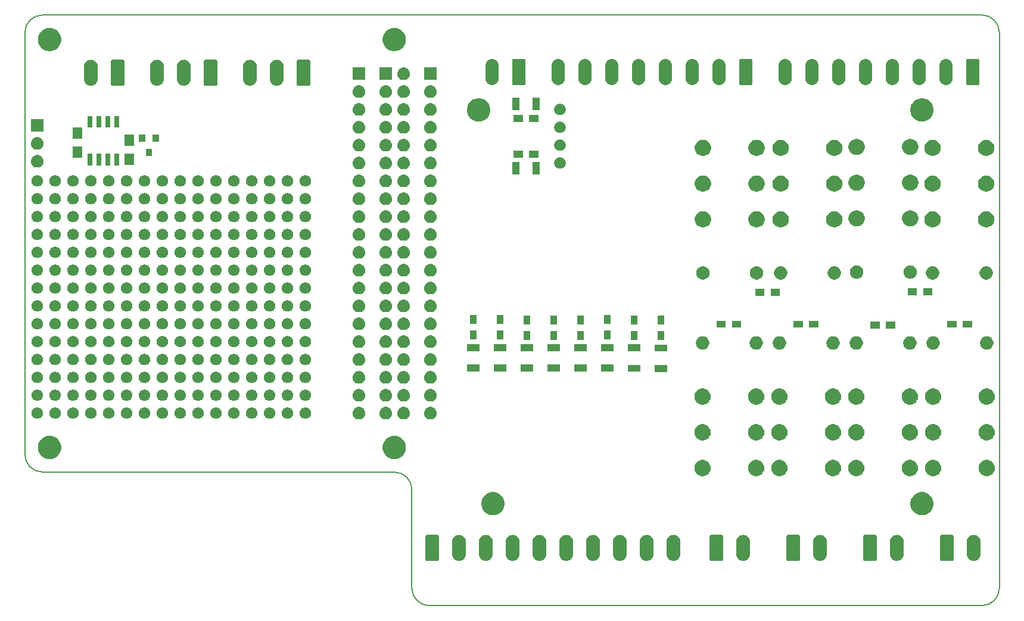
<source format=gbr>
%TF.GenerationSoftware,KiCad,Pcbnew,5.0.1*%
%TF.CreationDate,2019-01-21T13:20:35+01:00*%
%TF.ProjectId,PowerCommander,506F776572436F6D6D616E6465722E6B,rev?*%
%TF.SameCoordinates,Original*%
%TF.FileFunction,Soldermask,Top*%
%TF.FilePolarity,Negative*%
%FSLAX46Y46*%
G04 Gerber Fmt 4.6, Leading zero omitted, Abs format (unit mm)*
G04 Created by KiCad (PCBNEW 5.0.1) date Mon 21 Jan 2019 01:20:35 PM CET*
%MOMM*%
%LPD*%
G01*
G04 APERTURE LIST*
%ADD10C,0.150000*%
%ADD11C,0.100000*%
G04 APERTURE END LIST*
D10*
X85000000Y-97500000D02*
X85000000Y-111500000D01*
X87500000Y-114000000D02*
G75*
G02X85000000Y-111500000I0J2500000D01*
G01*
X82500000Y-95000000D02*
G75*
G02X85000000Y-97500000I0J-2500000D01*
G01*
X32500000Y-95000000D02*
X82500000Y-95000000D01*
X166000000Y-30000000D02*
G75*
G02X168500000Y-32500000I0J-2500000D01*
G01*
X168500000Y-111500000D02*
G75*
G02X166000000Y-114000000I-2500000J0D01*
G01*
X32500000Y-95000000D02*
G75*
G02X30000000Y-92500000I0J2500000D01*
G01*
X30000000Y-32500000D02*
G75*
G02X32500000Y-30000000I2500000J0D01*
G01*
X30000000Y-92500000D02*
X30000000Y-32500000D01*
X166000000Y-114000000D02*
X87500000Y-114000000D01*
X168500000Y-32500000D02*
X168500000Y-111500000D01*
X32500000Y-30000000D02*
X166000000Y-30000000D01*
D11*
G36*
X99500424Y-103953760D02*
X99500427Y-103953761D01*
X99500428Y-103953761D01*
X99679692Y-104008140D01*
X99679694Y-104008141D01*
X99679697Y-104008142D01*
X99844904Y-104096446D01*
X99989712Y-104215288D01*
X100108552Y-104360095D01*
X100196859Y-104525305D01*
X100251240Y-104704575D01*
X100265000Y-104844282D01*
X100265000Y-106737718D01*
X100251240Y-106877425D01*
X100196859Y-107056695D01*
X100108552Y-107221905D01*
X99989712Y-107366712D01*
X99844905Y-107485552D01*
X99771857Y-107524597D01*
X99679693Y-107573860D01*
X99500429Y-107628239D01*
X99500428Y-107628239D01*
X99500425Y-107628240D01*
X99314000Y-107646601D01*
X99127576Y-107628240D01*
X99127573Y-107628239D01*
X99127572Y-107628239D01*
X98948308Y-107573860D01*
X98856144Y-107524597D01*
X98783096Y-107485552D01*
X98638289Y-107366712D01*
X98519449Y-107221905D01*
X98431142Y-107056695D01*
X98376761Y-106877425D01*
X98363000Y-106737717D01*
X98363000Y-104844283D01*
X98376760Y-104704576D01*
X98376761Y-104704572D01*
X98431140Y-104525308D01*
X98431141Y-104525306D01*
X98431142Y-104525303D01*
X98519446Y-104360096D01*
X98638288Y-104215288D01*
X98783095Y-104096448D01*
X98948305Y-104008141D01*
X98948307Y-104008140D01*
X99127571Y-103953761D01*
X99127572Y-103953761D01*
X99127575Y-103953760D01*
X99314000Y-103935399D01*
X99500424Y-103953760D01*
X99500424Y-103953760D01*
G37*
G36*
X103310424Y-103953760D02*
X103310427Y-103953761D01*
X103310428Y-103953761D01*
X103489692Y-104008140D01*
X103489694Y-104008141D01*
X103489697Y-104008142D01*
X103654904Y-104096446D01*
X103799712Y-104215288D01*
X103918552Y-104360095D01*
X104006859Y-104525305D01*
X104061240Y-104704575D01*
X104075000Y-104844282D01*
X104075000Y-106737718D01*
X104061240Y-106877425D01*
X104006859Y-107056695D01*
X103918552Y-107221905D01*
X103799712Y-107366712D01*
X103654905Y-107485552D01*
X103581857Y-107524597D01*
X103489693Y-107573860D01*
X103310429Y-107628239D01*
X103310428Y-107628239D01*
X103310425Y-107628240D01*
X103124000Y-107646601D01*
X102937576Y-107628240D01*
X102937573Y-107628239D01*
X102937572Y-107628239D01*
X102758308Y-107573860D01*
X102666144Y-107524597D01*
X102593096Y-107485552D01*
X102448289Y-107366712D01*
X102329449Y-107221905D01*
X102241142Y-107056695D01*
X102186761Y-106877425D01*
X102173000Y-106737717D01*
X102173000Y-104844283D01*
X102186760Y-104704576D01*
X102186761Y-104704572D01*
X102241140Y-104525308D01*
X102241141Y-104525306D01*
X102241142Y-104525303D01*
X102329446Y-104360096D01*
X102448288Y-104215288D01*
X102593095Y-104096448D01*
X102758305Y-104008141D01*
X102758307Y-104008140D01*
X102937571Y-103953761D01*
X102937572Y-103953761D01*
X102937575Y-103953760D01*
X103124000Y-103935399D01*
X103310424Y-103953760D01*
X103310424Y-103953760D01*
G37*
G36*
X107120424Y-103953760D02*
X107120427Y-103953761D01*
X107120428Y-103953761D01*
X107299692Y-104008140D01*
X107299694Y-104008141D01*
X107299697Y-104008142D01*
X107464904Y-104096446D01*
X107609712Y-104215288D01*
X107728552Y-104360095D01*
X107816859Y-104525305D01*
X107871240Y-104704575D01*
X107885000Y-104844282D01*
X107885000Y-106737718D01*
X107871240Y-106877425D01*
X107816859Y-107056695D01*
X107728552Y-107221905D01*
X107609712Y-107366712D01*
X107464905Y-107485552D01*
X107391857Y-107524597D01*
X107299693Y-107573860D01*
X107120429Y-107628239D01*
X107120428Y-107628239D01*
X107120425Y-107628240D01*
X106934000Y-107646601D01*
X106747576Y-107628240D01*
X106747573Y-107628239D01*
X106747572Y-107628239D01*
X106568308Y-107573860D01*
X106476144Y-107524597D01*
X106403096Y-107485552D01*
X106258289Y-107366712D01*
X106139449Y-107221905D01*
X106051142Y-107056695D01*
X105996761Y-106877425D01*
X105983000Y-106737717D01*
X105983000Y-104844283D01*
X105996760Y-104704576D01*
X105996761Y-104704572D01*
X106051140Y-104525308D01*
X106051141Y-104525306D01*
X106051142Y-104525303D01*
X106139446Y-104360096D01*
X106258288Y-104215288D01*
X106403095Y-104096448D01*
X106568305Y-104008141D01*
X106568307Y-104008140D01*
X106747571Y-103953761D01*
X106747572Y-103953761D01*
X106747575Y-103953760D01*
X106934000Y-103935399D01*
X107120424Y-103953760D01*
X107120424Y-103953760D01*
G37*
G36*
X110930424Y-103953760D02*
X110930427Y-103953761D01*
X110930428Y-103953761D01*
X111109692Y-104008140D01*
X111109694Y-104008141D01*
X111109697Y-104008142D01*
X111274904Y-104096446D01*
X111419712Y-104215288D01*
X111538552Y-104360095D01*
X111626859Y-104525305D01*
X111681240Y-104704575D01*
X111695000Y-104844282D01*
X111695000Y-106737718D01*
X111681240Y-106877425D01*
X111626859Y-107056695D01*
X111538552Y-107221905D01*
X111419712Y-107366712D01*
X111274905Y-107485552D01*
X111201857Y-107524597D01*
X111109693Y-107573860D01*
X110930429Y-107628239D01*
X110930428Y-107628239D01*
X110930425Y-107628240D01*
X110744000Y-107646601D01*
X110557576Y-107628240D01*
X110557573Y-107628239D01*
X110557572Y-107628239D01*
X110378308Y-107573860D01*
X110286144Y-107524597D01*
X110213096Y-107485552D01*
X110068289Y-107366712D01*
X109949449Y-107221905D01*
X109861142Y-107056695D01*
X109806761Y-106877425D01*
X109793000Y-106737717D01*
X109793000Y-104844283D01*
X109806760Y-104704576D01*
X109806761Y-104704572D01*
X109861140Y-104525308D01*
X109861141Y-104525306D01*
X109861142Y-104525303D01*
X109949446Y-104360096D01*
X110068288Y-104215288D01*
X110213095Y-104096448D01*
X110378305Y-104008141D01*
X110378307Y-104008140D01*
X110557571Y-103953761D01*
X110557572Y-103953761D01*
X110557575Y-103953760D01*
X110744000Y-103935399D01*
X110930424Y-103953760D01*
X110930424Y-103953760D01*
G37*
G36*
X114740424Y-103953760D02*
X114740427Y-103953761D01*
X114740428Y-103953761D01*
X114919692Y-104008140D01*
X114919694Y-104008141D01*
X114919697Y-104008142D01*
X115084904Y-104096446D01*
X115229712Y-104215288D01*
X115348552Y-104360095D01*
X115436859Y-104525305D01*
X115491240Y-104704575D01*
X115505000Y-104844282D01*
X115505000Y-106737718D01*
X115491240Y-106877425D01*
X115436859Y-107056695D01*
X115348552Y-107221905D01*
X115229712Y-107366712D01*
X115084905Y-107485552D01*
X115011857Y-107524597D01*
X114919693Y-107573860D01*
X114740429Y-107628239D01*
X114740428Y-107628239D01*
X114740425Y-107628240D01*
X114554000Y-107646601D01*
X114367576Y-107628240D01*
X114367573Y-107628239D01*
X114367572Y-107628239D01*
X114188308Y-107573860D01*
X114096144Y-107524597D01*
X114023096Y-107485552D01*
X113878289Y-107366712D01*
X113759449Y-107221905D01*
X113671142Y-107056695D01*
X113616761Y-106877425D01*
X113603000Y-106737717D01*
X113603000Y-104844283D01*
X113616760Y-104704576D01*
X113616761Y-104704572D01*
X113671140Y-104525308D01*
X113671141Y-104525306D01*
X113671142Y-104525303D01*
X113759446Y-104360096D01*
X113878288Y-104215288D01*
X114023095Y-104096448D01*
X114188305Y-104008141D01*
X114188307Y-104008140D01*
X114367571Y-103953761D01*
X114367572Y-103953761D01*
X114367575Y-103953760D01*
X114554000Y-103935399D01*
X114740424Y-103953760D01*
X114740424Y-103953760D01*
G37*
G36*
X118550424Y-103953760D02*
X118550427Y-103953761D01*
X118550428Y-103953761D01*
X118729692Y-104008140D01*
X118729694Y-104008141D01*
X118729697Y-104008142D01*
X118894904Y-104096446D01*
X119039712Y-104215288D01*
X119158552Y-104360095D01*
X119246859Y-104525305D01*
X119301240Y-104704575D01*
X119315000Y-104844282D01*
X119315000Y-106737718D01*
X119301240Y-106877425D01*
X119246859Y-107056695D01*
X119158552Y-107221905D01*
X119039712Y-107366712D01*
X118894905Y-107485552D01*
X118821857Y-107524597D01*
X118729693Y-107573860D01*
X118550429Y-107628239D01*
X118550428Y-107628239D01*
X118550425Y-107628240D01*
X118364000Y-107646601D01*
X118177576Y-107628240D01*
X118177573Y-107628239D01*
X118177572Y-107628239D01*
X117998308Y-107573860D01*
X117906144Y-107524597D01*
X117833096Y-107485552D01*
X117688289Y-107366712D01*
X117569449Y-107221905D01*
X117481142Y-107056695D01*
X117426761Y-106877425D01*
X117413000Y-106737717D01*
X117413000Y-104844283D01*
X117426760Y-104704576D01*
X117426761Y-104704572D01*
X117481140Y-104525308D01*
X117481141Y-104525306D01*
X117481142Y-104525303D01*
X117569446Y-104360096D01*
X117688288Y-104215288D01*
X117833095Y-104096448D01*
X117998305Y-104008141D01*
X117998307Y-104008140D01*
X118177571Y-103953761D01*
X118177572Y-103953761D01*
X118177575Y-103953760D01*
X118364000Y-103935399D01*
X118550424Y-103953760D01*
X118550424Y-103953760D01*
G37*
G36*
X122360424Y-103953760D02*
X122360427Y-103953761D01*
X122360428Y-103953761D01*
X122539692Y-104008140D01*
X122539694Y-104008141D01*
X122539697Y-104008142D01*
X122704904Y-104096446D01*
X122849712Y-104215288D01*
X122968552Y-104360095D01*
X123056859Y-104525305D01*
X123111240Y-104704575D01*
X123125000Y-104844282D01*
X123125000Y-106737718D01*
X123111240Y-106877425D01*
X123056859Y-107056695D01*
X122968552Y-107221905D01*
X122849712Y-107366712D01*
X122704905Y-107485552D01*
X122631857Y-107524597D01*
X122539693Y-107573860D01*
X122360429Y-107628239D01*
X122360428Y-107628239D01*
X122360425Y-107628240D01*
X122174000Y-107646601D01*
X121987576Y-107628240D01*
X121987573Y-107628239D01*
X121987572Y-107628239D01*
X121808308Y-107573860D01*
X121716144Y-107524597D01*
X121643096Y-107485552D01*
X121498289Y-107366712D01*
X121379449Y-107221905D01*
X121291142Y-107056695D01*
X121236761Y-106877425D01*
X121223000Y-106737717D01*
X121223000Y-104844283D01*
X121236760Y-104704576D01*
X121236761Y-104704572D01*
X121291140Y-104525308D01*
X121291141Y-104525306D01*
X121291142Y-104525303D01*
X121379446Y-104360096D01*
X121498288Y-104215288D01*
X121643095Y-104096448D01*
X121808305Y-104008141D01*
X121808307Y-104008140D01*
X121987571Y-103953761D01*
X121987572Y-103953761D01*
X121987575Y-103953760D01*
X122174000Y-103935399D01*
X122360424Y-103953760D01*
X122360424Y-103953760D01*
G37*
G36*
X91880424Y-103953760D02*
X91880427Y-103953761D01*
X91880428Y-103953761D01*
X92059692Y-104008140D01*
X92059694Y-104008141D01*
X92059697Y-104008142D01*
X92224904Y-104096446D01*
X92369712Y-104215288D01*
X92488552Y-104360095D01*
X92576859Y-104525305D01*
X92631240Y-104704575D01*
X92645000Y-104844282D01*
X92645000Y-106737718D01*
X92631240Y-106877425D01*
X92576859Y-107056695D01*
X92488552Y-107221905D01*
X92369712Y-107366712D01*
X92224905Y-107485552D01*
X92151857Y-107524597D01*
X92059693Y-107573860D01*
X91880429Y-107628239D01*
X91880428Y-107628239D01*
X91880425Y-107628240D01*
X91694000Y-107646601D01*
X91507576Y-107628240D01*
X91507573Y-107628239D01*
X91507572Y-107628239D01*
X91328308Y-107573860D01*
X91236144Y-107524597D01*
X91163096Y-107485552D01*
X91018289Y-107366712D01*
X90899449Y-107221905D01*
X90811142Y-107056695D01*
X90756761Y-106877425D01*
X90743000Y-106737717D01*
X90743000Y-104844283D01*
X90756760Y-104704576D01*
X90756761Y-104704572D01*
X90811140Y-104525308D01*
X90811141Y-104525306D01*
X90811142Y-104525303D01*
X90899446Y-104360096D01*
X91018288Y-104215288D01*
X91163095Y-104096448D01*
X91328305Y-104008141D01*
X91328307Y-104008140D01*
X91507571Y-103953761D01*
X91507572Y-103953761D01*
X91507575Y-103953760D01*
X91694000Y-103935399D01*
X91880424Y-103953760D01*
X91880424Y-103953760D01*
G37*
G36*
X132266424Y-103953760D02*
X132266427Y-103953761D01*
X132266428Y-103953761D01*
X132445692Y-104008140D01*
X132445694Y-104008141D01*
X132445697Y-104008142D01*
X132610904Y-104096446D01*
X132755712Y-104215288D01*
X132874552Y-104360095D01*
X132962859Y-104525305D01*
X133017240Y-104704575D01*
X133031000Y-104844282D01*
X133031000Y-106737718D01*
X133017240Y-106877425D01*
X132962859Y-107056695D01*
X132874552Y-107221905D01*
X132755712Y-107366712D01*
X132610905Y-107485552D01*
X132537857Y-107524597D01*
X132445693Y-107573860D01*
X132266429Y-107628239D01*
X132266428Y-107628239D01*
X132266425Y-107628240D01*
X132080000Y-107646601D01*
X131893576Y-107628240D01*
X131893573Y-107628239D01*
X131893572Y-107628239D01*
X131714308Y-107573860D01*
X131622144Y-107524597D01*
X131549096Y-107485552D01*
X131404289Y-107366712D01*
X131285449Y-107221905D01*
X131197142Y-107056695D01*
X131142761Y-106877425D01*
X131129000Y-106737717D01*
X131129000Y-104844283D01*
X131142760Y-104704576D01*
X131142761Y-104704572D01*
X131197140Y-104525308D01*
X131197141Y-104525306D01*
X131197142Y-104525303D01*
X131285446Y-104360096D01*
X131404288Y-104215288D01*
X131549095Y-104096448D01*
X131714305Y-104008141D01*
X131714307Y-104008140D01*
X131893571Y-103953761D01*
X131893572Y-103953761D01*
X131893575Y-103953760D01*
X132080000Y-103935399D01*
X132266424Y-103953760D01*
X132266424Y-103953760D01*
G37*
G36*
X143188424Y-103953760D02*
X143188427Y-103953761D01*
X143188428Y-103953761D01*
X143367692Y-104008140D01*
X143367694Y-104008141D01*
X143367697Y-104008142D01*
X143532904Y-104096446D01*
X143677712Y-104215288D01*
X143796552Y-104360095D01*
X143884859Y-104525305D01*
X143939240Y-104704575D01*
X143953000Y-104844282D01*
X143953000Y-106737718D01*
X143939240Y-106877425D01*
X143884859Y-107056695D01*
X143796552Y-107221905D01*
X143677712Y-107366712D01*
X143532905Y-107485552D01*
X143459857Y-107524597D01*
X143367693Y-107573860D01*
X143188429Y-107628239D01*
X143188428Y-107628239D01*
X143188425Y-107628240D01*
X143002000Y-107646601D01*
X142815576Y-107628240D01*
X142815573Y-107628239D01*
X142815572Y-107628239D01*
X142636308Y-107573860D01*
X142544144Y-107524597D01*
X142471096Y-107485552D01*
X142326289Y-107366712D01*
X142207449Y-107221905D01*
X142119142Y-107056695D01*
X142064761Y-106877425D01*
X142051000Y-106737717D01*
X142051000Y-104844283D01*
X142064760Y-104704576D01*
X142064761Y-104704572D01*
X142119140Y-104525308D01*
X142119141Y-104525306D01*
X142119142Y-104525303D01*
X142207446Y-104360096D01*
X142326288Y-104215288D01*
X142471095Y-104096448D01*
X142636305Y-104008141D01*
X142636307Y-104008140D01*
X142815571Y-103953761D01*
X142815572Y-103953761D01*
X142815575Y-103953760D01*
X143002000Y-103935399D01*
X143188424Y-103953760D01*
X143188424Y-103953760D01*
G37*
G36*
X154110424Y-103953760D02*
X154110427Y-103953761D01*
X154110428Y-103953761D01*
X154289692Y-104008140D01*
X154289694Y-104008141D01*
X154289697Y-104008142D01*
X154454904Y-104096446D01*
X154599712Y-104215288D01*
X154718552Y-104360095D01*
X154806859Y-104525305D01*
X154861240Y-104704575D01*
X154875000Y-104844282D01*
X154875000Y-106737718D01*
X154861240Y-106877425D01*
X154806859Y-107056695D01*
X154718552Y-107221905D01*
X154599712Y-107366712D01*
X154454905Y-107485552D01*
X154381857Y-107524597D01*
X154289693Y-107573860D01*
X154110429Y-107628239D01*
X154110428Y-107628239D01*
X154110425Y-107628240D01*
X153924000Y-107646601D01*
X153737576Y-107628240D01*
X153737573Y-107628239D01*
X153737572Y-107628239D01*
X153558308Y-107573860D01*
X153466144Y-107524597D01*
X153393096Y-107485552D01*
X153248289Y-107366712D01*
X153129449Y-107221905D01*
X153041142Y-107056695D01*
X152986761Y-106877425D01*
X152973000Y-106737717D01*
X152973000Y-104844283D01*
X152986760Y-104704576D01*
X152986761Y-104704572D01*
X153041140Y-104525308D01*
X153041141Y-104525306D01*
X153041142Y-104525303D01*
X153129446Y-104360096D01*
X153248288Y-104215288D01*
X153393095Y-104096448D01*
X153558305Y-104008141D01*
X153558307Y-104008140D01*
X153737571Y-103953761D01*
X153737572Y-103953761D01*
X153737575Y-103953760D01*
X153924000Y-103935399D01*
X154110424Y-103953760D01*
X154110424Y-103953760D01*
G37*
G36*
X165032424Y-103953760D02*
X165032427Y-103953761D01*
X165032428Y-103953761D01*
X165211692Y-104008140D01*
X165211694Y-104008141D01*
X165211697Y-104008142D01*
X165376904Y-104096446D01*
X165521712Y-104215288D01*
X165640552Y-104360095D01*
X165728859Y-104525305D01*
X165783240Y-104704575D01*
X165797000Y-104844282D01*
X165797000Y-106737718D01*
X165783240Y-106877425D01*
X165728859Y-107056695D01*
X165640552Y-107221905D01*
X165521712Y-107366712D01*
X165376905Y-107485552D01*
X165303857Y-107524597D01*
X165211693Y-107573860D01*
X165032429Y-107628239D01*
X165032428Y-107628239D01*
X165032425Y-107628240D01*
X164846000Y-107646601D01*
X164659576Y-107628240D01*
X164659573Y-107628239D01*
X164659572Y-107628239D01*
X164480308Y-107573860D01*
X164388144Y-107524597D01*
X164315096Y-107485552D01*
X164170289Y-107366712D01*
X164051449Y-107221905D01*
X163963142Y-107056695D01*
X163908761Y-106877425D01*
X163895000Y-106737717D01*
X163895000Y-104844283D01*
X163908760Y-104704576D01*
X163908761Y-104704572D01*
X163963140Y-104525308D01*
X163963141Y-104525306D01*
X163963142Y-104525303D01*
X164051446Y-104360096D01*
X164170288Y-104215288D01*
X164315095Y-104096448D01*
X164480305Y-104008141D01*
X164480307Y-104008140D01*
X164659571Y-103953761D01*
X164659572Y-103953761D01*
X164659575Y-103953760D01*
X164846000Y-103935399D01*
X165032424Y-103953760D01*
X165032424Y-103953760D01*
G37*
G36*
X95690424Y-103953760D02*
X95690427Y-103953761D01*
X95690428Y-103953761D01*
X95869692Y-104008140D01*
X95869694Y-104008141D01*
X95869697Y-104008142D01*
X96034904Y-104096446D01*
X96179712Y-104215288D01*
X96298552Y-104360095D01*
X96386859Y-104525305D01*
X96441240Y-104704575D01*
X96455000Y-104844282D01*
X96455000Y-106737718D01*
X96441240Y-106877425D01*
X96386859Y-107056695D01*
X96298552Y-107221905D01*
X96179712Y-107366712D01*
X96034905Y-107485552D01*
X95961857Y-107524597D01*
X95869693Y-107573860D01*
X95690429Y-107628239D01*
X95690428Y-107628239D01*
X95690425Y-107628240D01*
X95504000Y-107646601D01*
X95317576Y-107628240D01*
X95317573Y-107628239D01*
X95317572Y-107628239D01*
X95138308Y-107573860D01*
X95046144Y-107524597D01*
X94973096Y-107485552D01*
X94828289Y-107366712D01*
X94709449Y-107221905D01*
X94621142Y-107056695D01*
X94566761Y-106877425D01*
X94553000Y-106737717D01*
X94553000Y-104844283D01*
X94566760Y-104704576D01*
X94566761Y-104704572D01*
X94621140Y-104525308D01*
X94621141Y-104525306D01*
X94621142Y-104525303D01*
X94709446Y-104360096D01*
X94828288Y-104215288D01*
X94973095Y-104096448D01*
X95138305Y-104008141D01*
X95138307Y-104008140D01*
X95317571Y-103953761D01*
X95317572Y-103953761D01*
X95317575Y-103953760D01*
X95504000Y-103935399D01*
X95690424Y-103953760D01*
X95690424Y-103953760D01*
G37*
G36*
X161846918Y-103943934D02*
X161879424Y-103953795D01*
X161909383Y-103969808D01*
X161935641Y-103991359D01*
X161957192Y-104017617D01*
X161973205Y-104047576D01*
X161983066Y-104080082D01*
X161987000Y-104120029D01*
X161987000Y-107461971D01*
X161983066Y-107501918D01*
X161973205Y-107534424D01*
X161957192Y-107564383D01*
X161935641Y-107590641D01*
X161909383Y-107612192D01*
X161879424Y-107628205D01*
X161846918Y-107638066D01*
X161806971Y-107642000D01*
X160265029Y-107642000D01*
X160225082Y-107638066D01*
X160192576Y-107628205D01*
X160162617Y-107612192D01*
X160136359Y-107590641D01*
X160114808Y-107564383D01*
X160098795Y-107534424D01*
X160088934Y-107501918D01*
X160085000Y-107461971D01*
X160085000Y-104120029D01*
X160088934Y-104080082D01*
X160098795Y-104047576D01*
X160114808Y-104017617D01*
X160136359Y-103991359D01*
X160162617Y-103969808D01*
X160192576Y-103953795D01*
X160225082Y-103943934D01*
X160265029Y-103940000D01*
X161806971Y-103940000D01*
X161846918Y-103943934D01*
X161846918Y-103943934D01*
G37*
G36*
X150924918Y-103943934D02*
X150957424Y-103953795D01*
X150987383Y-103969808D01*
X151013641Y-103991359D01*
X151035192Y-104017617D01*
X151051205Y-104047576D01*
X151061066Y-104080082D01*
X151065000Y-104120029D01*
X151065000Y-107461971D01*
X151061066Y-107501918D01*
X151051205Y-107534424D01*
X151035192Y-107564383D01*
X151013641Y-107590641D01*
X150987383Y-107612192D01*
X150957424Y-107628205D01*
X150924918Y-107638066D01*
X150884971Y-107642000D01*
X149343029Y-107642000D01*
X149303082Y-107638066D01*
X149270576Y-107628205D01*
X149240617Y-107612192D01*
X149214359Y-107590641D01*
X149192808Y-107564383D01*
X149176795Y-107534424D01*
X149166934Y-107501918D01*
X149163000Y-107461971D01*
X149163000Y-104120029D01*
X149166934Y-104080082D01*
X149176795Y-104047576D01*
X149192808Y-104017617D01*
X149214359Y-103991359D01*
X149240617Y-103969808D01*
X149270576Y-103953795D01*
X149303082Y-103943934D01*
X149343029Y-103940000D01*
X150884971Y-103940000D01*
X150924918Y-103943934D01*
X150924918Y-103943934D01*
G37*
G36*
X88694918Y-103943934D02*
X88727424Y-103953795D01*
X88757383Y-103969808D01*
X88783641Y-103991359D01*
X88805192Y-104017617D01*
X88821205Y-104047576D01*
X88831066Y-104080082D01*
X88835000Y-104120029D01*
X88835000Y-107461971D01*
X88831066Y-107501918D01*
X88821205Y-107534424D01*
X88805192Y-107564383D01*
X88783641Y-107590641D01*
X88757383Y-107612192D01*
X88727424Y-107628205D01*
X88694918Y-107638066D01*
X88654971Y-107642000D01*
X87113029Y-107642000D01*
X87073082Y-107638066D01*
X87040576Y-107628205D01*
X87010617Y-107612192D01*
X86984359Y-107590641D01*
X86962808Y-107564383D01*
X86946795Y-107534424D01*
X86936934Y-107501918D01*
X86933000Y-107461971D01*
X86933000Y-104120029D01*
X86936934Y-104080082D01*
X86946795Y-104047576D01*
X86962808Y-104017617D01*
X86984359Y-103991359D01*
X87010617Y-103969808D01*
X87040576Y-103953795D01*
X87073082Y-103943934D01*
X87113029Y-103940000D01*
X88654971Y-103940000D01*
X88694918Y-103943934D01*
X88694918Y-103943934D01*
G37*
G36*
X129080918Y-103943934D02*
X129113424Y-103953795D01*
X129143383Y-103969808D01*
X129169641Y-103991359D01*
X129191192Y-104017617D01*
X129207205Y-104047576D01*
X129217066Y-104080082D01*
X129221000Y-104120029D01*
X129221000Y-107461971D01*
X129217066Y-107501918D01*
X129207205Y-107534424D01*
X129191192Y-107564383D01*
X129169641Y-107590641D01*
X129143383Y-107612192D01*
X129113424Y-107628205D01*
X129080918Y-107638066D01*
X129040971Y-107642000D01*
X127499029Y-107642000D01*
X127459082Y-107638066D01*
X127426576Y-107628205D01*
X127396617Y-107612192D01*
X127370359Y-107590641D01*
X127348808Y-107564383D01*
X127332795Y-107534424D01*
X127322934Y-107501918D01*
X127319000Y-107461971D01*
X127319000Y-104120029D01*
X127322934Y-104080082D01*
X127332795Y-104047576D01*
X127348808Y-104017617D01*
X127370359Y-103991359D01*
X127396617Y-103969808D01*
X127426576Y-103953795D01*
X127459082Y-103943934D01*
X127499029Y-103940000D01*
X129040971Y-103940000D01*
X129080918Y-103943934D01*
X129080918Y-103943934D01*
G37*
G36*
X140002918Y-103943934D02*
X140035424Y-103953795D01*
X140065383Y-103969808D01*
X140091641Y-103991359D01*
X140113192Y-104017617D01*
X140129205Y-104047576D01*
X140139066Y-104080082D01*
X140143000Y-104120029D01*
X140143000Y-107461971D01*
X140139066Y-107501918D01*
X140129205Y-107534424D01*
X140113192Y-107564383D01*
X140091641Y-107590641D01*
X140065383Y-107612192D01*
X140035424Y-107628205D01*
X140002918Y-107638066D01*
X139962971Y-107642000D01*
X138421029Y-107642000D01*
X138381082Y-107638066D01*
X138348576Y-107628205D01*
X138318617Y-107612192D01*
X138292359Y-107590641D01*
X138270808Y-107564383D01*
X138254795Y-107534424D01*
X138244934Y-107501918D01*
X138241000Y-107461971D01*
X138241000Y-104120029D01*
X138244934Y-104080082D01*
X138254795Y-104047576D01*
X138270808Y-104017617D01*
X138292359Y-103991359D01*
X138318617Y-103969808D01*
X138348576Y-103953795D01*
X138381082Y-103943934D01*
X138421029Y-103940000D01*
X139962971Y-103940000D01*
X140002918Y-103943934D01*
X140002918Y-103943934D01*
G37*
G36*
X96907256Y-97891298D02*
X97013579Y-97912447D01*
X97314042Y-98036903D01*
X97580852Y-98215180D01*
X97584454Y-98217587D01*
X97814413Y-98447546D01*
X97995098Y-98717960D01*
X98119553Y-99018422D01*
X98183000Y-99337389D01*
X98183000Y-99662611D01*
X98119553Y-99981578D01*
X97995098Y-100282040D01*
X97814413Y-100552454D01*
X97584454Y-100782413D01*
X97584451Y-100782415D01*
X97314042Y-100963097D01*
X97013579Y-101087553D01*
X96907256Y-101108702D01*
X96694611Y-101151000D01*
X96369389Y-101151000D01*
X96156744Y-101108702D01*
X96050421Y-101087553D01*
X95749958Y-100963097D01*
X95479549Y-100782415D01*
X95479546Y-100782413D01*
X95249587Y-100552454D01*
X95068902Y-100282040D01*
X94944447Y-99981578D01*
X94881000Y-99662611D01*
X94881000Y-99337389D01*
X94944447Y-99018422D01*
X95068902Y-98717960D01*
X95249587Y-98447546D01*
X95479546Y-98217587D01*
X95483148Y-98215180D01*
X95749958Y-98036903D01*
X96050421Y-97912447D01*
X96156744Y-97891298D01*
X96369389Y-97849000D01*
X96694611Y-97849000D01*
X96907256Y-97891298D01*
X96907256Y-97891298D01*
G37*
G36*
X157875256Y-97891298D02*
X157981579Y-97912447D01*
X158282042Y-98036903D01*
X158548852Y-98215180D01*
X158552454Y-98217587D01*
X158782413Y-98447546D01*
X158963098Y-98717960D01*
X159087553Y-99018422D01*
X159151000Y-99337389D01*
X159151000Y-99662611D01*
X159087553Y-99981578D01*
X158963098Y-100282040D01*
X158782413Y-100552454D01*
X158552454Y-100782413D01*
X158552451Y-100782415D01*
X158282042Y-100963097D01*
X157981579Y-101087553D01*
X157875256Y-101108702D01*
X157662611Y-101151000D01*
X157337389Y-101151000D01*
X157124744Y-101108702D01*
X157018421Y-101087553D01*
X156717958Y-100963097D01*
X156447549Y-100782415D01*
X156447546Y-100782413D01*
X156217587Y-100552454D01*
X156036902Y-100282040D01*
X155912447Y-99981578D01*
X155849000Y-99662611D01*
X155849000Y-99337389D01*
X155912447Y-99018422D01*
X156036902Y-98717960D01*
X156217587Y-98447546D01*
X156447546Y-98217587D01*
X156451148Y-98215180D01*
X156717958Y-98036903D01*
X157018421Y-97912447D01*
X157124744Y-97891298D01*
X157337389Y-97849000D01*
X157662611Y-97849000D01*
X157875256Y-97891298D01*
X157875256Y-97891298D01*
G37*
G36*
X167038734Y-93317732D02*
X167248202Y-93404496D01*
X167436723Y-93530462D01*
X167597038Y-93690777D01*
X167723004Y-93879298D01*
X167809768Y-94088766D01*
X167854000Y-94311135D01*
X167854000Y-94537865D01*
X167809768Y-94760234D01*
X167723004Y-94969702D01*
X167597038Y-95158223D01*
X167436723Y-95318538D01*
X167248202Y-95444504D01*
X167038734Y-95531268D01*
X166816365Y-95575500D01*
X166589635Y-95575500D01*
X166367266Y-95531268D01*
X166157798Y-95444504D01*
X165969277Y-95318538D01*
X165808962Y-95158223D01*
X165682996Y-94969702D01*
X165596232Y-94760234D01*
X165552000Y-94537865D01*
X165552000Y-94311135D01*
X165596232Y-94088766D01*
X165682996Y-93879298D01*
X165808962Y-93690777D01*
X165969277Y-93530462D01*
X166157798Y-93404496D01*
X166367266Y-93317732D01*
X166589635Y-93273500D01*
X166816365Y-93273500D01*
X167038734Y-93317732D01*
X167038734Y-93317732D01*
G37*
G36*
X159418734Y-93317732D02*
X159628202Y-93404496D01*
X159816723Y-93530462D01*
X159977038Y-93690777D01*
X160103004Y-93879298D01*
X160189768Y-94088766D01*
X160234000Y-94311135D01*
X160234000Y-94537865D01*
X160189768Y-94760234D01*
X160103004Y-94969702D01*
X159977038Y-95158223D01*
X159816723Y-95318538D01*
X159628202Y-95444504D01*
X159418734Y-95531268D01*
X159196365Y-95575500D01*
X158969635Y-95575500D01*
X158747266Y-95531268D01*
X158537798Y-95444504D01*
X158349277Y-95318538D01*
X158188962Y-95158223D01*
X158062996Y-94969702D01*
X157976232Y-94760234D01*
X157932000Y-94537865D01*
X157932000Y-94311135D01*
X157976232Y-94088766D01*
X158062996Y-93879298D01*
X158188962Y-93690777D01*
X158349277Y-93530462D01*
X158537798Y-93404496D01*
X158747266Y-93317732D01*
X158969635Y-93273500D01*
X159196365Y-93273500D01*
X159418734Y-93317732D01*
X159418734Y-93317732D01*
G37*
G36*
X145194734Y-93317732D02*
X145404202Y-93404496D01*
X145592723Y-93530462D01*
X145753038Y-93690777D01*
X145879004Y-93879298D01*
X145965768Y-94088766D01*
X146010000Y-94311135D01*
X146010000Y-94537865D01*
X145965768Y-94760234D01*
X145879004Y-94969702D01*
X145753038Y-95158223D01*
X145592723Y-95318538D01*
X145404202Y-95444504D01*
X145194734Y-95531268D01*
X144972365Y-95575500D01*
X144745635Y-95575500D01*
X144523266Y-95531268D01*
X144313798Y-95444504D01*
X144125277Y-95318538D01*
X143964962Y-95158223D01*
X143838996Y-94969702D01*
X143752232Y-94760234D01*
X143708000Y-94537865D01*
X143708000Y-94311135D01*
X143752232Y-94088766D01*
X143838996Y-93879298D01*
X143964962Y-93690777D01*
X144125277Y-93530462D01*
X144313798Y-93404496D01*
X144523266Y-93317732D01*
X144745635Y-93273500D01*
X144972365Y-93273500D01*
X145194734Y-93317732D01*
X145194734Y-93317732D01*
G37*
G36*
X148496734Y-93317732D02*
X148706202Y-93404496D01*
X148894723Y-93530462D01*
X149055038Y-93690777D01*
X149181004Y-93879298D01*
X149267768Y-94088766D01*
X149312000Y-94311135D01*
X149312000Y-94537865D01*
X149267768Y-94760234D01*
X149181004Y-94969702D01*
X149055038Y-95158223D01*
X148894723Y-95318538D01*
X148706202Y-95444504D01*
X148496734Y-95531268D01*
X148274365Y-95575500D01*
X148047635Y-95575500D01*
X147825266Y-95531268D01*
X147615798Y-95444504D01*
X147427277Y-95318538D01*
X147266962Y-95158223D01*
X147140996Y-94969702D01*
X147054232Y-94760234D01*
X147010000Y-94537865D01*
X147010000Y-94311135D01*
X147054232Y-94088766D01*
X147140996Y-93879298D01*
X147266962Y-93690777D01*
X147427277Y-93530462D01*
X147615798Y-93404496D01*
X147825266Y-93317732D01*
X148047635Y-93273500D01*
X148274365Y-93273500D01*
X148496734Y-93317732D01*
X148496734Y-93317732D01*
G37*
G36*
X156116734Y-93317732D02*
X156326202Y-93404496D01*
X156514723Y-93530462D01*
X156675038Y-93690777D01*
X156801004Y-93879298D01*
X156887768Y-94088766D01*
X156932000Y-94311135D01*
X156932000Y-94537865D01*
X156887768Y-94760234D01*
X156801004Y-94969702D01*
X156675038Y-95158223D01*
X156514723Y-95318538D01*
X156326202Y-95444504D01*
X156116734Y-95531268D01*
X155894365Y-95575500D01*
X155667635Y-95575500D01*
X155445266Y-95531268D01*
X155235798Y-95444504D01*
X155047277Y-95318538D01*
X154886962Y-95158223D01*
X154760996Y-94969702D01*
X154674232Y-94760234D01*
X154630000Y-94537865D01*
X154630000Y-94311135D01*
X154674232Y-94088766D01*
X154760996Y-93879298D01*
X154886962Y-93690777D01*
X155047277Y-93530462D01*
X155235798Y-93404496D01*
X155445266Y-93317732D01*
X155667635Y-93273500D01*
X155894365Y-93273500D01*
X156116734Y-93317732D01*
X156116734Y-93317732D01*
G37*
G36*
X134272734Y-93317732D02*
X134482202Y-93404496D01*
X134670723Y-93530462D01*
X134831038Y-93690777D01*
X134957004Y-93879298D01*
X135043768Y-94088766D01*
X135088000Y-94311135D01*
X135088000Y-94537865D01*
X135043768Y-94760234D01*
X134957004Y-94969702D01*
X134831038Y-95158223D01*
X134670723Y-95318538D01*
X134482202Y-95444504D01*
X134272734Y-95531268D01*
X134050365Y-95575500D01*
X133823635Y-95575500D01*
X133601266Y-95531268D01*
X133391798Y-95444504D01*
X133203277Y-95318538D01*
X133042962Y-95158223D01*
X132916996Y-94969702D01*
X132830232Y-94760234D01*
X132786000Y-94537865D01*
X132786000Y-94311135D01*
X132830232Y-94088766D01*
X132916996Y-93879298D01*
X133042962Y-93690777D01*
X133203277Y-93530462D01*
X133391798Y-93404496D01*
X133601266Y-93317732D01*
X133823635Y-93273500D01*
X134050365Y-93273500D01*
X134272734Y-93317732D01*
X134272734Y-93317732D01*
G37*
G36*
X137574734Y-93317732D02*
X137784202Y-93404496D01*
X137972723Y-93530462D01*
X138133038Y-93690777D01*
X138259004Y-93879298D01*
X138345768Y-94088766D01*
X138390000Y-94311135D01*
X138390000Y-94537865D01*
X138345768Y-94760234D01*
X138259004Y-94969702D01*
X138133038Y-95158223D01*
X137972723Y-95318538D01*
X137784202Y-95444504D01*
X137574734Y-95531268D01*
X137352365Y-95575500D01*
X137125635Y-95575500D01*
X136903266Y-95531268D01*
X136693798Y-95444504D01*
X136505277Y-95318538D01*
X136344962Y-95158223D01*
X136218996Y-94969702D01*
X136132232Y-94760234D01*
X136088000Y-94537865D01*
X136088000Y-94311135D01*
X136132232Y-94088766D01*
X136218996Y-93879298D01*
X136344962Y-93690777D01*
X136505277Y-93530462D01*
X136693798Y-93404496D01*
X136903266Y-93317732D01*
X137125635Y-93273500D01*
X137352365Y-93273500D01*
X137574734Y-93317732D01*
X137574734Y-93317732D01*
G37*
G36*
X126652734Y-93317732D02*
X126862202Y-93404496D01*
X127050723Y-93530462D01*
X127211038Y-93690777D01*
X127337004Y-93879298D01*
X127423768Y-94088766D01*
X127468000Y-94311135D01*
X127468000Y-94537865D01*
X127423768Y-94760234D01*
X127337004Y-94969702D01*
X127211038Y-95158223D01*
X127050723Y-95318538D01*
X126862202Y-95444504D01*
X126652734Y-95531268D01*
X126430365Y-95575500D01*
X126203635Y-95575500D01*
X125981266Y-95531268D01*
X125771798Y-95444504D01*
X125583277Y-95318538D01*
X125422962Y-95158223D01*
X125296996Y-94969702D01*
X125210232Y-94760234D01*
X125166000Y-94537865D01*
X125166000Y-94311135D01*
X125210232Y-94088766D01*
X125296996Y-93879298D01*
X125422962Y-93690777D01*
X125583277Y-93530462D01*
X125771798Y-93404496D01*
X125981266Y-93317732D01*
X126203635Y-93273500D01*
X126430365Y-93273500D01*
X126652734Y-93317732D01*
X126652734Y-93317732D01*
G37*
G36*
X33867232Y-89889702D02*
X33981579Y-89912447D01*
X34282042Y-90036903D01*
X34548852Y-90215180D01*
X34552454Y-90217587D01*
X34782413Y-90447546D01*
X34963098Y-90717960D01*
X35087553Y-91018422D01*
X35151000Y-91337389D01*
X35151000Y-91662611D01*
X35087553Y-91981578D01*
X34963098Y-92282040D01*
X34782413Y-92552454D01*
X34552454Y-92782413D01*
X34552451Y-92782415D01*
X34282042Y-92963097D01*
X33981579Y-93087553D01*
X33875256Y-93108702D01*
X33662611Y-93151000D01*
X33337389Y-93151000D01*
X33124744Y-93108702D01*
X33018421Y-93087553D01*
X32717958Y-92963097D01*
X32447549Y-92782415D01*
X32447546Y-92782413D01*
X32217587Y-92552454D01*
X32036902Y-92282040D01*
X31912447Y-91981578D01*
X31849000Y-91662611D01*
X31849000Y-91337389D01*
X31912447Y-91018422D01*
X32036902Y-90717960D01*
X32217587Y-90447546D01*
X32447546Y-90217587D01*
X32451148Y-90215180D01*
X32717958Y-90036903D01*
X33018421Y-89912447D01*
X33132768Y-89889702D01*
X33337389Y-89849000D01*
X33662611Y-89849000D01*
X33867232Y-89889702D01*
X33867232Y-89889702D01*
G37*
G36*
X82867232Y-89889702D02*
X82981579Y-89912447D01*
X83282042Y-90036903D01*
X83548852Y-90215180D01*
X83552454Y-90217587D01*
X83782413Y-90447546D01*
X83963098Y-90717960D01*
X84087553Y-91018422D01*
X84151000Y-91337389D01*
X84151000Y-91662611D01*
X84087553Y-91981578D01*
X83963098Y-92282040D01*
X83782413Y-92552454D01*
X83552454Y-92782413D01*
X83552451Y-92782415D01*
X83282042Y-92963097D01*
X82981579Y-93087553D01*
X82875256Y-93108702D01*
X82662611Y-93151000D01*
X82337389Y-93151000D01*
X82124744Y-93108702D01*
X82018421Y-93087553D01*
X81717958Y-92963097D01*
X81447549Y-92782415D01*
X81447546Y-92782413D01*
X81217587Y-92552454D01*
X81036902Y-92282040D01*
X80912447Y-91981578D01*
X80849000Y-91662611D01*
X80849000Y-91337389D01*
X80912447Y-91018422D01*
X81036902Y-90717960D01*
X81217587Y-90447546D01*
X81447546Y-90217587D01*
X81451148Y-90215180D01*
X81717958Y-90036903D01*
X82018421Y-89912447D01*
X82132768Y-89889702D01*
X82337389Y-89849000D01*
X82662611Y-89849000D01*
X82867232Y-89889702D01*
X82867232Y-89889702D01*
G37*
G36*
X167038734Y-88237732D02*
X167248202Y-88324496D01*
X167436723Y-88450462D01*
X167597038Y-88610777D01*
X167723004Y-88799298D01*
X167809768Y-89008766D01*
X167854000Y-89231135D01*
X167854000Y-89457865D01*
X167809768Y-89680234D01*
X167723004Y-89889702D01*
X167597038Y-90078223D01*
X167436723Y-90238538D01*
X167248202Y-90364504D01*
X167038734Y-90451268D01*
X166816365Y-90495500D01*
X166589635Y-90495500D01*
X166367266Y-90451268D01*
X166157798Y-90364504D01*
X165969277Y-90238538D01*
X165808962Y-90078223D01*
X165682996Y-89889702D01*
X165596232Y-89680234D01*
X165552000Y-89457865D01*
X165552000Y-89231135D01*
X165596232Y-89008766D01*
X165682996Y-88799298D01*
X165808962Y-88610777D01*
X165969277Y-88450462D01*
X166157798Y-88324496D01*
X166367266Y-88237732D01*
X166589635Y-88193500D01*
X166816365Y-88193500D01*
X167038734Y-88237732D01*
X167038734Y-88237732D01*
G37*
G36*
X137574734Y-88237732D02*
X137784202Y-88324496D01*
X137972723Y-88450462D01*
X138133038Y-88610777D01*
X138259004Y-88799298D01*
X138345768Y-89008766D01*
X138390000Y-89231135D01*
X138390000Y-89457865D01*
X138345768Y-89680234D01*
X138259004Y-89889702D01*
X138133038Y-90078223D01*
X137972723Y-90238538D01*
X137784202Y-90364504D01*
X137574734Y-90451268D01*
X137352365Y-90495500D01*
X137125635Y-90495500D01*
X136903266Y-90451268D01*
X136693798Y-90364504D01*
X136505277Y-90238538D01*
X136344962Y-90078223D01*
X136218996Y-89889702D01*
X136132232Y-89680234D01*
X136088000Y-89457865D01*
X136088000Y-89231135D01*
X136132232Y-89008766D01*
X136218996Y-88799298D01*
X136344962Y-88610777D01*
X136505277Y-88450462D01*
X136693798Y-88324496D01*
X136903266Y-88237732D01*
X137125635Y-88193500D01*
X137352365Y-88193500D01*
X137574734Y-88237732D01*
X137574734Y-88237732D01*
G37*
G36*
X145194734Y-88237732D02*
X145404202Y-88324496D01*
X145592723Y-88450462D01*
X145753038Y-88610777D01*
X145879004Y-88799298D01*
X145965768Y-89008766D01*
X146010000Y-89231135D01*
X146010000Y-89457865D01*
X145965768Y-89680234D01*
X145879004Y-89889702D01*
X145753038Y-90078223D01*
X145592723Y-90238538D01*
X145404202Y-90364504D01*
X145194734Y-90451268D01*
X144972365Y-90495500D01*
X144745635Y-90495500D01*
X144523266Y-90451268D01*
X144313798Y-90364504D01*
X144125277Y-90238538D01*
X143964962Y-90078223D01*
X143838996Y-89889702D01*
X143752232Y-89680234D01*
X143708000Y-89457865D01*
X143708000Y-89231135D01*
X143752232Y-89008766D01*
X143838996Y-88799298D01*
X143964962Y-88610777D01*
X144125277Y-88450462D01*
X144313798Y-88324496D01*
X144523266Y-88237732D01*
X144745635Y-88193500D01*
X144972365Y-88193500D01*
X145194734Y-88237732D01*
X145194734Y-88237732D01*
G37*
G36*
X148496734Y-88237732D02*
X148706202Y-88324496D01*
X148894723Y-88450462D01*
X149055038Y-88610777D01*
X149181004Y-88799298D01*
X149267768Y-89008766D01*
X149312000Y-89231135D01*
X149312000Y-89457865D01*
X149267768Y-89680234D01*
X149181004Y-89889702D01*
X149055038Y-90078223D01*
X148894723Y-90238538D01*
X148706202Y-90364504D01*
X148496734Y-90451268D01*
X148274365Y-90495500D01*
X148047635Y-90495500D01*
X147825266Y-90451268D01*
X147615798Y-90364504D01*
X147427277Y-90238538D01*
X147266962Y-90078223D01*
X147140996Y-89889702D01*
X147054232Y-89680234D01*
X147010000Y-89457865D01*
X147010000Y-89231135D01*
X147054232Y-89008766D01*
X147140996Y-88799298D01*
X147266962Y-88610777D01*
X147427277Y-88450462D01*
X147615798Y-88324496D01*
X147825266Y-88237732D01*
X148047635Y-88193500D01*
X148274365Y-88193500D01*
X148496734Y-88237732D01*
X148496734Y-88237732D01*
G37*
G36*
X134272734Y-88237732D02*
X134482202Y-88324496D01*
X134670723Y-88450462D01*
X134831038Y-88610777D01*
X134957004Y-88799298D01*
X135043768Y-89008766D01*
X135088000Y-89231135D01*
X135088000Y-89457865D01*
X135043768Y-89680234D01*
X134957004Y-89889702D01*
X134831038Y-90078223D01*
X134670723Y-90238538D01*
X134482202Y-90364504D01*
X134272734Y-90451268D01*
X134050365Y-90495500D01*
X133823635Y-90495500D01*
X133601266Y-90451268D01*
X133391798Y-90364504D01*
X133203277Y-90238538D01*
X133042962Y-90078223D01*
X132916996Y-89889702D01*
X132830232Y-89680234D01*
X132786000Y-89457865D01*
X132786000Y-89231135D01*
X132830232Y-89008766D01*
X132916996Y-88799298D01*
X133042962Y-88610777D01*
X133203277Y-88450462D01*
X133391798Y-88324496D01*
X133601266Y-88237732D01*
X133823635Y-88193500D01*
X134050365Y-88193500D01*
X134272734Y-88237732D01*
X134272734Y-88237732D01*
G37*
G36*
X159418734Y-88237732D02*
X159628202Y-88324496D01*
X159816723Y-88450462D01*
X159977038Y-88610777D01*
X160103004Y-88799298D01*
X160189768Y-89008766D01*
X160234000Y-89231135D01*
X160234000Y-89457865D01*
X160189768Y-89680234D01*
X160103004Y-89889702D01*
X159977038Y-90078223D01*
X159816723Y-90238538D01*
X159628202Y-90364504D01*
X159418734Y-90451268D01*
X159196365Y-90495500D01*
X158969635Y-90495500D01*
X158747266Y-90451268D01*
X158537798Y-90364504D01*
X158349277Y-90238538D01*
X158188962Y-90078223D01*
X158062996Y-89889702D01*
X157976232Y-89680234D01*
X157932000Y-89457865D01*
X157932000Y-89231135D01*
X157976232Y-89008766D01*
X158062996Y-88799298D01*
X158188962Y-88610777D01*
X158349277Y-88450462D01*
X158537798Y-88324496D01*
X158747266Y-88237732D01*
X158969635Y-88193500D01*
X159196365Y-88193500D01*
X159418734Y-88237732D01*
X159418734Y-88237732D01*
G37*
G36*
X156116734Y-88237732D02*
X156326202Y-88324496D01*
X156514723Y-88450462D01*
X156675038Y-88610777D01*
X156801004Y-88799298D01*
X156887768Y-89008766D01*
X156932000Y-89231135D01*
X156932000Y-89457865D01*
X156887768Y-89680234D01*
X156801004Y-89889702D01*
X156675038Y-90078223D01*
X156514723Y-90238538D01*
X156326202Y-90364504D01*
X156116734Y-90451268D01*
X155894365Y-90495500D01*
X155667635Y-90495500D01*
X155445266Y-90451268D01*
X155235798Y-90364504D01*
X155047277Y-90238538D01*
X154886962Y-90078223D01*
X154760996Y-89889702D01*
X154674232Y-89680234D01*
X154630000Y-89457865D01*
X154630000Y-89231135D01*
X154674232Y-89008766D01*
X154760996Y-88799298D01*
X154886962Y-88610777D01*
X155047277Y-88450462D01*
X155235798Y-88324496D01*
X155445266Y-88237732D01*
X155667635Y-88193500D01*
X155894365Y-88193500D01*
X156116734Y-88237732D01*
X156116734Y-88237732D01*
G37*
G36*
X126652734Y-88237732D02*
X126862202Y-88324496D01*
X127050723Y-88450462D01*
X127211038Y-88610777D01*
X127337004Y-88799298D01*
X127423768Y-89008766D01*
X127468000Y-89231135D01*
X127468000Y-89457865D01*
X127423768Y-89680234D01*
X127337004Y-89889702D01*
X127211038Y-90078223D01*
X127050723Y-90238538D01*
X126862202Y-90364504D01*
X126652734Y-90451268D01*
X126430365Y-90495500D01*
X126203635Y-90495500D01*
X125981266Y-90451268D01*
X125771798Y-90364504D01*
X125583277Y-90238538D01*
X125422962Y-90078223D01*
X125296996Y-89889702D01*
X125210232Y-89680234D01*
X125166000Y-89457865D01*
X125166000Y-89231135D01*
X125210232Y-89008766D01*
X125296996Y-88799298D01*
X125422962Y-88610777D01*
X125583277Y-88450462D01*
X125771798Y-88324496D01*
X125981266Y-88237732D01*
X126203635Y-88193500D01*
X126430365Y-88193500D01*
X126652734Y-88237732D01*
X126652734Y-88237732D01*
G37*
G36*
X81390443Y-85719519D02*
X81456627Y-85726037D01*
X81569853Y-85760384D01*
X81626467Y-85777557D01*
X81728774Y-85832242D01*
X81782991Y-85861222D01*
X81818729Y-85890552D01*
X81920186Y-85973814D01*
X82003448Y-86075271D01*
X82032778Y-86111009D01*
X82032779Y-86111011D01*
X82116443Y-86267533D01*
X82116443Y-86267534D01*
X82167963Y-86437373D01*
X82185359Y-86614000D01*
X82167963Y-86790627D01*
X82133616Y-86903853D01*
X82116443Y-86960467D01*
X82042348Y-87099087D01*
X82032778Y-87116991D01*
X82003448Y-87152729D01*
X81920186Y-87254186D01*
X81822358Y-87334470D01*
X81782991Y-87366778D01*
X81782989Y-87366779D01*
X81626467Y-87450443D01*
X81569853Y-87467616D01*
X81456627Y-87501963D01*
X81390443Y-87508481D01*
X81324260Y-87515000D01*
X81235740Y-87515000D01*
X81169557Y-87508481D01*
X81103373Y-87501963D01*
X80990147Y-87467616D01*
X80933533Y-87450443D01*
X80777011Y-87366779D01*
X80777009Y-87366778D01*
X80737642Y-87334470D01*
X80639814Y-87254186D01*
X80556552Y-87152729D01*
X80527222Y-87116991D01*
X80517652Y-87099087D01*
X80443557Y-86960467D01*
X80426384Y-86903853D01*
X80392037Y-86790627D01*
X80374641Y-86614000D01*
X80392037Y-86437373D01*
X80443557Y-86267534D01*
X80443557Y-86267533D01*
X80527221Y-86111011D01*
X80527222Y-86111009D01*
X80556552Y-86075271D01*
X80639814Y-85973814D01*
X80741271Y-85890552D01*
X80777009Y-85861222D01*
X80831226Y-85832242D01*
X80933533Y-85777557D01*
X80990147Y-85760384D01*
X81103373Y-85726037D01*
X81169557Y-85719519D01*
X81235740Y-85713000D01*
X81324260Y-85713000D01*
X81390443Y-85719519D01*
X81390443Y-85719519D01*
G37*
G36*
X83930443Y-85719519D02*
X83996627Y-85726037D01*
X84109853Y-85760384D01*
X84166467Y-85777557D01*
X84268774Y-85832242D01*
X84322991Y-85861222D01*
X84358729Y-85890552D01*
X84460186Y-85973814D01*
X84543448Y-86075271D01*
X84572778Y-86111009D01*
X84572779Y-86111011D01*
X84656443Y-86267533D01*
X84656443Y-86267534D01*
X84707963Y-86437373D01*
X84725359Y-86614000D01*
X84707963Y-86790627D01*
X84673616Y-86903853D01*
X84656443Y-86960467D01*
X84582348Y-87099087D01*
X84572778Y-87116991D01*
X84543448Y-87152729D01*
X84460186Y-87254186D01*
X84362358Y-87334470D01*
X84322991Y-87366778D01*
X84322989Y-87366779D01*
X84166467Y-87450443D01*
X84109853Y-87467616D01*
X83996627Y-87501963D01*
X83930443Y-87508481D01*
X83864260Y-87515000D01*
X83775740Y-87515000D01*
X83709557Y-87508481D01*
X83643373Y-87501963D01*
X83530147Y-87467616D01*
X83473533Y-87450443D01*
X83317011Y-87366779D01*
X83317009Y-87366778D01*
X83277642Y-87334470D01*
X83179814Y-87254186D01*
X83096552Y-87152729D01*
X83067222Y-87116991D01*
X83057652Y-87099087D01*
X82983557Y-86960467D01*
X82966384Y-86903853D01*
X82932037Y-86790627D01*
X82914641Y-86614000D01*
X82932037Y-86437373D01*
X82983557Y-86267534D01*
X82983557Y-86267533D01*
X83067221Y-86111011D01*
X83067222Y-86111009D01*
X83096552Y-86075271D01*
X83179814Y-85973814D01*
X83281271Y-85890552D01*
X83317009Y-85861222D01*
X83371226Y-85832242D01*
X83473533Y-85777557D01*
X83530147Y-85760384D01*
X83643373Y-85726037D01*
X83709557Y-85719519D01*
X83775740Y-85713000D01*
X83864260Y-85713000D01*
X83930443Y-85719519D01*
X83930443Y-85719519D01*
G37*
G36*
X87740443Y-85719519D02*
X87806627Y-85726037D01*
X87919853Y-85760384D01*
X87976467Y-85777557D01*
X88078774Y-85832242D01*
X88132991Y-85861222D01*
X88168729Y-85890552D01*
X88270186Y-85973814D01*
X88353448Y-86075271D01*
X88382778Y-86111009D01*
X88382779Y-86111011D01*
X88466443Y-86267533D01*
X88466443Y-86267534D01*
X88517963Y-86437373D01*
X88535359Y-86614000D01*
X88517963Y-86790627D01*
X88483616Y-86903853D01*
X88466443Y-86960467D01*
X88392348Y-87099087D01*
X88382778Y-87116991D01*
X88353448Y-87152729D01*
X88270186Y-87254186D01*
X88172358Y-87334470D01*
X88132991Y-87366778D01*
X88132989Y-87366779D01*
X87976467Y-87450443D01*
X87919853Y-87467616D01*
X87806627Y-87501963D01*
X87740443Y-87508481D01*
X87674260Y-87515000D01*
X87585740Y-87515000D01*
X87519557Y-87508481D01*
X87453373Y-87501963D01*
X87340147Y-87467616D01*
X87283533Y-87450443D01*
X87127011Y-87366779D01*
X87127009Y-87366778D01*
X87087642Y-87334470D01*
X86989814Y-87254186D01*
X86906552Y-87152729D01*
X86877222Y-87116991D01*
X86867652Y-87099087D01*
X86793557Y-86960467D01*
X86776384Y-86903853D01*
X86742037Y-86790627D01*
X86724641Y-86614000D01*
X86742037Y-86437373D01*
X86793557Y-86267534D01*
X86793557Y-86267533D01*
X86877221Y-86111011D01*
X86877222Y-86111009D01*
X86906552Y-86075271D01*
X86989814Y-85973814D01*
X87091271Y-85890552D01*
X87127009Y-85861222D01*
X87181226Y-85832242D01*
X87283533Y-85777557D01*
X87340147Y-85760384D01*
X87453373Y-85726037D01*
X87519557Y-85719519D01*
X87585740Y-85713000D01*
X87674260Y-85713000D01*
X87740443Y-85719519D01*
X87740443Y-85719519D01*
G37*
G36*
X77580443Y-85719519D02*
X77646627Y-85726037D01*
X77759853Y-85760384D01*
X77816467Y-85777557D01*
X77918774Y-85832242D01*
X77972991Y-85861222D01*
X78008729Y-85890552D01*
X78110186Y-85973814D01*
X78193448Y-86075271D01*
X78222778Y-86111009D01*
X78222779Y-86111011D01*
X78306443Y-86267533D01*
X78306443Y-86267534D01*
X78357963Y-86437373D01*
X78375359Y-86614000D01*
X78357963Y-86790627D01*
X78323616Y-86903853D01*
X78306443Y-86960467D01*
X78232348Y-87099087D01*
X78222778Y-87116991D01*
X78193448Y-87152729D01*
X78110186Y-87254186D01*
X78012358Y-87334470D01*
X77972991Y-87366778D01*
X77972989Y-87366779D01*
X77816467Y-87450443D01*
X77759853Y-87467616D01*
X77646627Y-87501963D01*
X77580443Y-87508481D01*
X77514260Y-87515000D01*
X77425740Y-87515000D01*
X77359557Y-87508481D01*
X77293373Y-87501963D01*
X77180147Y-87467616D01*
X77123533Y-87450443D01*
X76967011Y-87366779D01*
X76967009Y-87366778D01*
X76927642Y-87334470D01*
X76829814Y-87254186D01*
X76746552Y-87152729D01*
X76717222Y-87116991D01*
X76707652Y-87099087D01*
X76633557Y-86960467D01*
X76616384Y-86903853D01*
X76582037Y-86790627D01*
X76564641Y-86614000D01*
X76582037Y-86437373D01*
X76633557Y-86267534D01*
X76633557Y-86267533D01*
X76717221Y-86111011D01*
X76717222Y-86111009D01*
X76746552Y-86075271D01*
X76829814Y-85973814D01*
X76931271Y-85890552D01*
X76967009Y-85861222D01*
X77021226Y-85832242D01*
X77123533Y-85777557D01*
X77180147Y-85760384D01*
X77293373Y-85726037D01*
X77359557Y-85719519D01*
X77425740Y-85713000D01*
X77514260Y-85713000D01*
X77580443Y-85719519D01*
X77580443Y-85719519D01*
G37*
G36*
X44687142Y-85832242D02*
X44835102Y-85893530D01*
X44902130Y-85938317D01*
X44968257Y-85982501D01*
X45081499Y-86095743D01*
X45125683Y-86161870D01*
X45170470Y-86228898D01*
X45231758Y-86376858D01*
X45263000Y-86533925D01*
X45263000Y-86694075D01*
X45231758Y-86851142D01*
X45186474Y-86960466D01*
X45170471Y-86999100D01*
X45081499Y-87132257D01*
X44968257Y-87245499D01*
X44902130Y-87289683D01*
X44835102Y-87334470D01*
X44687142Y-87395758D01*
X44530075Y-87427000D01*
X44369925Y-87427000D01*
X44212858Y-87395758D01*
X44064898Y-87334470D01*
X43997870Y-87289683D01*
X43931743Y-87245499D01*
X43818501Y-87132257D01*
X43729529Y-86999100D01*
X43713526Y-86960466D01*
X43668242Y-86851142D01*
X43637000Y-86694075D01*
X43637000Y-86533925D01*
X43668242Y-86376858D01*
X43729530Y-86228898D01*
X43774317Y-86161870D01*
X43818501Y-86095743D01*
X43931743Y-85982501D01*
X43997870Y-85938317D01*
X44064898Y-85893530D01*
X44212858Y-85832242D01*
X44369925Y-85801000D01*
X44530075Y-85801000D01*
X44687142Y-85832242D01*
X44687142Y-85832242D01*
G37*
G36*
X37067142Y-85832242D02*
X37215102Y-85893530D01*
X37282130Y-85938317D01*
X37348257Y-85982501D01*
X37461499Y-86095743D01*
X37505683Y-86161870D01*
X37550470Y-86228898D01*
X37611758Y-86376858D01*
X37643000Y-86533925D01*
X37643000Y-86694075D01*
X37611758Y-86851142D01*
X37566474Y-86960466D01*
X37550471Y-86999100D01*
X37461499Y-87132257D01*
X37348257Y-87245499D01*
X37282130Y-87289683D01*
X37215102Y-87334470D01*
X37067142Y-87395758D01*
X36910075Y-87427000D01*
X36749925Y-87427000D01*
X36592858Y-87395758D01*
X36444898Y-87334470D01*
X36377870Y-87289683D01*
X36311743Y-87245499D01*
X36198501Y-87132257D01*
X36109529Y-86999100D01*
X36093526Y-86960466D01*
X36048242Y-86851142D01*
X36017000Y-86694075D01*
X36017000Y-86533925D01*
X36048242Y-86376858D01*
X36109530Y-86228898D01*
X36154317Y-86161870D01*
X36198501Y-86095743D01*
X36311743Y-85982501D01*
X36377870Y-85938317D01*
X36444898Y-85893530D01*
X36592858Y-85832242D01*
X36749925Y-85801000D01*
X36910075Y-85801000D01*
X37067142Y-85832242D01*
X37067142Y-85832242D01*
G37*
G36*
X31987142Y-85832242D02*
X32135102Y-85893530D01*
X32202130Y-85938317D01*
X32268257Y-85982501D01*
X32381499Y-86095743D01*
X32425683Y-86161870D01*
X32470470Y-86228898D01*
X32531758Y-86376858D01*
X32563000Y-86533925D01*
X32563000Y-86694075D01*
X32531758Y-86851142D01*
X32486474Y-86960466D01*
X32470471Y-86999100D01*
X32381499Y-87132257D01*
X32268257Y-87245499D01*
X32202130Y-87289683D01*
X32135102Y-87334470D01*
X31987142Y-87395758D01*
X31830075Y-87427000D01*
X31669925Y-87427000D01*
X31512858Y-87395758D01*
X31364898Y-87334470D01*
X31297870Y-87289683D01*
X31231743Y-87245499D01*
X31118501Y-87132257D01*
X31029529Y-86999100D01*
X31013526Y-86960466D01*
X30968242Y-86851142D01*
X30937000Y-86694075D01*
X30937000Y-86533925D01*
X30968242Y-86376858D01*
X31029530Y-86228898D01*
X31074317Y-86161870D01*
X31118501Y-86095743D01*
X31231743Y-85982501D01*
X31297870Y-85938317D01*
X31364898Y-85893530D01*
X31512858Y-85832242D01*
X31669925Y-85801000D01*
X31830075Y-85801000D01*
X31987142Y-85832242D01*
X31987142Y-85832242D01*
G37*
G36*
X70087142Y-85832242D02*
X70235102Y-85893530D01*
X70302130Y-85938317D01*
X70368257Y-85982501D01*
X70481499Y-86095743D01*
X70525683Y-86161870D01*
X70570470Y-86228898D01*
X70631758Y-86376858D01*
X70663000Y-86533925D01*
X70663000Y-86694075D01*
X70631758Y-86851142D01*
X70586474Y-86960466D01*
X70570471Y-86999100D01*
X70481499Y-87132257D01*
X70368257Y-87245499D01*
X70302130Y-87289683D01*
X70235102Y-87334470D01*
X70087142Y-87395758D01*
X69930075Y-87427000D01*
X69769925Y-87427000D01*
X69612858Y-87395758D01*
X69464898Y-87334470D01*
X69397870Y-87289683D01*
X69331743Y-87245499D01*
X69218501Y-87132257D01*
X69129529Y-86999100D01*
X69113526Y-86960466D01*
X69068242Y-86851142D01*
X69037000Y-86694075D01*
X69037000Y-86533925D01*
X69068242Y-86376858D01*
X69129530Y-86228898D01*
X69174317Y-86161870D01*
X69218501Y-86095743D01*
X69331743Y-85982501D01*
X69397870Y-85938317D01*
X69464898Y-85893530D01*
X69612858Y-85832242D01*
X69769925Y-85801000D01*
X69930075Y-85801000D01*
X70087142Y-85832242D01*
X70087142Y-85832242D01*
G37*
G36*
X67547142Y-85832242D02*
X67695102Y-85893530D01*
X67762130Y-85938317D01*
X67828257Y-85982501D01*
X67941499Y-86095743D01*
X67985683Y-86161870D01*
X68030470Y-86228898D01*
X68091758Y-86376858D01*
X68123000Y-86533925D01*
X68123000Y-86694075D01*
X68091758Y-86851142D01*
X68046474Y-86960466D01*
X68030471Y-86999100D01*
X67941499Y-87132257D01*
X67828257Y-87245499D01*
X67762130Y-87289683D01*
X67695102Y-87334470D01*
X67547142Y-87395758D01*
X67390075Y-87427000D01*
X67229925Y-87427000D01*
X67072858Y-87395758D01*
X66924898Y-87334470D01*
X66857870Y-87289683D01*
X66791743Y-87245499D01*
X66678501Y-87132257D01*
X66589529Y-86999100D01*
X66573526Y-86960466D01*
X66528242Y-86851142D01*
X66497000Y-86694075D01*
X66497000Y-86533925D01*
X66528242Y-86376858D01*
X66589530Y-86228898D01*
X66634317Y-86161870D01*
X66678501Y-86095743D01*
X66791743Y-85982501D01*
X66857870Y-85938317D01*
X66924898Y-85893530D01*
X67072858Y-85832242D01*
X67229925Y-85801000D01*
X67390075Y-85801000D01*
X67547142Y-85832242D01*
X67547142Y-85832242D01*
G37*
G36*
X62467142Y-85832242D02*
X62615102Y-85893530D01*
X62682130Y-85938317D01*
X62748257Y-85982501D01*
X62861499Y-86095743D01*
X62905683Y-86161870D01*
X62950470Y-86228898D01*
X63011758Y-86376858D01*
X63043000Y-86533925D01*
X63043000Y-86694075D01*
X63011758Y-86851142D01*
X62966474Y-86960466D01*
X62950471Y-86999100D01*
X62861499Y-87132257D01*
X62748257Y-87245499D01*
X62682130Y-87289683D01*
X62615102Y-87334470D01*
X62467142Y-87395758D01*
X62310075Y-87427000D01*
X62149925Y-87427000D01*
X61992858Y-87395758D01*
X61844898Y-87334470D01*
X61777870Y-87289683D01*
X61711743Y-87245499D01*
X61598501Y-87132257D01*
X61509529Y-86999100D01*
X61493526Y-86960466D01*
X61448242Y-86851142D01*
X61417000Y-86694075D01*
X61417000Y-86533925D01*
X61448242Y-86376858D01*
X61509530Y-86228898D01*
X61554317Y-86161870D01*
X61598501Y-86095743D01*
X61711743Y-85982501D01*
X61777870Y-85938317D01*
X61844898Y-85893530D01*
X61992858Y-85832242D01*
X62149925Y-85801000D01*
X62310075Y-85801000D01*
X62467142Y-85832242D01*
X62467142Y-85832242D01*
G37*
G36*
X65007142Y-85832242D02*
X65155102Y-85893530D01*
X65222130Y-85938317D01*
X65288257Y-85982501D01*
X65401499Y-86095743D01*
X65445683Y-86161870D01*
X65490470Y-86228898D01*
X65551758Y-86376858D01*
X65583000Y-86533925D01*
X65583000Y-86694075D01*
X65551758Y-86851142D01*
X65506474Y-86960466D01*
X65490471Y-86999100D01*
X65401499Y-87132257D01*
X65288257Y-87245499D01*
X65222130Y-87289683D01*
X65155102Y-87334470D01*
X65007142Y-87395758D01*
X64850075Y-87427000D01*
X64689925Y-87427000D01*
X64532858Y-87395758D01*
X64384898Y-87334470D01*
X64317870Y-87289683D01*
X64251743Y-87245499D01*
X64138501Y-87132257D01*
X64049529Y-86999100D01*
X64033526Y-86960466D01*
X63988242Y-86851142D01*
X63957000Y-86694075D01*
X63957000Y-86533925D01*
X63988242Y-86376858D01*
X64049530Y-86228898D01*
X64094317Y-86161870D01*
X64138501Y-86095743D01*
X64251743Y-85982501D01*
X64317870Y-85938317D01*
X64384898Y-85893530D01*
X64532858Y-85832242D01*
X64689925Y-85801000D01*
X64850075Y-85801000D01*
X65007142Y-85832242D01*
X65007142Y-85832242D01*
G37*
G36*
X59927142Y-85832242D02*
X60075102Y-85893530D01*
X60142130Y-85938317D01*
X60208257Y-85982501D01*
X60321499Y-86095743D01*
X60365683Y-86161870D01*
X60410470Y-86228898D01*
X60471758Y-86376858D01*
X60503000Y-86533925D01*
X60503000Y-86694075D01*
X60471758Y-86851142D01*
X60426474Y-86960466D01*
X60410471Y-86999100D01*
X60321499Y-87132257D01*
X60208257Y-87245499D01*
X60142130Y-87289683D01*
X60075102Y-87334470D01*
X59927142Y-87395758D01*
X59770075Y-87427000D01*
X59609925Y-87427000D01*
X59452858Y-87395758D01*
X59304898Y-87334470D01*
X59237870Y-87289683D01*
X59171743Y-87245499D01*
X59058501Y-87132257D01*
X58969529Y-86999100D01*
X58953526Y-86960466D01*
X58908242Y-86851142D01*
X58877000Y-86694075D01*
X58877000Y-86533925D01*
X58908242Y-86376858D01*
X58969530Y-86228898D01*
X59014317Y-86161870D01*
X59058501Y-86095743D01*
X59171743Y-85982501D01*
X59237870Y-85938317D01*
X59304898Y-85893530D01*
X59452858Y-85832242D01*
X59609925Y-85801000D01*
X59770075Y-85801000D01*
X59927142Y-85832242D01*
X59927142Y-85832242D01*
G37*
G36*
X57387142Y-85832242D02*
X57535102Y-85893530D01*
X57602130Y-85938317D01*
X57668257Y-85982501D01*
X57781499Y-86095743D01*
X57825683Y-86161870D01*
X57870470Y-86228898D01*
X57931758Y-86376858D01*
X57963000Y-86533925D01*
X57963000Y-86694075D01*
X57931758Y-86851142D01*
X57886474Y-86960466D01*
X57870471Y-86999100D01*
X57781499Y-87132257D01*
X57668257Y-87245499D01*
X57602130Y-87289683D01*
X57535102Y-87334470D01*
X57387142Y-87395758D01*
X57230075Y-87427000D01*
X57069925Y-87427000D01*
X56912858Y-87395758D01*
X56764898Y-87334470D01*
X56697870Y-87289683D01*
X56631743Y-87245499D01*
X56518501Y-87132257D01*
X56429529Y-86999100D01*
X56413526Y-86960466D01*
X56368242Y-86851142D01*
X56337000Y-86694075D01*
X56337000Y-86533925D01*
X56368242Y-86376858D01*
X56429530Y-86228898D01*
X56474317Y-86161870D01*
X56518501Y-86095743D01*
X56631743Y-85982501D01*
X56697870Y-85938317D01*
X56764898Y-85893530D01*
X56912858Y-85832242D01*
X57069925Y-85801000D01*
X57230075Y-85801000D01*
X57387142Y-85832242D01*
X57387142Y-85832242D01*
G37*
G36*
X34527142Y-85832242D02*
X34675102Y-85893530D01*
X34742130Y-85938317D01*
X34808257Y-85982501D01*
X34921499Y-86095743D01*
X34965683Y-86161870D01*
X35010470Y-86228898D01*
X35071758Y-86376858D01*
X35103000Y-86533925D01*
X35103000Y-86694075D01*
X35071758Y-86851142D01*
X35026474Y-86960466D01*
X35010471Y-86999100D01*
X34921499Y-87132257D01*
X34808257Y-87245499D01*
X34742130Y-87289683D01*
X34675102Y-87334470D01*
X34527142Y-87395758D01*
X34370075Y-87427000D01*
X34209925Y-87427000D01*
X34052858Y-87395758D01*
X33904898Y-87334470D01*
X33837870Y-87289683D01*
X33771743Y-87245499D01*
X33658501Y-87132257D01*
X33569529Y-86999100D01*
X33553526Y-86960466D01*
X33508242Y-86851142D01*
X33477000Y-86694075D01*
X33477000Y-86533925D01*
X33508242Y-86376858D01*
X33569530Y-86228898D01*
X33614317Y-86161870D01*
X33658501Y-86095743D01*
X33771743Y-85982501D01*
X33837870Y-85938317D01*
X33904898Y-85893530D01*
X34052858Y-85832242D01*
X34209925Y-85801000D01*
X34370075Y-85801000D01*
X34527142Y-85832242D01*
X34527142Y-85832242D01*
G37*
G36*
X42147142Y-85832242D02*
X42295102Y-85893530D01*
X42362130Y-85938317D01*
X42428257Y-85982501D01*
X42541499Y-86095743D01*
X42585683Y-86161870D01*
X42630470Y-86228898D01*
X42691758Y-86376858D01*
X42723000Y-86533925D01*
X42723000Y-86694075D01*
X42691758Y-86851142D01*
X42646474Y-86960466D01*
X42630471Y-86999100D01*
X42541499Y-87132257D01*
X42428257Y-87245499D01*
X42362130Y-87289683D01*
X42295102Y-87334470D01*
X42147142Y-87395758D01*
X41990075Y-87427000D01*
X41829925Y-87427000D01*
X41672858Y-87395758D01*
X41524898Y-87334470D01*
X41457870Y-87289683D01*
X41391743Y-87245499D01*
X41278501Y-87132257D01*
X41189529Y-86999100D01*
X41173526Y-86960466D01*
X41128242Y-86851142D01*
X41097000Y-86694075D01*
X41097000Y-86533925D01*
X41128242Y-86376858D01*
X41189530Y-86228898D01*
X41234317Y-86161870D01*
X41278501Y-86095743D01*
X41391743Y-85982501D01*
X41457870Y-85938317D01*
X41524898Y-85893530D01*
X41672858Y-85832242D01*
X41829925Y-85801000D01*
X41990075Y-85801000D01*
X42147142Y-85832242D01*
X42147142Y-85832242D01*
G37*
G36*
X52307142Y-85832242D02*
X52455102Y-85893530D01*
X52522130Y-85938317D01*
X52588257Y-85982501D01*
X52701499Y-86095743D01*
X52745683Y-86161870D01*
X52790470Y-86228898D01*
X52851758Y-86376858D01*
X52883000Y-86533925D01*
X52883000Y-86694075D01*
X52851758Y-86851142D01*
X52806474Y-86960466D01*
X52790471Y-86999100D01*
X52701499Y-87132257D01*
X52588257Y-87245499D01*
X52522130Y-87289683D01*
X52455102Y-87334470D01*
X52307142Y-87395758D01*
X52150075Y-87427000D01*
X51989925Y-87427000D01*
X51832858Y-87395758D01*
X51684898Y-87334470D01*
X51617870Y-87289683D01*
X51551743Y-87245499D01*
X51438501Y-87132257D01*
X51349529Y-86999100D01*
X51333526Y-86960466D01*
X51288242Y-86851142D01*
X51257000Y-86694075D01*
X51257000Y-86533925D01*
X51288242Y-86376858D01*
X51349530Y-86228898D01*
X51394317Y-86161870D01*
X51438501Y-86095743D01*
X51551743Y-85982501D01*
X51617870Y-85938317D01*
X51684898Y-85893530D01*
X51832858Y-85832242D01*
X51989925Y-85801000D01*
X52150075Y-85801000D01*
X52307142Y-85832242D01*
X52307142Y-85832242D01*
G37*
G36*
X47227142Y-85832242D02*
X47375102Y-85893530D01*
X47442130Y-85938317D01*
X47508257Y-85982501D01*
X47621499Y-86095743D01*
X47665683Y-86161870D01*
X47710470Y-86228898D01*
X47771758Y-86376858D01*
X47803000Y-86533925D01*
X47803000Y-86694075D01*
X47771758Y-86851142D01*
X47726474Y-86960466D01*
X47710471Y-86999100D01*
X47621499Y-87132257D01*
X47508257Y-87245499D01*
X47442130Y-87289683D01*
X47375102Y-87334470D01*
X47227142Y-87395758D01*
X47070075Y-87427000D01*
X46909925Y-87427000D01*
X46752858Y-87395758D01*
X46604898Y-87334470D01*
X46537870Y-87289683D01*
X46471743Y-87245499D01*
X46358501Y-87132257D01*
X46269529Y-86999100D01*
X46253526Y-86960466D01*
X46208242Y-86851142D01*
X46177000Y-86694075D01*
X46177000Y-86533925D01*
X46208242Y-86376858D01*
X46269530Y-86228898D01*
X46314317Y-86161870D01*
X46358501Y-86095743D01*
X46471743Y-85982501D01*
X46537870Y-85938317D01*
X46604898Y-85893530D01*
X46752858Y-85832242D01*
X46909925Y-85801000D01*
X47070075Y-85801000D01*
X47227142Y-85832242D01*
X47227142Y-85832242D01*
G37*
G36*
X49767142Y-85832242D02*
X49915102Y-85893530D01*
X49982130Y-85938317D01*
X50048257Y-85982501D01*
X50161499Y-86095743D01*
X50205683Y-86161870D01*
X50250470Y-86228898D01*
X50311758Y-86376858D01*
X50343000Y-86533925D01*
X50343000Y-86694075D01*
X50311758Y-86851142D01*
X50266474Y-86960466D01*
X50250471Y-86999100D01*
X50161499Y-87132257D01*
X50048257Y-87245499D01*
X49982130Y-87289683D01*
X49915102Y-87334470D01*
X49767142Y-87395758D01*
X49610075Y-87427000D01*
X49449925Y-87427000D01*
X49292858Y-87395758D01*
X49144898Y-87334470D01*
X49077870Y-87289683D01*
X49011743Y-87245499D01*
X48898501Y-87132257D01*
X48809529Y-86999100D01*
X48793526Y-86960466D01*
X48748242Y-86851142D01*
X48717000Y-86694075D01*
X48717000Y-86533925D01*
X48748242Y-86376858D01*
X48809530Y-86228898D01*
X48854317Y-86161870D01*
X48898501Y-86095743D01*
X49011743Y-85982501D01*
X49077870Y-85938317D01*
X49144898Y-85893530D01*
X49292858Y-85832242D01*
X49449925Y-85801000D01*
X49610075Y-85801000D01*
X49767142Y-85832242D01*
X49767142Y-85832242D01*
G37*
G36*
X39607142Y-85832242D02*
X39755102Y-85893530D01*
X39822130Y-85938317D01*
X39888257Y-85982501D01*
X40001499Y-86095743D01*
X40045683Y-86161870D01*
X40090470Y-86228898D01*
X40151758Y-86376858D01*
X40183000Y-86533925D01*
X40183000Y-86694075D01*
X40151758Y-86851142D01*
X40106474Y-86960466D01*
X40090471Y-86999100D01*
X40001499Y-87132257D01*
X39888257Y-87245499D01*
X39822130Y-87289683D01*
X39755102Y-87334470D01*
X39607142Y-87395758D01*
X39450075Y-87427000D01*
X39289925Y-87427000D01*
X39132858Y-87395758D01*
X38984898Y-87334470D01*
X38917870Y-87289683D01*
X38851743Y-87245499D01*
X38738501Y-87132257D01*
X38649529Y-86999100D01*
X38633526Y-86960466D01*
X38588242Y-86851142D01*
X38557000Y-86694075D01*
X38557000Y-86533925D01*
X38588242Y-86376858D01*
X38649530Y-86228898D01*
X38694317Y-86161870D01*
X38738501Y-86095743D01*
X38851743Y-85982501D01*
X38917870Y-85938317D01*
X38984898Y-85893530D01*
X39132858Y-85832242D01*
X39289925Y-85801000D01*
X39450075Y-85801000D01*
X39607142Y-85832242D01*
X39607142Y-85832242D01*
G37*
G36*
X54847142Y-85832242D02*
X54995102Y-85893530D01*
X55062130Y-85938317D01*
X55128257Y-85982501D01*
X55241499Y-86095743D01*
X55285683Y-86161870D01*
X55330470Y-86228898D01*
X55391758Y-86376858D01*
X55423000Y-86533925D01*
X55423000Y-86694075D01*
X55391758Y-86851142D01*
X55346474Y-86960466D01*
X55330471Y-86999100D01*
X55241499Y-87132257D01*
X55128257Y-87245499D01*
X55062130Y-87289683D01*
X54995102Y-87334470D01*
X54847142Y-87395758D01*
X54690075Y-87427000D01*
X54529925Y-87427000D01*
X54372858Y-87395758D01*
X54224898Y-87334470D01*
X54157870Y-87289683D01*
X54091743Y-87245499D01*
X53978501Y-87132257D01*
X53889529Y-86999100D01*
X53873526Y-86960466D01*
X53828242Y-86851142D01*
X53797000Y-86694075D01*
X53797000Y-86533925D01*
X53828242Y-86376858D01*
X53889530Y-86228898D01*
X53934317Y-86161870D01*
X53978501Y-86095743D01*
X54091743Y-85982501D01*
X54157870Y-85938317D01*
X54224898Y-85893530D01*
X54372858Y-85832242D01*
X54529925Y-85801000D01*
X54690075Y-85801000D01*
X54847142Y-85832242D01*
X54847142Y-85832242D01*
G37*
G36*
X145194734Y-83157732D02*
X145404202Y-83244496D01*
X145592723Y-83370462D01*
X145753038Y-83530777D01*
X145879004Y-83719298D01*
X145965768Y-83928766D01*
X146010000Y-84151135D01*
X146010000Y-84377865D01*
X145965768Y-84600234D01*
X145879004Y-84809702D01*
X145753038Y-84998223D01*
X145592723Y-85158538D01*
X145404202Y-85284504D01*
X145194734Y-85371268D01*
X144972365Y-85415500D01*
X144745635Y-85415500D01*
X144523266Y-85371268D01*
X144313798Y-85284504D01*
X144125277Y-85158538D01*
X143964962Y-84998223D01*
X143838996Y-84809702D01*
X143752232Y-84600234D01*
X143708000Y-84377865D01*
X143708000Y-84151135D01*
X143752232Y-83928766D01*
X143838996Y-83719298D01*
X143964962Y-83530777D01*
X144125277Y-83370462D01*
X144313798Y-83244496D01*
X144523266Y-83157732D01*
X144745635Y-83113500D01*
X144972365Y-83113500D01*
X145194734Y-83157732D01*
X145194734Y-83157732D01*
G37*
G36*
X126652734Y-83157732D02*
X126862202Y-83244496D01*
X127050723Y-83370462D01*
X127211038Y-83530777D01*
X127337004Y-83719298D01*
X127423768Y-83928766D01*
X127468000Y-84151135D01*
X127468000Y-84377865D01*
X127423768Y-84600234D01*
X127337004Y-84809702D01*
X127211038Y-84998223D01*
X127050723Y-85158538D01*
X126862202Y-85284504D01*
X126652734Y-85371268D01*
X126430365Y-85415500D01*
X126203635Y-85415500D01*
X125981266Y-85371268D01*
X125771798Y-85284504D01*
X125583277Y-85158538D01*
X125422962Y-84998223D01*
X125296996Y-84809702D01*
X125210232Y-84600234D01*
X125166000Y-84377865D01*
X125166000Y-84151135D01*
X125210232Y-83928766D01*
X125296996Y-83719298D01*
X125422962Y-83530777D01*
X125583277Y-83370462D01*
X125771798Y-83244496D01*
X125981266Y-83157732D01*
X126203635Y-83113500D01*
X126430365Y-83113500D01*
X126652734Y-83157732D01*
X126652734Y-83157732D01*
G37*
G36*
X134272734Y-83157732D02*
X134482202Y-83244496D01*
X134670723Y-83370462D01*
X134831038Y-83530777D01*
X134957004Y-83719298D01*
X135043768Y-83928766D01*
X135088000Y-84151135D01*
X135088000Y-84377865D01*
X135043768Y-84600234D01*
X134957004Y-84809702D01*
X134831038Y-84998223D01*
X134670723Y-85158538D01*
X134482202Y-85284504D01*
X134272734Y-85371268D01*
X134050365Y-85415500D01*
X133823635Y-85415500D01*
X133601266Y-85371268D01*
X133391798Y-85284504D01*
X133203277Y-85158538D01*
X133042962Y-84998223D01*
X132916996Y-84809702D01*
X132830232Y-84600234D01*
X132786000Y-84377865D01*
X132786000Y-84151135D01*
X132830232Y-83928766D01*
X132916996Y-83719298D01*
X133042962Y-83530777D01*
X133203277Y-83370462D01*
X133391798Y-83244496D01*
X133601266Y-83157732D01*
X133823635Y-83113500D01*
X134050365Y-83113500D01*
X134272734Y-83157732D01*
X134272734Y-83157732D01*
G37*
G36*
X159418734Y-83157732D02*
X159628202Y-83244496D01*
X159816723Y-83370462D01*
X159977038Y-83530777D01*
X160103004Y-83719298D01*
X160189768Y-83928766D01*
X160234000Y-84151135D01*
X160234000Y-84377865D01*
X160189768Y-84600234D01*
X160103004Y-84809702D01*
X159977038Y-84998223D01*
X159816723Y-85158538D01*
X159628202Y-85284504D01*
X159418734Y-85371268D01*
X159196365Y-85415500D01*
X158969635Y-85415500D01*
X158747266Y-85371268D01*
X158537798Y-85284504D01*
X158349277Y-85158538D01*
X158188962Y-84998223D01*
X158062996Y-84809702D01*
X157976232Y-84600234D01*
X157932000Y-84377865D01*
X157932000Y-84151135D01*
X157976232Y-83928766D01*
X158062996Y-83719298D01*
X158188962Y-83530777D01*
X158349277Y-83370462D01*
X158537798Y-83244496D01*
X158747266Y-83157732D01*
X158969635Y-83113500D01*
X159196365Y-83113500D01*
X159418734Y-83157732D01*
X159418734Y-83157732D01*
G37*
G36*
X137574734Y-83157732D02*
X137784202Y-83244496D01*
X137972723Y-83370462D01*
X138133038Y-83530777D01*
X138259004Y-83719298D01*
X138345768Y-83928766D01*
X138390000Y-84151135D01*
X138390000Y-84377865D01*
X138345768Y-84600234D01*
X138259004Y-84809702D01*
X138133038Y-84998223D01*
X137972723Y-85158538D01*
X137784202Y-85284504D01*
X137574734Y-85371268D01*
X137352365Y-85415500D01*
X137125635Y-85415500D01*
X136903266Y-85371268D01*
X136693798Y-85284504D01*
X136505277Y-85158538D01*
X136344962Y-84998223D01*
X136218996Y-84809702D01*
X136132232Y-84600234D01*
X136088000Y-84377865D01*
X136088000Y-84151135D01*
X136132232Y-83928766D01*
X136218996Y-83719298D01*
X136344962Y-83530777D01*
X136505277Y-83370462D01*
X136693798Y-83244496D01*
X136903266Y-83157732D01*
X137125635Y-83113500D01*
X137352365Y-83113500D01*
X137574734Y-83157732D01*
X137574734Y-83157732D01*
G37*
G36*
X167038734Y-83157732D02*
X167248202Y-83244496D01*
X167436723Y-83370462D01*
X167597038Y-83530777D01*
X167723004Y-83719298D01*
X167809768Y-83928766D01*
X167854000Y-84151135D01*
X167854000Y-84377865D01*
X167809768Y-84600234D01*
X167723004Y-84809702D01*
X167597038Y-84998223D01*
X167436723Y-85158538D01*
X167248202Y-85284504D01*
X167038734Y-85371268D01*
X166816365Y-85415500D01*
X166589635Y-85415500D01*
X166367266Y-85371268D01*
X166157798Y-85284504D01*
X165969277Y-85158538D01*
X165808962Y-84998223D01*
X165682996Y-84809702D01*
X165596232Y-84600234D01*
X165552000Y-84377865D01*
X165552000Y-84151135D01*
X165596232Y-83928766D01*
X165682996Y-83719298D01*
X165808962Y-83530777D01*
X165969277Y-83370462D01*
X166157798Y-83244496D01*
X166367266Y-83157732D01*
X166589635Y-83113500D01*
X166816365Y-83113500D01*
X167038734Y-83157732D01*
X167038734Y-83157732D01*
G37*
G36*
X148496734Y-83157732D02*
X148706202Y-83244496D01*
X148894723Y-83370462D01*
X149055038Y-83530777D01*
X149181004Y-83719298D01*
X149267768Y-83928766D01*
X149312000Y-84151135D01*
X149312000Y-84377865D01*
X149267768Y-84600234D01*
X149181004Y-84809702D01*
X149055038Y-84998223D01*
X148894723Y-85158538D01*
X148706202Y-85284504D01*
X148496734Y-85371268D01*
X148274365Y-85415500D01*
X148047635Y-85415500D01*
X147825266Y-85371268D01*
X147615798Y-85284504D01*
X147427277Y-85158538D01*
X147266962Y-84998223D01*
X147140996Y-84809702D01*
X147054232Y-84600234D01*
X147010000Y-84377865D01*
X147010000Y-84151135D01*
X147054232Y-83928766D01*
X147140996Y-83719298D01*
X147266962Y-83530777D01*
X147427277Y-83370462D01*
X147615798Y-83244496D01*
X147825266Y-83157732D01*
X148047635Y-83113500D01*
X148274365Y-83113500D01*
X148496734Y-83157732D01*
X148496734Y-83157732D01*
G37*
G36*
X156116734Y-83157732D02*
X156326202Y-83244496D01*
X156514723Y-83370462D01*
X156675038Y-83530777D01*
X156801004Y-83719298D01*
X156887768Y-83928766D01*
X156932000Y-84151135D01*
X156932000Y-84377865D01*
X156887768Y-84600234D01*
X156801004Y-84809702D01*
X156675038Y-84998223D01*
X156514723Y-85158538D01*
X156326202Y-85284504D01*
X156116734Y-85371268D01*
X155894365Y-85415500D01*
X155667635Y-85415500D01*
X155445266Y-85371268D01*
X155235798Y-85284504D01*
X155047277Y-85158538D01*
X154886962Y-84998223D01*
X154760996Y-84809702D01*
X154674232Y-84600234D01*
X154630000Y-84377865D01*
X154630000Y-84151135D01*
X154674232Y-83928766D01*
X154760996Y-83719298D01*
X154886962Y-83530777D01*
X155047277Y-83370462D01*
X155235798Y-83244496D01*
X155445266Y-83157732D01*
X155667635Y-83113500D01*
X155894365Y-83113500D01*
X156116734Y-83157732D01*
X156116734Y-83157732D01*
G37*
G36*
X83930442Y-83179518D02*
X83996627Y-83186037D01*
X84109853Y-83220384D01*
X84166467Y-83237557D01*
X84268774Y-83292242D01*
X84322991Y-83321222D01*
X84358729Y-83350552D01*
X84460186Y-83433814D01*
X84539760Y-83530777D01*
X84572778Y-83571009D01*
X84572779Y-83571011D01*
X84656443Y-83727533D01*
X84656443Y-83727534D01*
X84707963Y-83897373D01*
X84725359Y-84074000D01*
X84707963Y-84250627D01*
X84673616Y-84363853D01*
X84656443Y-84420467D01*
X84582348Y-84559087D01*
X84572778Y-84576991D01*
X84553703Y-84600234D01*
X84460186Y-84714186D01*
X84362358Y-84794470D01*
X84322991Y-84826778D01*
X84322989Y-84826779D01*
X84166467Y-84910443D01*
X84109853Y-84927616D01*
X83996627Y-84961963D01*
X83930442Y-84968482D01*
X83864260Y-84975000D01*
X83775740Y-84975000D01*
X83709558Y-84968482D01*
X83643373Y-84961963D01*
X83530147Y-84927616D01*
X83473533Y-84910443D01*
X83317011Y-84826779D01*
X83317009Y-84826778D01*
X83277642Y-84794470D01*
X83179814Y-84714186D01*
X83086297Y-84600234D01*
X83067222Y-84576991D01*
X83057652Y-84559087D01*
X82983557Y-84420467D01*
X82966384Y-84363853D01*
X82932037Y-84250627D01*
X82914641Y-84074000D01*
X82932037Y-83897373D01*
X82983557Y-83727534D01*
X82983557Y-83727533D01*
X83067221Y-83571011D01*
X83067222Y-83571009D01*
X83100240Y-83530777D01*
X83179814Y-83433814D01*
X83281271Y-83350552D01*
X83317009Y-83321222D01*
X83371226Y-83292242D01*
X83473533Y-83237557D01*
X83530147Y-83220384D01*
X83643373Y-83186037D01*
X83709558Y-83179518D01*
X83775740Y-83173000D01*
X83864260Y-83173000D01*
X83930442Y-83179518D01*
X83930442Y-83179518D01*
G37*
G36*
X87740442Y-83179518D02*
X87806627Y-83186037D01*
X87919853Y-83220384D01*
X87976467Y-83237557D01*
X88078774Y-83292242D01*
X88132991Y-83321222D01*
X88168729Y-83350552D01*
X88270186Y-83433814D01*
X88349760Y-83530777D01*
X88382778Y-83571009D01*
X88382779Y-83571011D01*
X88466443Y-83727533D01*
X88466443Y-83727534D01*
X88517963Y-83897373D01*
X88535359Y-84074000D01*
X88517963Y-84250627D01*
X88483616Y-84363853D01*
X88466443Y-84420467D01*
X88392348Y-84559087D01*
X88382778Y-84576991D01*
X88363703Y-84600234D01*
X88270186Y-84714186D01*
X88172358Y-84794470D01*
X88132991Y-84826778D01*
X88132989Y-84826779D01*
X87976467Y-84910443D01*
X87919853Y-84927616D01*
X87806627Y-84961963D01*
X87740442Y-84968482D01*
X87674260Y-84975000D01*
X87585740Y-84975000D01*
X87519558Y-84968482D01*
X87453373Y-84961963D01*
X87340147Y-84927616D01*
X87283533Y-84910443D01*
X87127011Y-84826779D01*
X87127009Y-84826778D01*
X87087642Y-84794470D01*
X86989814Y-84714186D01*
X86896297Y-84600234D01*
X86877222Y-84576991D01*
X86867652Y-84559087D01*
X86793557Y-84420467D01*
X86776384Y-84363853D01*
X86742037Y-84250627D01*
X86724641Y-84074000D01*
X86742037Y-83897373D01*
X86793557Y-83727534D01*
X86793557Y-83727533D01*
X86877221Y-83571011D01*
X86877222Y-83571009D01*
X86910240Y-83530777D01*
X86989814Y-83433814D01*
X87091271Y-83350552D01*
X87127009Y-83321222D01*
X87181226Y-83292242D01*
X87283533Y-83237557D01*
X87340147Y-83220384D01*
X87453373Y-83186037D01*
X87519558Y-83179518D01*
X87585740Y-83173000D01*
X87674260Y-83173000D01*
X87740442Y-83179518D01*
X87740442Y-83179518D01*
G37*
G36*
X77580442Y-83179518D02*
X77646627Y-83186037D01*
X77759853Y-83220384D01*
X77816467Y-83237557D01*
X77918774Y-83292242D01*
X77972991Y-83321222D01*
X78008729Y-83350552D01*
X78110186Y-83433814D01*
X78189760Y-83530777D01*
X78222778Y-83571009D01*
X78222779Y-83571011D01*
X78306443Y-83727533D01*
X78306443Y-83727534D01*
X78357963Y-83897373D01*
X78375359Y-84074000D01*
X78357963Y-84250627D01*
X78323616Y-84363853D01*
X78306443Y-84420467D01*
X78232348Y-84559087D01*
X78222778Y-84576991D01*
X78203703Y-84600234D01*
X78110186Y-84714186D01*
X78012358Y-84794470D01*
X77972991Y-84826778D01*
X77972989Y-84826779D01*
X77816467Y-84910443D01*
X77759853Y-84927616D01*
X77646627Y-84961963D01*
X77580442Y-84968482D01*
X77514260Y-84975000D01*
X77425740Y-84975000D01*
X77359558Y-84968482D01*
X77293373Y-84961963D01*
X77180147Y-84927616D01*
X77123533Y-84910443D01*
X76967011Y-84826779D01*
X76967009Y-84826778D01*
X76927642Y-84794470D01*
X76829814Y-84714186D01*
X76736297Y-84600234D01*
X76717222Y-84576991D01*
X76707652Y-84559087D01*
X76633557Y-84420467D01*
X76616384Y-84363853D01*
X76582037Y-84250627D01*
X76564641Y-84074000D01*
X76582037Y-83897373D01*
X76633557Y-83727534D01*
X76633557Y-83727533D01*
X76717221Y-83571011D01*
X76717222Y-83571009D01*
X76750240Y-83530777D01*
X76829814Y-83433814D01*
X76931271Y-83350552D01*
X76967009Y-83321222D01*
X77021226Y-83292242D01*
X77123533Y-83237557D01*
X77180147Y-83220384D01*
X77293373Y-83186037D01*
X77359558Y-83179518D01*
X77425740Y-83173000D01*
X77514260Y-83173000D01*
X77580442Y-83179518D01*
X77580442Y-83179518D01*
G37*
G36*
X81390442Y-83179518D02*
X81456627Y-83186037D01*
X81569853Y-83220384D01*
X81626467Y-83237557D01*
X81728774Y-83292242D01*
X81782991Y-83321222D01*
X81818729Y-83350552D01*
X81920186Y-83433814D01*
X81999760Y-83530777D01*
X82032778Y-83571009D01*
X82032779Y-83571011D01*
X82116443Y-83727533D01*
X82116443Y-83727534D01*
X82167963Y-83897373D01*
X82185359Y-84074000D01*
X82167963Y-84250627D01*
X82133616Y-84363853D01*
X82116443Y-84420467D01*
X82042348Y-84559087D01*
X82032778Y-84576991D01*
X82013703Y-84600234D01*
X81920186Y-84714186D01*
X81822358Y-84794470D01*
X81782991Y-84826778D01*
X81782989Y-84826779D01*
X81626467Y-84910443D01*
X81569853Y-84927616D01*
X81456627Y-84961963D01*
X81390442Y-84968482D01*
X81324260Y-84975000D01*
X81235740Y-84975000D01*
X81169558Y-84968482D01*
X81103373Y-84961963D01*
X80990147Y-84927616D01*
X80933533Y-84910443D01*
X80777011Y-84826779D01*
X80777009Y-84826778D01*
X80737642Y-84794470D01*
X80639814Y-84714186D01*
X80546297Y-84600234D01*
X80527222Y-84576991D01*
X80517652Y-84559087D01*
X80443557Y-84420467D01*
X80426384Y-84363853D01*
X80392037Y-84250627D01*
X80374641Y-84074000D01*
X80392037Y-83897373D01*
X80443557Y-83727534D01*
X80443557Y-83727533D01*
X80527221Y-83571011D01*
X80527222Y-83571009D01*
X80560240Y-83530777D01*
X80639814Y-83433814D01*
X80741271Y-83350552D01*
X80777009Y-83321222D01*
X80831226Y-83292242D01*
X80933533Y-83237557D01*
X80990147Y-83220384D01*
X81103373Y-83186037D01*
X81169558Y-83179518D01*
X81235740Y-83173000D01*
X81324260Y-83173000D01*
X81390442Y-83179518D01*
X81390442Y-83179518D01*
G37*
G36*
X42147142Y-83292242D02*
X42295102Y-83353530D01*
X42362130Y-83398317D01*
X42428257Y-83442501D01*
X42541499Y-83555743D01*
X42585683Y-83621870D01*
X42630470Y-83688898D01*
X42691758Y-83836858D01*
X42723000Y-83993925D01*
X42723000Y-84154075D01*
X42691758Y-84311142D01*
X42664120Y-84377864D01*
X42630471Y-84459100D01*
X42541499Y-84592257D01*
X42428257Y-84705499D01*
X42362130Y-84749683D01*
X42295102Y-84794470D01*
X42147142Y-84855758D01*
X41990075Y-84887000D01*
X41829925Y-84887000D01*
X41672858Y-84855758D01*
X41524898Y-84794470D01*
X41457870Y-84749683D01*
X41391743Y-84705499D01*
X41278501Y-84592257D01*
X41189529Y-84459100D01*
X41155880Y-84377864D01*
X41128242Y-84311142D01*
X41097000Y-84154075D01*
X41097000Y-83993925D01*
X41128242Y-83836858D01*
X41189530Y-83688898D01*
X41234317Y-83621870D01*
X41278501Y-83555743D01*
X41391743Y-83442501D01*
X41457870Y-83398317D01*
X41524898Y-83353530D01*
X41672858Y-83292242D01*
X41829925Y-83261000D01*
X41990075Y-83261000D01*
X42147142Y-83292242D01*
X42147142Y-83292242D01*
G37*
G36*
X65007142Y-83292242D02*
X65155102Y-83353530D01*
X65222130Y-83398317D01*
X65288257Y-83442501D01*
X65401499Y-83555743D01*
X65445683Y-83621870D01*
X65490470Y-83688898D01*
X65551758Y-83836858D01*
X65583000Y-83993925D01*
X65583000Y-84154075D01*
X65551758Y-84311142D01*
X65524120Y-84377864D01*
X65490471Y-84459100D01*
X65401499Y-84592257D01*
X65288257Y-84705499D01*
X65222130Y-84749683D01*
X65155102Y-84794470D01*
X65007142Y-84855758D01*
X64850075Y-84887000D01*
X64689925Y-84887000D01*
X64532858Y-84855758D01*
X64384898Y-84794470D01*
X64317870Y-84749683D01*
X64251743Y-84705499D01*
X64138501Y-84592257D01*
X64049529Y-84459100D01*
X64015880Y-84377864D01*
X63988242Y-84311142D01*
X63957000Y-84154075D01*
X63957000Y-83993925D01*
X63988242Y-83836858D01*
X64049530Y-83688898D01*
X64094317Y-83621870D01*
X64138501Y-83555743D01*
X64251743Y-83442501D01*
X64317870Y-83398317D01*
X64384898Y-83353530D01*
X64532858Y-83292242D01*
X64689925Y-83261000D01*
X64850075Y-83261000D01*
X65007142Y-83292242D01*
X65007142Y-83292242D01*
G37*
G36*
X54847142Y-83292242D02*
X54995102Y-83353530D01*
X55062130Y-83398317D01*
X55128257Y-83442501D01*
X55241499Y-83555743D01*
X55285683Y-83621870D01*
X55330470Y-83688898D01*
X55391758Y-83836858D01*
X55423000Y-83993925D01*
X55423000Y-84154075D01*
X55391758Y-84311142D01*
X55364120Y-84377864D01*
X55330471Y-84459100D01*
X55241499Y-84592257D01*
X55128257Y-84705499D01*
X55062130Y-84749683D01*
X54995102Y-84794470D01*
X54847142Y-84855758D01*
X54690075Y-84887000D01*
X54529925Y-84887000D01*
X54372858Y-84855758D01*
X54224898Y-84794470D01*
X54157870Y-84749683D01*
X54091743Y-84705499D01*
X53978501Y-84592257D01*
X53889529Y-84459100D01*
X53855880Y-84377864D01*
X53828242Y-84311142D01*
X53797000Y-84154075D01*
X53797000Y-83993925D01*
X53828242Y-83836858D01*
X53889530Y-83688898D01*
X53934317Y-83621870D01*
X53978501Y-83555743D01*
X54091743Y-83442501D01*
X54157870Y-83398317D01*
X54224898Y-83353530D01*
X54372858Y-83292242D01*
X54529925Y-83261000D01*
X54690075Y-83261000D01*
X54847142Y-83292242D01*
X54847142Y-83292242D01*
G37*
G36*
X52307142Y-83292242D02*
X52455102Y-83353530D01*
X52522130Y-83398317D01*
X52588257Y-83442501D01*
X52701499Y-83555743D01*
X52745683Y-83621870D01*
X52790470Y-83688898D01*
X52851758Y-83836858D01*
X52883000Y-83993925D01*
X52883000Y-84154075D01*
X52851758Y-84311142D01*
X52824120Y-84377864D01*
X52790471Y-84459100D01*
X52701499Y-84592257D01*
X52588257Y-84705499D01*
X52522130Y-84749683D01*
X52455102Y-84794470D01*
X52307142Y-84855758D01*
X52150075Y-84887000D01*
X51989925Y-84887000D01*
X51832858Y-84855758D01*
X51684898Y-84794470D01*
X51617870Y-84749683D01*
X51551743Y-84705499D01*
X51438501Y-84592257D01*
X51349529Y-84459100D01*
X51315880Y-84377864D01*
X51288242Y-84311142D01*
X51257000Y-84154075D01*
X51257000Y-83993925D01*
X51288242Y-83836858D01*
X51349530Y-83688898D01*
X51394317Y-83621870D01*
X51438501Y-83555743D01*
X51551743Y-83442501D01*
X51617870Y-83398317D01*
X51684898Y-83353530D01*
X51832858Y-83292242D01*
X51989925Y-83261000D01*
X52150075Y-83261000D01*
X52307142Y-83292242D01*
X52307142Y-83292242D01*
G37*
G36*
X62467142Y-83292242D02*
X62615102Y-83353530D01*
X62682130Y-83398317D01*
X62748257Y-83442501D01*
X62861499Y-83555743D01*
X62905683Y-83621870D01*
X62950470Y-83688898D01*
X63011758Y-83836858D01*
X63043000Y-83993925D01*
X63043000Y-84154075D01*
X63011758Y-84311142D01*
X62984120Y-84377864D01*
X62950471Y-84459100D01*
X62861499Y-84592257D01*
X62748257Y-84705499D01*
X62682130Y-84749683D01*
X62615102Y-84794470D01*
X62467142Y-84855758D01*
X62310075Y-84887000D01*
X62149925Y-84887000D01*
X61992858Y-84855758D01*
X61844898Y-84794470D01*
X61777870Y-84749683D01*
X61711743Y-84705499D01*
X61598501Y-84592257D01*
X61509529Y-84459100D01*
X61475880Y-84377864D01*
X61448242Y-84311142D01*
X61417000Y-84154075D01*
X61417000Y-83993925D01*
X61448242Y-83836858D01*
X61509530Y-83688898D01*
X61554317Y-83621870D01*
X61598501Y-83555743D01*
X61711743Y-83442501D01*
X61777870Y-83398317D01*
X61844898Y-83353530D01*
X61992858Y-83292242D01*
X62149925Y-83261000D01*
X62310075Y-83261000D01*
X62467142Y-83292242D01*
X62467142Y-83292242D01*
G37*
G36*
X59927142Y-83292242D02*
X60075102Y-83353530D01*
X60142130Y-83398317D01*
X60208257Y-83442501D01*
X60321499Y-83555743D01*
X60365683Y-83621870D01*
X60410470Y-83688898D01*
X60471758Y-83836858D01*
X60503000Y-83993925D01*
X60503000Y-84154075D01*
X60471758Y-84311142D01*
X60444120Y-84377864D01*
X60410471Y-84459100D01*
X60321499Y-84592257D01*
X60208257Y-84705499D01*
X60142130Y-84749683D01*
X60075102Y-84794470D01*
X59927142Y-84855758D01*
X59770075Y-84887000D01*
X59609925Y-84887000D01*
X59452858Y-84855758D01*
X59304898Y-84794470D01*
X59237870Y-84749683D01*
X59171743Y-84705499D01*
X59058501Y-84592257D01*
X58969529Y-84459100D01*
X58935880Y-84377864D01*
X58908242Y-84311142D01*
X58877000Y-84154075D01*
X58877000Y-83993925D01*
X58908242Y-83836858D01*
X58969530Y-83688898D01*
X59014317Y-83621870D01*
X59058501Y-83555743D01*
X59171743Y-83442501D01*
X59237870Y-83398317D01*
X59304898Y-83353530D01*
X59452858Y-83292242D01*
X59609925Y-83261000D01*
X59770075Y-83261000D01*
X59927142Y-83292242D01*
X59927142Y-83292242D01*
G37*
G36*
X44687142Y-83292242D02*
X44835102Y-83353530D01*
X44902130Y-83398317D01*
X44968257Y-83442501D01*
X45081499Y-83555743D01*
X45125683Y-83621870D01*
X45170470Y-83688898D01*
X45231758Y-83836858D01*
X45263000Y-83993925D01*
X45263000Y-84154075D01*
X45231758Y-84311142D01*
X45204120Y-84377864D01*
X45170471Y-84459100D01*
X45081499Y-84592257D01*
X44968257Y-84705499D01*
X44902130Y-84749683D01*
X44835102Y-84794470D01*
X44687142Y-84855758D01*
X44530075Y-84887000D01*
X44369925Y-84887000D01*
X44212858Y-84855758D01*
X44064898Y-84794470D01*
X43997870Y-84749683D01*
X43931743Y-84705499D01*
X43818501Y-84592257D01*
X43729529Y-84459100D01*
X43695880Y-84377864D01*
X43668242Y-84311142D01*
X43637000Y-84154075D01*
X43637000Y-83993925D01*
X43668242Y-83836858D01*
X43729530Y-83688898D01*
X43774317Y-83621870D01*
X43818501Y-83555743D01*
X43931743Y-83442501D01*
X43997870Y-83398317D01*
X44064898Y-83353530D01*
X44212858Y-83292242D01*
X44369925Y-83261000D01*
X44530075Y-83261000D01*
X44687142Y-83292242D01*
X44687142Y-83292242D01*
G37*
G36*
X39607142Y-83292242D02*
X39755102Y-83353530D01*
X39822130Y-83398317D01*
X39888257Y-83442501D01*
X40001499Y-83555743D01*
X40045683Y-83621870D01*
X40090470Y-83688898D01*
X40151758Y-83836858D01*
X40183000Y-83993925D01*
X40183000Y-84154075D01*
X40151758Y-84311142D01*
X40124120Y-84377864D01*
X40090471Y-84459100D01*
X40001499Y-84592257D01*
X39888257Y-84705499D01*
X39822130Y-84749683D01*
X39755102Y-84794470D01*
X39607142Y-84855758D01*
X39450075Y-84887000D01*
X39289925Y-84887000D01*
X39132858Y-84855758D01*
X38984898Y-84794470D01*
X38917870Y-84749683D01*
X38851743Y-84705499D01*
X38738501Y-84592257D01*
X38649529Y-84459100D01*
X38615880Y-84377864D01*
X38588242Y-84311142D01*
X38557000Y-84154075D01*
X38557000Y-83993925D01*
X38588242Y-83836858D01*
X38649530Y-83688898D01*
X38694317Y-83621870D01*
X38738501Y-83555743D01*
X38851743Y-83442501D01*
X38917870Y-83398317D01*
X38984898Y-83353530D01*
X39132858Y-83292242D01*
X39289925Y-83261000D01*
X39450075Y-83261000D01*
X39607142Y-83292242D01*
X39607142Y-83292242D01*
G37*
G36*
X34527142Y-83292242D02*
X34675102Y-83353530D01*
X34742130Y-83398317D01*
X34808257Y-83442501D01*
X34921499Y-83555743D01*
X34965683Y-83621870D01*
X35010470Y-83688898D01*
X35071758Y-83836858D01*
X35103000Y-83993925D01*
X35103000Y-84154075D01*
X35071758Y-84311142D01*
X35044120Y-84377864D01*
X35010471Y-84459100D01*
X34921499Y-84592257D01*
X34808257Y-84705499D01*
X34742130Y-84749683D01*
X34675102Y-84794470D01*
X34527142Y-84855758D01*
X34370075Y-84887000D01*
X34209925Y-84887000D01*
X34052858Y-84855758D01*
X33904898Y-84794470D01*
X33837870Y-84749683D01*
X33771743Y-84705499D01*
X33658501Y-84592257D01*
X33569529Y-84459100D01*
X33535880Y-84377864D01*
X33508242Y-84311142D01*
X33477000Y-84154075D01*
X33477000Y-83993925D01*
X33508242Y-83836858D01*
X33569530Y-83688898D01*
X33614317Y-83621870D01*
X33658501Y-83555743D01*
X33771743Y-83442501D01*
X33837870Y-83398317D01*
X33904898Y-83353530D01*
X34052858Y-83292242D01*
X34209925Y-83261000D01*
X34370075Y-83261000D01*
X34527142Y-83292242D01*
X34527142Y-83292242D01*
G37*
G36*
X47227142Y-83292242D02*
X47375102Y-83353530D01*
X47442130Y-83398317D01*
X47508257Y-83442501D01*
X47621499Y-83555743D01*
X47665683Y-83621870D01*
X47710470Y-83688898D01*
X47771758Y-83836858D01*
X47803000Y-83993925D01*
X47803000Y-84154075D01*
X47771758Y-84311142D01*
X47744120Y-84377864D01*
X47710471Y-84459100D01*
X47621499Y-84592257D01*
X47508257Y-84705499D01*
X47442130Y-84749683D01*
X47375102Y-84794470D01*
X47227142Y-84855758D01*
X47070075Y-84887000D01*
X46909925Y-84887000D01*
X46752858Y-84855758D01*
X46604898Y-84794470D01*
X46537870Y-84749683D01*
X46471743Y-84705499D01*
X46358501Y-84592257D01*
X46269529Y-84459100D01*
X46235880Y-84377864D01*
X46208242Y-84311142D01*
X46177000Y-84154075D01*
X46177000Y-83993925D01*
X46208242Y-83836858D01*
X46269530Y-83688898D01*
X46314317Y-83621870D01*
X46358501Y-83555743D01*
X46471743Y-83442501D01*
X46537870Y-83398317D01*
X46604898Y-83353530D01*
X46752858Y-83292242D01*
X46909925Y-83261000D01*
X47070075Y-83261000D01*
X47227142Y-83292242D01*
X47227142Y-83292242D01*
G37*
G36*
X31987142Y-83292242D02*
X32135102Y-83353530D01*
X32202130Y-83398317D01*
X32268257Y-83442501D01*
X32381499Y-83555743D01*
X32425683Y-83621870D01*
X32470470Y-83688898D01*
X32531758Y-83836858D01*
X32563000Y-83993925D01*
X32563000Y-84154075D01*
X32531758Y-84311142D01*
X32504120Y-84377864D01*
X32470471Y-84459100D01*
X32381499Y-84592257D01*
X32268257Y-84705499D01*
X32202130Y-84749683D01*
X32135102Y-84794470D01*
X31987142Y-84855758D01*
X31830075Y-84887000D01*
X31669925Y-84887000D01*
X31512858Y-84855758D01*
X31364898Y-84794470D01*
X31297870Y-84749683D01*
X31231743Y-84705499D01*
X31118501Y-84592257D01*
X31029529Y-84459100D01*
X30995880Y-84377864D01*
X30968242Y-84311142D01*
X30937000Y-84154075D01*
X30937000Y-83993925D01*
X30968242Y-83836858D01*
X31029530Y-83688898D01*
X31074317Y-83621870D01*
X31118501Y-83555743D01*
X31231743Y-83442501D01*
X31297870Y-83398317D01*
X31364898Y-83353530D01*
X31512858Y-83292242D01*
X31669925Y-83261000D01*
X31830075Y-83261000D01*
X31987142Y-83292242D01*
X31987142Y-83292242D01*
G37*
G36*
X70087142Y-83292242D02*
X70235102Y-83353530D01*
X70302130Y-83398317D01*
X70368257Y-83442501D01*
X70481499Y-83555743D01*
X70525683Y-83621870D01*
X70570470Y-83688898D01*
X70631758Y-83836858D01*
X70663000Y-83993925D01*
X70663000Y-84154075D01*
X70631758Y-84311142D01*
X70604120Y-84377864D01*
X70570471Y-84459100D01*
X70481499Y-84592257D01*
X70368257Y-84705499D01*
X70302130Y-84749683D01*
X70235102Y-84794470D01*
X70087142Y-84855758D01*
X69930075Y-84887000D01*
X69769925Y-84887000D01*
X69612858Y-84855758D01*
X69464898Y-84794470D01*
X69397870Y-84749683D01*
X69331743Y-84705499D01*
X69218501Y-84592257D01*
X69129529Y-84459100D01*
X69095880Y-84377864D01*
X69068242Y-84311142D01*
X69037000Y-84154075D01*
X69037000Y-83993925D01*
X69068242Y-83836858D01*
X69129530Y-83688898D01*
X69174317Y-83621870D01*
X69218501Y-83555743D01*
X69331743Y-83442501D01*
X69397870Y-83398317D01*
X69464898Y-83353530D01*
X69612858Y-83292242D01*
X69769925Y-83261000D01*
X69930075Y-83261000D01*
X70087142Y-83292242D01*
X70087142Y-83292242D01*
G37*
G36*
X49767142Y-83292242D02*
X49915102Y-83353530D01*
X49982130Y-83398317D01*
X50048257Y-83442501D01*
X50161499Y-83555743D01*
X50205683Y-83621870D01*
X50250470Y-83688898D01*
X50311758Y-83836858D01*
X50343000Y-83993925D01*
X50343000Y-84154075D01*
X50311758Y-84311142D01*
X50284120Y-84377864D01*
X50250471Y-84459100D01*
X50161499Y-84592257D01*
X50048257Y-84705499D01*
X49982130Y-84749683D01*
X49915102Y-84794470D01*
X49767142Y-84855758D01*
X49610075Y-84887000D01*
X49449925Y-84887000D01*
X49292858Y-84855758D01*
X49144898Y-84794470D01*
X49077870Y-84749683D01*
X49011743Y-84705499D01*
X48898501Y-84592257D01*
X48809529Y-84459100D01*
X48775880Y-84377864D01*
X48748242Y-84311142D01*
X48717000Y-84154075D01*
X48717000Y-83993925D01*
X48748242Y-83836858D01*
X48809530Y-83688898D01*
X48854317Y-83621870D01*
X48898501Y-83555743D01*
X49011743Y-83442501D01*
X49077870Y-83398317D01*
X49144898Y-83353530D01*
X49292858Y-83292242D01*
X49449925Y-83261000D01*
X49610075Y-83261000D01*
X49767142Y-83292242D01*
X49767142Y-83292242D01*
G37*
G36*
X67547142Y-83292242D02*
X67695102Y-83353530D01*
X67762130Y-83398317D01*
X67828257Y-83442501D01*
X67941499Y-83555743D01*
X67985683Y-83621870D01*
X68030470Y-83688898D01*
X68091758Y-83836858D01*
X68123000Y-83993925D01*
X68123000Y-84154075D01*
X68091758Y-84311142D01*
X68064120Y-84377864D01*
X68030471Y-84459100D01*
X67941499Y-84592257D01*
X67828257Y-84705499D01*
X67762130Y-84749683D01*
X67695102Y-84794470D01*
X67547142Y-84855758D01*
X67390075Y-84887000D01*
X67229925Y-84887000D01*
X67072858Y-84855758D01*
X66924898Y-84794470D01*
X66857870Y-84749683D01*
X66791743Y-84705499D01*
X66678501Y-84592257D01*
X66589529Y-84459100D01*
X66555880Y-84377864D01*
X66528242Y-84311142D01*
X66497000Y-84154075D01*
X66497000Y-83993925D01*
X66528242Y-83836858D01*
X66589530Y-83688898D01*
X66634317Y-83621870D01*
X66678501Y-83555743D01*
X66791743Y-83442501D01*
X66857870Y-83398317D01*
X66924898Y-83353530D01*
X67072858Y-83292242D01*
X67229925Y-83261000D01*
X67390075Y-83261000D01*
X67547142Y-83292242D01*
X67547142Y-83292242D01*
G37*
G36*
X57387142Y-83292242D02*
X57535102Y-83353530D01*
X57602130Y-83398317D01*
X57668257Y-83442501D01*
X57781499Y-83555743D01*
X57825683Y-83621870D01*
X57870470Y-83688898D01*
X57931758Y-83836858D01*
X57963000Y-83993925D01*
X57963000Y-84154075D01*
X57931758Y-84311142D01*
X57904120Y-84377864D01*
X57870471Y-84459100D01*
X57781499Y-84592257D01*
X57668257Y-84705499D01*
X57602130Y-84749683D01*
X57535102Y-84794470D01*
X57387142Y-84855758D01*
X57230075Y-84887000D01*
X57069925Y-84887000D01*
X56912858Y-84855758D01*
X56764898Y-84794470D01*
X56697870Y-84749683D01*
X56631743Y-84705499D01*
X56518501Y-84592257D01*
X56429529Y-84459100D01*
X56395880Y-84377864D01*
X56368242Y-84311142D01*
X56337000Y-84154075D01*
X56337000Y-83993925D01*
X56368242Y-83836858D01*
X56429530Y-83688898D01*
X56474317Y-83621870D01*
X56518501Y-83555743D01*
X56631743Y-83442501D01*
X56697870Y-83398317D01*
X56764898Y-83353530D01*
X56912858Y-83292242D01*
X57069925Y-83261000D01*
X57230075Y-83261000D01*
X57387142Y-83292242D01*
X57387142Y-83292242D01*
G37*
G36*
X37067142Y-83292242D02*
X37215102Y-83353530D01*
X37282130Y-83398317D01*
X37348257Y-83442501D01*
X37461499Y-83555743D01*
X37505683Y-83621870D01*
X37550470Y-83688898D01*
X37611758Y-83836858D01*
X37643000Y-83993925D01*
X37643000Y-84154075D01*
X37611758Y-84311142D01*
X37584120Y-84377864D01*
X37550471Y-84459100D01*
X37461499Y-84592257D01*
X37348257Y-84705499D01*
X37282130Y-84749683D01*
X37215102Y-84794470D01*
X37067142Y-84855758D01*
X36910075Y-84887000D01*
X36749925Y-84887000D01*
X36592858Y-84855758D01*
X36444898Y-84794470D01*
X36377870Y-84749683D01*
X36311743Y-84705499D01*
X36198501Y-84592257D01*
X36109529Y-84459100D01*
X36075880Y-84377864D01*
X36048242Y-84311142D01*
X36017000Y-84154075D01*
X36017000Y-83993925D01*
X36048242Y-83836858D01*
X36109530Y-83688898D01*
X36154317Y-83621870D01*
X36198501Y-83555743D01*
X36311743Y-83442501D01*
X36377870Y-83398317D01*
X36444898Y-83353530D01*
X36592858Y-83292242D01*
X36749925Y-83261000D01*
X36910075Y-83261000D01*
X37067142Y-83292242D01*
X37067142Y-83292242D01*
G37*
G36*
X83930443Y-80639519D02*
X83996627Y-80646037D01*
X84109853Y-80680384D01*
X84166467Y-80697557D01*
X84253354Y-80744000D01*
X84322991Y-80781222D01*
X84358729Y-80810552D01*
X84460186Y-80893814D01*
X84543448Y-80995271D01*
X84572778Y-81031009D01*
X84572779Y-81031011D01*
X84656443Y-81187533D01*
X84656443Y-81187534D01*
X84707963Y-81357373D01*
X84725359Y-81534000D01*
X84707963Y-81710627D01*
X84673616Y-81823853D01*
X84656443Y-81880467D01*
X84582348Y-82019087D01*
X84572778Y-82036991D01*
X84543448Y-82072729D01*
X84460186Y-82174186D01*
X84362358Y-82254470D01*
X84322991Y-82286778D01*
X84322989Y-82286779D01*
X84166467Y-82370443D01*
X84109853Y-82387616D01*
X83996627Y-82421963D01*
X83930443Y-82428481D01*
X83864260Y-82435000D01*
X83775740Y-82435000D01*
X83709557Y-82428481D01*
X83643373Y-82421963D01*
X83530147Y-82387616D01*
X83473533Y-82370443D01*
X83317011Y-82286779D01*
X83317009Y-82286778D01*
X83277642Y-82254470D01*
X83179814Y-82174186D01*
X83096552Y-82072729D01*
X83067222Y-82036991D01*
X83057652Y-82019087D01*
X82983557Y-81880467D01*
X82966384Y-81823853D01*
X82932037Y-81710627D01*
X82914641Y-81534000D01*
X82932037Y-81357373D01*
X82983557Y-81187534D01*
X82983557Y-81187533D01*
X83067221Y-81031011D01*
X83067222Y-81031009D01*
X83096552Y-80995271D01*
X83179814Y-80893814D01*
X83281271Y-80810552D01*
X83317009Y-80781222D01*
X83386646Y-80744000D01*
X83473533Y-80697557D01*
X83530147Y-80680384D01*
X83643373Y-80646037D01*
X83709557Y-80639519D01*
X83775740Y-80633000D01*
X83864260Y-80633000D01*
X83930443Y-80639519D01*
X83930443Y-80639519D01*
G37*
G36*
X81390443Y-80639519D02*
X81456627Y-80646037D01*
X81569853Y-80680384D01*
X81626467Y-80697557D01*
X81713354Y-80744000D01*
X81782991Y-80781222D01*
X81818729Y-80810552D01*
X81920186Y-80893814D01*
X82003448Y-80995271D01*
X82032778Y-81031009D01*
X82032779Y-81031011D01*
X82116443Y-81187533D01*
X82116443Y-81187534D01*
X82167963Y-81357373D01*
X82185359Y-81534000D01*
X82167963Y-81710627D01*
X82133616Y-81823853D01*
X82116443Y-81880467D01*
X82042348Y-82019087D01*
X82032778Y-82036991D01*
X82003448Y-82072729D01*
X81920186Y-82174186D01*
X81822358Y-82254470D01*
X81782991Y-82286778D01*
X81782989Y-82286779D01*
X81626467Y-82370443D01*
X81569853Y-82387616D01*
X81456627Y-82421963D01*
X81390443Y-82428481D01*
X81324260Y-82435000D01*
X81235740Y-82435000D01*
X81169557Y-82428481D01*
X81103373Y-82421963D01*
X80990147Y-82387616D01*
X80933533Y-82370443D01*
X80777011Y-82286779D01*
X80777009Y-82286778D01*
X80737642Y-82254470D01*
X80639814Y-82174186D01*
X80556552Y-82072729D01*
X80527222Y-82036991D01*
X80517652Y-82019087D01*
X80443557Y-81880467D01*
X80426384Y-81823853D01*
X80392037Y-81710627D01*
X80374641Y-81534000D01*
X80392037Y-81357373D01*
X80443557Y-81187534D01*
X80443557Y-81187533D01*
X80527221Y-81031011D01*
X80527222Y-81031009D01*
X80556552Y-80995271D01*
X80639814Y-80893814D01*
X80741271Y-80810552D01*
X80777009Y-80781222D01*
X80846646Y-80744000D01*
X80933533Y-80697557D01*
X80990147Y-80680384D01*
X81103373Y-80646037D01*
X81169557Y-80639519D01*
X81235740Y-80633000D01*
X81324260Y-80633000D01*
X81390443Y-80639519D01*
X81390443Y-80639519D01*
G37*
G36*
X87740443Y-80639519D02*
X87806627Y-80646037D01*
X87919853Y-80680384D01*
X87976467Y-80697557D01*
X88063354Y-80744000D01*
X88132991Y-80781222D01*
X88168729Y-80810552D01*
X88270186Y-80893814D01*
X88353448Y-80995271D01*
X88382778Y-81031009D01*
X88382779Y-81031011D01*
X88466443Y-81187533D01*
X88466443Y-81187534D01*
X88517963Y-81357373D01*
X88535359Y-81534000D01*
X88517963Y-81710627D01*
X88483616Y-81823853D01*
X88466443Y-81880467D01*
X88392348Y-82019087D01*
X88382778Y-82036991D01*
X88353448Y-82072729D01*
X88270186Y-82174186D01*
X88172358Y-82254470D01*
X88132991Y-82286778D01*
X88132989Y-82286779D01*
X87976467Y-82370443D01*
X87919853Y-82387616D01*
X87806627Y-82421963D01*
X87740443Y-82428481D01*
X87674260Y-82435000D01*
X87585740Y-82435000D01*
X87519557Y-82428481D01*
X87453373Y-82421963D01*
X87340147Y-82387616D01*
X87283533Y-82370443D01*
X87127011Y-82286779D01*
X87127009Y-82286778D01*
X87087642Y-82254470D01*
X86989814Y-82174186D01*
X86906552Y-82072729D01*
X86877222Y-82036991D01*
X86867652Y-82019087D01*
X86793557Y-81880467D01*
X86776384Y-81823853D01*
X86742037Y-81710627D01*
X86724641Y-81534000D01*
X86742037Y-81357373D01*
X86793557Y-81187534D01*
X86793557Y-81187533D01*
X86877221Y-81031011D01*
X86877222Y-81031009D01*
X86906552Y-80995271D01*
X86989814Y-80893814D01*
X87091271Y-80810552D01*
X87127009Y-80781222D01*
X87196646Y-80744000D01*
X87283533Y-80697557D01*
X87340147Y-80680384D01*
X87453373Y-80646037D01*
X87519557Y-80639519D01*
X87585740Y-80633000D01*
X87674260Y-80633000D01*
X87740443Y-80639519D01*
X87740443Y-80639519D01*
G37*
G36*
X77580443Y-80639519D02*
X77646627Y-80646037D01*
X77759853Y-80680384D01*
X77816467Y-80697557D01*
X77903354Y-80744000D01*
X77972991Y-80781222D01*
X78008729Y-80810552D01*
X78110186Y-80893814D01*
X78193448Y-80995271D01*
X78222778Y-81031009D01*
X78222779Y-81031011D01*
X78306443Y-81187533D01*
X78306443Y-81187534D01*
X78357963Y-81357373D01*
X78375359Y-81534000D01*
X78357963Y-81710627D01*
X78323616Y-81823853D01*
X78306443Y-81880467D01*
X78232348Y-82019087D01*
X78222778Y-82036991D01*
X78193448Y-82072729D01*
X78110186Y-82174186D01*
X78012358Y-82254470D01*
X77972991Y-82286778D01*
X77972989Y-82286779D01*
X77816467Y-82370443D01*
X77759853Y-82387616D01*
X77646627Y-82421963D01*
X77580443Y-82428481D01*
X77514260Y-82435000D01*
X77425740Y-82435000D01*
X77359557Y-82428481D01*
X77293373Y-82421963D01*
X77180147Y-82387616D01*
X77123533Y-82370443D01*
X76967011Y-82286779D01*
X76967009Y-82286778D01*
X76927642Y-82254470D01*
X76829814Y-82174186D01*
X76746552Y-82072729D01*
X76717222Y-82036991D01*
X76707652Y-82019087D01*
X76633557Y-81880467D01*
X76616384Y-81823853D01*
X76582037Y-81710627D01*
X76564641Y-81534000D01*
X76582037Y-81357373D01*
X76633557Y-81187534D01*
X76633557Y-81187533D01*
X76717221Y-81031011D01*
X76717222Y-81031009D01*
X76746552Y-80995271D01*
X76829814Y-80893814D01*
X76931271Y-80810552D01*
X76967009Y-80781222D01*
X77036646Y-80744000D01*
X77123533Y-80697557D01*
X77180147Y-80680384D01*
X77293373Y-80646037D01*
X77359557Y-80639519D01*
X77425740Y-80633000D01*
X77514260Y-80633000D01*
X77580443Y-80639519D01*
X77580443Y-80639519D01*
G37*
G36*
X31987142Y-80752242D02*
X32135102Y-80813530D01*
X32202130Y-80858317D01*
X32268257Y-80902501D01*
X32381499Y-81015743D01*
X32425683Y-81081870D01*
X32470470Y-81148898D01*
X32531758Y-81296858D01*
X32563000Y-81453925D01*
X32563000Y-81614075D01*
X32531758Y-81771142D01*
X32486474Y-81880466D01*
X32470471Y-81919100D01*
X32381499Y-82052257D01*
X32268257Y-82165499D01*
X32202130Y-82209683D01*
X32135102Y-82254470D01*
X31987142Y-82315758D01*
X31830075Y-82347000D01*
X31669925Y-82347000D01*
X31512858Y-82315758D01*
X31364898Y-82254470D01*
X31297870Y-82209683D01*
X31231743Y-82165499D01*
X31118501Y-82052257D01*
X31029529Y-81919100D01*
X31013526Y-81880466D01*
X30968242Y-81771142D01*
X30937000Y-81614075D01*
X30937000Y-81453925D01*
X30968242Y-81296858D01*
X31029530Y-81148898D01*
X31074317Y-81081870D01*
X31118501Y-81015743D01*
X31231743Y-80902501D01*
X31297870Y-80858317D01*
X31364898Y-80813530D01*
X31512858Y-80752242D01*
X31669925Y-80721000D01*
X31830075Y-80721000D01*
X31987142Y-80752242D01*
X31987142Y-80752242D01*
G37*
G36*
X67547142Y-80752242D02*
X67695102Y-80813530D01*
X67762130Y-80858317D01*
X67828257Y-80902501D01*
X67941499Y-81015743D01*
X67985683Y-81081870D01*
X68030470Y-81148898D01*
X68091758Y-81296858D01*
X68123000Y-81453925D01*
X68123000Y-81614075D01*
X68091758Y-81771142D01*
X68046474Y-81880466D01*
X68030471Y-81919100D01*
X67941499Y-82052257D01*
X67828257Y-82165499D01*
X67762130Y-82209683D01*
X67695102Y-82254470D01*
X67547142Y-82315758D01*
X67390075Y-82347000D01*
X67229925Y-82347000D01*
X67072858Y-82315758D01*
X66924898Y-82254470D01*
X66857870Y-82209683D01*
X66791743Y-82165499D01*
X66678501Y-82052257D01*
X66589529Y-81919100D01*
X66573526Y-81880466D01*
X66528242Y-81771142D01*
X66497000Y-81614075D01*
X66497000Y-81453925D01*
X66528242Y-81296858D01*
X66589530Y-81148898D01*
X66634317Y-81081870D01*
X66678501Y-81015743D01*
X66791743Y-80902501D01*
X66857870Y-80858317D01*
X66924898Y-80813530D01*
X67072858Y-80752242D01*
X67229925Y-80721000D01*
X67390075Y-80721000D01*
X67547142Y-80752242D01*
X67547142Y-80752242D01*
G37*
G36*
X52307142Y-80752242D02*
X52455102Y-80813530D01*
X52522130Y-80858317D01*
X52588257Y-80902501D01*
X52701499Y-81015743D01*
X52745683Y-81081870D01*
X52790470Y-81148898D01*
X52851758Y-81296858D01*
X52883000Y-81453925D01*
X52883000Y-81614075D01*
X52851758Y-81771142D01*
X52806474Y-81880466D01*
X52790471Y-81919100D01*
X52701499Y-82052257D01*
X52588257Y-82165499D01*
X52522130Y-82209683D01*
X52455102Y-82254470D01*
X52307142Y-82315758D01*
X52150075Y-82347000D01*
X51989925Y-82347000D01*
X51832858Y-82315758D01*
X51684898Y-82254470D01*
X51617870Y-82209683D01*
X51551743Y-82165499D01*
X51438501Y-82052257D01*
X51349529Y-81919100D01*
X51333526Y-81880466D01*
X51288242Y-81771142D01*
X51257000Y-81614075D01*
X51257000Y-81453925D01*
X51288242Y-81296858D01*
X51349530Y-81148898D01*
X51394317Y-81081870D01*
X51438501Y-81015743D01*
X51551743Y-80902501D01*
X51617870Y-80858317D01*
X51684898Y-80813530D01*
X51832858Y-80752242D01*
X51989925Y-80721000D01*
X52150075Y-80721000D01*
X52307142Y-80752242D01*
X52307142Y-80752242D01*
G37*
G36*
X47227142Y-80752242D02*
X47375102Y-80813530D01*
X47442130Y-80858317D01*
X47508257Y-80902501D01*
X47621499Y-81015743D01*
X47665683Y-81081870D01*
X47710470Y-81148898D01*
X47771758Y-81296858D01*
X47803000Y-81453925D01*
X47803000Y-81614075D01*
X47771758Y-81771142D01*
X47726474Y-81880466D01*
X47710471Y-81919100D01*
X47621499Y-82052257D01*
X47508257Y-82165499D01*
X47442130Y-82209683D01*
X47375102Y-82254470D01*
X47227142Y-82315758D01*
X47070075Y-82347000D01*
X46909925Y-82347000D01*
X46752858Y-82315758D01*
X46604898Y-82254470D01*
X46537870Y-82209683D01*
X46471743Y-82165499D01*
X46358501Y-82052257D01*
X46269529Y-81919100D01*
X46253526Y-81880466D01*
X46208242Y-81771142D01*
X46177000Y-81614075D01*
X46177000Y-81453925D01*
X46208242Y-81296858D01*
X46269530Y-81148898D01*
X46314317Y-81081870D01*
X46358501Y-81015743D01*
X46471743Y-80902501D01*
X46537870Y-80858317D01*
X46604898Y-80813530D01*
X46752858Y-80752242D01*
X46909925Y-80721000D01*
X47070075Y-80721000D01*
X47227142Y-80752242D01*
X47227142Y-80752242D01*
G37*
G36*
X54847142Y-80752242D02*
X54995102Y-80813530D01*
X55062130Y-80858317D01*
X55128257Y-80902501D01*
X55241499Y-81015743D01*
X55285683Y-81081870D01*
X55330470Y-81148898D01*
X55391758Y-81296858D01*
X55423000Y-81453925D01*
X55423000Y-81614075D01*
X55391758Y-81771142D01*
X55346474Y-81880466D01*
X55330471Y-81919100D01*
X55241499Y-82052257D01*
X55128257Y-82165499D01*
X55062130Y-82209683D01*
X54995102Y-82254470D01*
X54847142Y-82315758D01*
X54690075Y-82347000D01*
X54529925Y-82347000D01*
X54372858Y-82315758D01*
X54224898Y-82254470D01*
X54157870Y-82209683D01*
X54091743Y-82165499D01*
X53978501Y-82052257D01*
X53889529Y-81919100D01*
X53873526Y-81880466D01*
X53828242Y-81771142D01*
X53797000Y-81614075D01*
X53797000Y-81453925D01*
X53828242Y-81296858D01*
X53889530Y-81148898D01*
X53934317Y-81081870D01*
X53978501Y-81015743D01*
X54091743Y-80902501D01*
X54157870Y-80858317D01*
X54224898Y-80813530D01*
X54372858Y-80752242D01*
X54529925Y-80721000D01*
X54690075Y-80721000D01*
X54847142Y-80752242D01*
X54847142Y-80752242D01*
G37*
G36*
X44687142Y-80752242D02*
X44835102Y-80813530D01*
X44902130Y-80858317D01*
X44968257Y-80902501D01*
X45081499Y-81015743D01*
X45125683Y-81081870D01*
X45170470Y-81148898D01*
X45231758Y-81296858D01*
X45263000Y-81453925D01*
X45263000Y-81614075D01*
X45231758Y-81771142D01*
X45186474Y-81880466D01*
X45170471Y-81919100D01*
X45081499Y-82052257D01*
X44968257Y-82165499D01*
X44902130Y-82209683D01*
X44835102Y-82254470D01*
X44687142Y-82315758D01*
X44530075Y-82347000D01*
X44369925Y-82347000D01*
X44212858Y-82315758D01*
X44064898Y-82254470D01*
X43997870Y-82209683D01*
X43931743Y-82165499D01*
X43818501Y-82052257D01*
X43729529Y-81919100D01*
X43713526Y-81880466D01*
X43668242Y-81771142D01*
X43637000Y-81614075D01*
X43637000Y-81453925D01*
X43668242Y-81296858D01*
X43729530Y-81148898D01*
X43774317Y-81081870D01*
X43818501Y-81015743D01*
X43931743Y-80902501D01*
X43997870Y-80858317D01*
X44064898Y-80813530D01*
X44212858Y-80752242D01*
X44369925Y-80721000D01*
X44530075Y-80721000D01*
X44687142Y-80752242D01*
X44687142Y-80752242D01*
G37*
G36*
X34527142Y-80752242D02*
X34675102Y-80813530D01*
X34742130Y-80858317D01*
X34808257Y-80902501D01*
X34921499Y-81015743D01*
X34965683Y-81081870D01*
X35010470Y-81148898D01*
X35071758Y-81296858D01*
X35103000Y-81453925D01*
X35103000Y-81614075D01*
X35071758Y-81771142D01*
X35026474Y-81880466D01*
X35010471Y-81919100D01*
X34921499Y-82052257D01*
X34808257Y-82165499D01*
X34742130Y-82209683D01*
X34675102Y-82254470D01*
X34527142Y-82315758D01*
X34370075Y-82347000D01*
X34209925Y-82347000D01*
X34052858Y-82315758D01*
X33904898Y-82254470D01*
X33837870Y-82209683D01*
X33771743Y-82165499D01*
X33658501Y-82052257D01*
X33569529Y-81919100D01*
X33553526Y-81880466D01*
X33508242Y-81771142D01*
X33477000Y-81614075D01*
X33477000Y-81453925D01*
X33508242Y-81296858D01*
X33569530Y-81148898D01*
X33614317Y-81081870D01*
X33658501Y-81015743D01*
X33771743Y-80902501D01*
X33837870Y-80858317D01*
X33904898Y-80813530D01*
X34052858Y-80752242D01*
X34209925Y-80721000D01*
X34370075Y-80721000D01*
X34527142Y-80752242D01*
X34527142Y-80752242D01*
G37*
G36*
X42147142Y-80752242D02*
X42295102Y-80813530D01*
X42362130Y-80858317D01*
X42428257Y-80902501D01*
X42541499Y-81015743D01*
X42585683Y-81081870D01*
X42630470Y-81148898D01*
X42691758Y-81296858D01*
X42723000Y-81453925D01*
X42723000Y-81614075D01*
X42691758Y-81771142D01*
X42646474Y-81880466D01*
X42630471Y-81919100D01*
X42541499Y-82052257D01*
X42428257Y-82165499D01*
X42362130Y-82209683D01*
X42295102Y-82254470D01*
X42147142Y-82315758D01*
X41990075Y-82347000D01*
X41829925Y-82347000D01*
X41672858Y-82315758D01*
X41524898Y-82254470D01*
X41457870Y-82209683D01*
X41391743Y-82165499D01*
X41278501Y-82052257D01*
X41189529Y-81919100D01*
X41173526Y-81880466D01*
X41128242Y-81771142D01*
X41097000Y-81614075D01*
X41097000Y-81453925D01*
X41128242Y-81296858D01*
X41189530Y-81148898D01*
X41234317Y-81081870D01*
X41278501Y-81015743D01*
X41391743Y-80902501D01*
X41457870Y-80858317D01*
X41524898Y-80813530D01*
X41672858Y-80752242D01*
X41829925Y-80721000D01*
X41990075Y-80721000D01*
X42147142Y-80752242D01*
X42147142Y-80752242D01*
G37*
G36*
X49767142Y-80752242D02*
X49915102Y-80813530D01*
X49982130Y-80858317D01*
X50048257Y-80902501D01*
X50161499Y-81015743D01*
X50205683Y-81081870D01*
X50250470Y-81148898D01*
X50311758Y-81296858D01*
X50343000Y-81453925D01*
X50343000Y-81614075D01*
X50311758Y-81771142D01*
X50266474Y-81880466D01*
X50250471Y-81919100D01*
X50161499Y-82052257D01*
X50048257Y-82165499D01*
X49982130Y-82209683D01*
X49915102Y-82254470D01*
X49767142Y-82315758D01*
X49610075Y-82347000D01*
X49449925Y-82347000D01*
X49292858Y-82315758D01*
X49144898Y-82254470D01*
X49077870Y-82209683D01*
X49011743Y-82165499D01*
X48898501Y-82052257D01*
X48809529Y-81919100D01*
X48793526Y-81880466D01*
X48748242Y-81771142D01*
X48717000Y-81614075D01*
X48717000Y-81453925D01*
X48748242Y-81296858D01*
X48809530Y-81148898D01*
X48854317Y-81081870D01*
X48898501Y-81015743D01*
X49011743Y-80902501D01*
X49077870Y-80858317D01*
X49144898Y-80813530D01*
X49292858Y-80752242D01*
X49449925Y-80721000D01*
X49610075Y-80721000D01*
X49767142Y-80752242D01*
X49767142Y-80752242D01*
G37*
G36*
X37067142Y-80752242D02*
X37215102Y-80813530D01*
X37282130Y-80858317D01*
X37348257Y-80902501D01*
X37461499Y-81015743D01*
X37505683Y-81081870D01*
X37550470Y-81148898D01*
X37611758Y-81296858D01*
X37643000Y-81453925D01*
X37643000Y-81614075D01*
X37611758Y-81771142D01*
X37566474Y-81880466D01*
X37550471Y-81919100D01*
X37461499Y-82052257D01*
X37348257Y-82165499D01*
X37282130Y-82209683D01*
X37215102Y-82254470D01*
X37067142Y-82315758D01*
X36910075Y-82347000D01*
X36749925Y-82347000D01*
X36592858Y-82315758D01*
X36444898Y-82254470D01*
X36377870Y-82209683D01*
X36311743Y-82165499D01*
X36198501Y-82052257D01*
X36109529Y-81919100D01*
X36093526Y-81880466D01*
X36048242Y-81771142D01*
X36017000Y-81614075D01*
X36017000Y-81453925D01*
X36048242Y-81296858D01*
X36109530Y-81148898D01*
X36154317Y-81081870D01*
X36198501Y-81015743D01*
X36311743Y-80902501D01*
X36377870Y-80858317D01*
X36444898Y-80813530D01*
X36592858Y-80752242D01*
X36749925Y-80721000D01*
X36910075Y-80721000D01*
X37067142Y-80752242D01*
X37067142Y-80752242D01*
G37*
G36*
X65007142Y-80752242D02*
X65155102Y-80813530D01*
X65222130Y-80858317D01*
X65288257Y-80902501D01*
X65401499Y-81015743D01*
X65445683Y-81081870D01*
X65490470Y-81148898D01*
X65551758Y-81296858D01*
X65583000Y-81453925D01*
X65583000Y-81614075D01*
X65551758Y-81771142D01*
X65506474Y-81880466D01*
X65490471Y-81919100D01*
X65401499Y-82052257D01*
X65288257Y-82165499D01*
X65222130Y-82209683D01*
X65155102Y-82254470D01*
X65007142Y-82315758D01*
X64850075Y-82347000D01*
X64689925Y-82347000D01*
X64532858Y-82315758D01*
X64384898Y-82254470D01*
X64317870Y-82209683D01*
X64251743Y-82165499D01*
X64138501Y-82052257D01*
X64049529Y-81919100D01*
X64033526Y-81880466D01*
X63988242Y-81771142D01*
X63957000Y-81614075D01*
X63957000Y-81453925D01*
X63988242Y-81296858D01*
X64049530Y-81148898D01*
X64094317Y-81081870D01*
X64138501Y-81015743D01*
X64251743Y-80902501D01*
X64317870Y-80858317D01*
X64384898Y-80813530D01*
X64532858Y-80752242D01*
X64689925Y-80721000D01*
X64850075Y-80721000D01*
X65007142Y-80752242D01*
X65007142Y-80752242D01*
G37*
G36*
X57387142Y-80752242D02*
X57535102Y-80813530D01*
X57602130Y-80858317D01*
X57668257Y-80902501D01*
X57781499Y-81015743D01*
X57825683Y-81081870D01*
X57870470Y-81148898D01*
X57931758Y-81296858D01*
X57963000Y-81453925D01*
X57963000Y-81614075D01*
X57931758Y-81771142D01*
X57886474Y-81880466D01*
X57870471Y-81919100D01*
X57781499Y-82052257D01*
X57668257Y-82165499D01*
X57602130Y-82209683D01*
X57535102Y-82254470D01*
X57387142Y-82315758D01*
X57230075Y-82347000D01*
X57069925Y-82347000D01*
X56912858Y-82315758D01*
X56764898Y-82254470D01*
X56697870Y-82209683D01*
X56631743Y-82165499D01*
X56518501Y-82052257D01*
X56429529Y-81919100D01*
X56413526Y-81880466D01*
X56368242Y-81771142D01*
X56337000Y-81614075D01*
X56337000Y-81453925D01*
X56368242Y-81296858D01*
X56429530Y-81148898D01*
X56474317Y-81081870D01*
X56518501Y-81015743D01*
X56631743Y-80902501D01*
X56697870Y-80858317D01*
X56764898Y-80813530D01*
X56912858Y-80752242D01*
X57069925Y-80721000D01*
X57230075Y-80721000D01*
X57387142Y-80752242D01*
X57387142Y-80752242D01*
G37*
G36*
X62467142Y-80752242D02*
X62615102Y-80813530D01*
X62682130Y-80858317D01*
X62748257Y-80902501D01*
X62861499Y-81015743D01*
X62905683Y-81081870D01*
X62950470Y-81148898D01*
X63011758Y-81296858D01*
X63043000Y-81453925D01*
X63043000Y-81614075D01*
X63011758Y-81771142D01*
X62966474Y-81880466D01*
X62950471Y-81919100D01*
X62861499Y-82052257D01*
X62748257Y-82165499D01*
X62682130Y-82209683D01*
X62615102Y-82254470D01*
X62467142Y-82315758D01*
X62310075Y-82347000D01*
X62149925Y-82347000D01*
X61992858Y-82315758D01*
X61844898Y-82254470D01*
X61777870Y-82209683D01*
X61711743Y-82165499D01*
X61598501Y-82052257D01*
X61509529Y-81919100D01*
X61493526Y-81880466D01*
X61448242Y-81771142D01*
X61417000Y-81614075D01*
X61417000Y-81453925D01*
X61448242Y-81296858D01*
X61509530Y-81148898D01*
X61554317Y-81081870D01*
X61598501Y-81015743D01*
X61711743Y-80902501D01*
X61777870Y-80858317D01*
X61844898Y-80813530D01*
X61992858Y-80752242D01*
X62149925Y-80721000D01*
X62310075Y-80721000D01*
X62467142Y-80752242D01*
X62467142Y-80752242D01*
G37*
G36*
X39607142Y-80752242D02*
X39755102Y-80813530D01*
X39822130Y-80858317D01*
X39888257Y-80902501D01*
X40001499Y-81015743D01*
X40045683Y-81081870D01*
X40090470Y-81148898D01*
X40151758Y-81296858D01*
X40183000Y-81453925D01*
X40183000Y-81614075D01*
X40151758Y-81771142D01*
X40106474Y-81880466D01*
X40090471Y-81919100D01*
X40001499Y-82052257D01*
X39888257Y-82165499D01*
X39822130Y-82209683D01*
X39755102Y-82254470D01*
X39607142Y-82315758D01*
X39450075Y-82347000D01*
X39289925Y-82347000D01*
X39132858Y-82315758D01*
X38984898Y-82254470D01*
X38917870Y-82209683D01*
X38851743Y-82165499D01*
X38738501Y-82052257D01*
X38649529Y-81919100D01*
X38633526Y-81880466D01*
X38588242Y-81771142D01*
X38557000Y-81614075D01*
X38557000Y-81453925D01*
X38588242Y-81296858D01*
X38649530Y-81148898D01*
X38694317Y-81081870D01*
X38738501Y-81015743D01*
X38851743Y-80902501D01*
X38917870Y-80858317D01*
X38984898Y-80813530D01*
X39132858Y-80752242D01*
X39289925Y-80721000D01*
X39450075Y-80721000D01*
X39607142Y-80752242D01*
X39607142Y-80752242D01*
G37*
G36*
X70087142Y-80752242D02*
X70235102Y-80813530D01*
X70302130Y-80858317D01*
X70368257Y-80902501D01*
X70481499Y-81015743D01*
X70525683Y-81081870D01*
X70570470Y-81148898D01*
X70631758Y-81296858D01*
X70663000Y-81453925D01*
X70663000Y-81614075D01*
X70631758Y-81771142D01*
X70586474Y-81880466D01*
X70570471Y-81919100D01*
X70481499Y-82052257D01*
X70368257Y-82165499D01*
X70302130Y-82209683D01*
X70235102Y-82254470D01*
X70087142Y-82315758D01*
X69930075Y-82347000D01*
X69769925Y-82347000D01*
X69612858Y-82315758D01*
X69464898Y-82254470D01*
X69397870Y-82209683D01*
X69331743Y-82165499D01*
X69218501Y-82052257D01*
X69129529Y-81919100D01*
X69113526Y-81880466D01*
X69068242Y-81771142D01*
X69037000Y-81614075D01*
X69037000Y-81453925D01*
X69068242Y-81296858D01*
X69129530Y-81148898D01*
X69174317Y-81081870D01*
X69218501Y-81015743D01*
X69331743Y-80902501D01*
X69397870Y-80858317D01*
X69464898Y-80813530D01*
X69612858Y-80752242D01*
X69769925Y-80721000D01*
X69930075Y-80721000D01*
X70087142Y-80752242D01*
X70087142Y-80752242D01*
G37*
G36*
X59927142Y-80752242D02*
X60075102Y-80813530D01*
X60142130Y-80858317D01*
X60208257Y-80902501D01*
X60321499Y-81015743D01*
X60365683Y-81081870D01*
X60410470Y-81148898D01*
X60471758Y-81296858D01*
X60503000Y-81453925D01*
X60503000Y-81614075D01*
X60471758Y-81771142D01*
X60426474Y-81880466D01*
X60410471Y-81919100D01*
X60321499Y-82052257D01*
X60208257Y-82165499D01*
X60142130Y-82209683D01*
X60075102Y-82254470D01*
X59927142Y-82315758D01*
X59770075Y-82347000D01*
X59609925Y-82347000D01*
X59452858Y-82315758D01*
X59304898Y-82254470D01*
X59237870Y-82209683D01*
X59171743Y-82165499D01*
X59058501Y-82052257D01*
X58969529Y-81919100D01*
X58953526Y-81880466D01*
X58908242Y-81771142D01*
X58877000Y-81614075D01*
X58877000Y-81453925D01*
X58908242Y-81296858D01*
X58969530Y-81148898D01*
X59014317Y-81081870D01*
X59058501Y-81015743D01*
X59171743Y-80902501D01*
X59237870Y-80858317D01*
X59304898Y-80813530D01*
X59452858Y-80752242D01*
X59609925Y-80721000D01*
X59770075Y-80721000D01*
X59927142Y-80752242D01*
X59927142Y-80752242D01*
G37*
G36*
X121297000Y-80754500D02*
X119495000Y-80754500D01*
X119495000Y-79752500D01*
X121297000Y-79752500D01*
X121297000Y-80754500D01*
X121297000Y-80754500D01*
G37*
G36*
X117487000Y-80744000D02*
X115685000Y-80744000D01*
X115685000Y-79742000D01*
X117487000Y-79742000D01*
X117487000Y-80744000D01*
X117487000Y-80744000D01*
G37*
G36*
X109867000Y-80691000D02*
X108065000Y-80691000D01*
X108065000Y-79689000D01*
X109867000Y-79689000D01*
X109867000Y-80691000D01*
X109867000Y-80691000D01*
G37*
G36*
X98437000Y-80691000D02*
X96635000Y-80691000D01*
X96635000Y-79689000D01*
X98437000Y-79689000D01*
X98437000Y-80691000D01*
X98437000Y-80691000D01*
G37*
G36*
X102247000Y-80691000D02*
X100445000Y-80691000D01*
X100445000Y-79689000D01*
X102247000Y-79689000D01*
X102247000Y-80691000D01*
X102247000Y-80691000D01*
G37*
G36*
X106057000Y-80691000D02*
X104255000Y-80691000D01*
X104255000Y-79689000D01*
X106057000Y-79689000D01*
X106057000Y-80691000D01*
X106057000Y-80691000D01*
G37*
G36*
X113677000Y-80691000D02*
X111875000Y-80691000D01*
X111875000Y-79689000D01*
X113677000Y-79689000D01*
X113677000Y-80691000D01*
X113677000Y-80691000D01*
G37*
G36*
X94627000Y-80691000D02*
X92825000Y-80691000D01*
X92825000Y-79689000D01*
X94627000Y-79689000D01*
X94627000Y-80691000D01*
X94627000Y-80691000D01*
G37*
G36*
X77580442Y-78099518D02*
X77646627Y-78106037D01*
X77759853Y-78140384D01*
X77816467Y-78157557D01*
X77918774Y-78212242D01*
X77972991Y-78241222D01*
X78008729Y-78270552D01*
X78110186Y-78353814D01*
X78193448Y-78455271D01*
X78222778Y-78491009D01*
X78222779Y-78491011D01*
X78306443Y-78647533D01*
X78306443Y-78647534D01*
X78357963Y-78817373D01*
X78375359Y-78994000D01*
X78357963Y-79170627D01*
X78323616Y-79283853D01*
X78306443Y-79340467D01*
X78232348Y-79479087D01*
X78222778Y-79496991D01*
X78193448Y-79532729D01*
X78110186Y-79634186D01*
X78012358Y-79714470D01*
X77972991Y-79746778D01*
X77972989Y-79746779D01*
X77816467Y-79830443D01*
X77759853Y-79847616D01*
X77646627Y-79881963D01*
X77580443Y-79888481D01*
X77514260Y-79895000D01*
X77425740Y-79895000D01*
X77359557Y-79888481D01*
X77293373Y-79881963D01*
X77180147Y-79847616D01*
X77123533Y-79830443D01*
X76967011Y-79746779D01*
X76967009Y-79746778D01*
X76927642Y-79714470D01*
X76829814Y-79634186D01*
X76746552Y-79532729D01*
X76717222Y-79496991D01*
X76707652Y-79479087D01*
X76633557Y-79340467D01*
X76616384Y-79283853D01*
X76582037Y-79170627D01*
X76564641Y-78994000D01*
X76582037Y-78817373D01*
X76633557Y-78647534D01*
X76633557Y-78647533D01*
X76717221Y-78491011D01*
X76717222Y-78491009D01*
X76746552Y-78455271D01*
X76829814Y-78353814D01*
X76931271Y-78270552D01*
X76967009Y-78241222D01*
X77021226Y-78212242D01*
X77123533Y-78157557D01*
X77180147Y-78140384D01*
X77293373Y-78106037D01*
X77359558Y-78099518D01*
X77425740Y-78093000D01*
X77514260Y-78093000D01*
X77580442Y-78099518D01*
X77580442Y-78099518D01*
G37*
G36*
X87740442Y-78099518D02*
X87806627Y-78106037D01*
X87919853Y-78140384D01*
X87976467Y-78157557D01*
X88078774Y-78212242D01*
X88132991Y-78241222D01*
X88168729Y-78270552D01*
X88270186Y-78353814D01*
X88353448Y-78455271D01*
X88382778Y-78491009D01*
X88382779Y-78491011D01*
X88466443Y-78647533D01*
X88466443Y-78647534D01*
X88517963Y-78817373D01*
X88535359Y-78994000D01*
X88517963Y-79170627D01*
X88483616Y-79283853D01*
X88466443Y-79340467D01*
X88392348Y-79479087D01*
X88382778Y-79496991D01*
X88353448Y-79532729D01*
X88270186Y-79634186D01*
X88172358Y-79714470D01*
X88132991Y-79746778D01*
X88132989Y-79746779D01*
X87976467Y-79830443D01*
X87919853Y-79847616D01*
X87806627Y-79881963D01*
X87740443Y-79888481D01*
X87674260Y-79895000D01*
X87585740Y-79895000D01*
X87519557Y-79888481D01*
X87453373Y-79881963D01*
X87340147Y-79847616D01*
X87283533Y-79830443D01*
X87127011Y-79746779D01*
X87127009Y-79746778D01*
X87087642Y-79714470D01*
X86989814Y-79634186D01*
X86906552Y-79532729D01*
X86877222Y-79496991D01*
X86867652Y-79479087D01*
X86793557Y-79340467D01*
X86776384Y-79283853D01*
X86742037Y-79170627D01*
X86724641Y-78994000D01*
X86742037Y-78817373D01*
X86793557Y-78647534D01*
X86793557Y-78647533D01*
X86877221Y-78491011D01*
X86877222Y-78491009D01*
X86906552Y-78455271D01*
X86989814Y-78353814D01*
X87091271Y-78270552D01*
X87127009Y-78241222D01*
X87181226Y-78212242D01*
X87283533Y-78157557D01*
X87340147Y-78140384D01*
X87453373Y-78106037D01*
X87519558Y-78099518D01*
X87585740Y-78093000D01*
X87674260Y-78093000D01*
X87740442Y-78099518D01*
X87740442Y-78099518D01*
G37*
G36*
X81390442Y-78099518D02*
X81456627Y-78106037D01*
X81569853Y-78140384D01*
X81626467Y-78157557D01*
X81728774Y-78212242D01*
X81782991Y-78241222D01*
X81818729Y-78270552D01*
X81920186Y-78353814D01*
X82003448Y-78455271D01*
X82032778Y-78491009D01*
X82032779Y-78491011D01*
X82116443Y-78647533D01*
X82116443Y-78647534D01*
X82167963Y-78817373D01*
X82185359Y-78994000D01*
X82167963Y-79170627D01*
X82133616Y-79283853D01*
X82116443Y-79340467D01*
X82042348Y-79479087D01*
X82032778Y-79496991D01*
X82003448Y-79532729D01*
X81920186Y-79634186D01*
X81822358Y-79714470D01*
X81782991Y-79746778D01*
X81782989Y-79746779D01*
X81626467Y-79830443D01*
X81569853Y-79847616D01*
X81456627Y-79881963D01*
X81390443Y-79888481D01*
X81324260Y-79895000D01*
X81235740Y-79895000D01*
X81169557Y-79888481D01*
X81103373Y-79881963D01*
X80990147Y-79847616D01*
X80933533Y-79830443D01*
X80777011Y-79746779D01*
X80777009Y-79746778D01*
X80737642Y-79714470D01*
X80639814Y-79634186D01*
X80556552Y-79532729D01*
X80527222Y-79496991D01*
X80517652Y-79479087D01*
X80443557Y-79340467D01*
X80426384Y-79283853D01*
X80392037Y-79170627D01*
X80374641Y-78994000D01*
X80392037Y-78817373D01*
X80443557Y-78647534D01*
X80443557Y-78647533D01*
X80527221Y-78491011D01*
X80527222Y-78491009D01*
X80556552Y-78455271D01*
X80639814Y-78353814D01*
X80741271Y-78270552D01*
X80777009Y-78241222D01*
X80831226Y-78212242D01*
X80933533Y-78157557D01*
X80990147Y-78140384D01*
X81103373Y-78106037D01*
X81169558Y-78099518D01*
X81235740Y-78093000D01*
X81324260Y-78093000D01*
X81390442Y-78099518D01*
X81390442Y-78099518D01*
G37*
G36*
X83930442Y-78099518D02*
X83996627Y-78106037D01*
X84109853Y-78140384D01*
X84166467Y-78157557D01*
X84268774Y-78212242D01*
X84322991Y-78241222D01*
X84358729Y-78270552D01*
X84460186Y-78353814D01*
X84543448Y-78455271D01*
X84572778Y-78491009D01*
X84572779Y-78491011D01*
X84656443Y-78647533D01*
X84656443Y-78647534D01*
X84707963Y-78817373D01*
X84725359Y-78994000D01*
X84707963Y-79170627D01*
X84673616Y-79283853D01*
X84656443Y-79340467D01*
X84582348Y-79479087D01*
X84572778Y-79496991D01*
X84543448Y-79532729D01*
X84460186Y-79634186D01*
X84362358Y-79714470D01*
X84322991Y-79746778D01*
X84322989Y-79746779D01*
X84166467Y-79830443D01*
X84109853Y-79847616D01*
X83996627Y-79881963D01*
X83930443Y-79888481D01*
X83864260Y-79895000D01*
X83775740Y-79895000D01*
X83709557Y-79888481D01*
X83643373Y-79881963D01*
X83530147Y-79847616D01*
X83473533Y-79830443D01*
X83317011Y-79746779D01*
X83317009Y-79746778D01*
X83277642Y-79714470D01*
X83179814Y-79634186D01*
X83096552Y-79532729D01*
X83067222Y-79496991D01*
X83057652Y-79479087D01*
X82983557Y-79340467D01*
X82966384Y-79283853D01*
X82932037Y-79170627D01*
X82914641Y-78994000D01*
X82932037Y-78817373D01*
X82983557Y-78647534D01*
X82983557Y-78647533D01*
X83067221Y-78491011D01*
X83067222Y-78491009D01*
X83096552Y-78455271D01*
X83179814Y-78353814D01*
X83281271Y-78270552D01*
X83317009Y-78241222D01*
X83371226Y-78212242D01*
X83473533Y-78157557D01*
X83530147Y-78140384D01*
X83643373Y-78106037D01*
X83709558Y-78099518D01*
X83775740Y-78093000D01*
X83864260Y-78093000D01*
X83930442Y-78099518D01*
X83930442Y-78099518D01*
G37*
G36*
X49767142Y-78212242D02*
X49915102Y-78273530D01*
X49982130Y-78318317D01*
X50048257Y-78362501D01*
X50161499Y-78475743D01*
X50205683Y-78541870D01*
X50250470Y-78608898D01*
X50311758Y-78756858D01*
X50343000Y-78913925D01*
X50343000Y-79074075D01*
X50311758Y-79231142D01*
X50266474Y-79340466D01*
X50250471Y-79379100D01*
X50161499Y-79512257D01*
X50048257Y-79625499D01*
X49982130Y-79669683D01*
X49915102Y-79714470D01*
X49767142Y-79775758D01*
X49610075Y-79807000D01*
X49449925Y-79807000D01*
X49292858Y-79775758D01*
X49144898Y-79714470D01*
X49077870Y-79669683D01*
X49011743Y-79625499D01*
X48898501Y-79512257D01*
X48809529Y-79379100D01*
X48793526Y-79340466D01*
X48748242Y-79231142D01*
X48717000Y-79074075D01*
X48717000Y-78913925D01*
X48748242Y-78756858D01*
X48809530Y-78608898D01*
X48854317Y-78541870D01*
X48898501Y-78475743D01*
X49011743Y-78362501D01*
X49077870Y-78318317D01*
X49144898Y-78273530D01*
X49292858Y-78212242D01*
X49449925Y-78181000D01*
X49610075Y-78181000D01*
X49767142Y-78212242D01*
X49767142Y-78212242D01*
G37*
G36*
X52307142Y-78212242D02*
X52455102Y-78273530D01*
X52522130Y-78318317D01*
X52588257Y-78362501D01*
X52701499Y-78475743D01*
X52745683Y-78541870D01*
X52790470Y-78608898D01*
X52851758Y-78756858D01*
X52883000Y-78913925D01*
X52883000Y-79074075D01*
X52851758Y-79231142D01*
X52806474Y-79340466D01*
X52790471Y-79379100D01*
X52701499Y-79512257D01*
X52588257Y-79625499D01*
X52522130Y-79669683D01*
X52455102Y-79714470D01*
X52307142Y-79775758D01*
X52150075Y-79807000D01*
X51989925Y-79807000D01*
X51832858Y-79775758D01*
X51684898Y-79714470D01*
X51617870Y-79669683D01*
X51551743Y-79625499D01*
X51438501Y-79512257D01*
X51349529Y-79379100D01*
X51333526Y-79340466D01*
X51288242Y-79231142D01*
X51257000Y-79074075D01*
X51257000Y-78913925D01*
X51288242Y-78756858D01*
X51349530Y-78608898D01*
X51394317Y-78541870D01*
X51438501Y-78475743D01*
X51551743Y-78362501D01*
X51617870Y-78318317D01*
X51684898Y-78273530D01*
X51832858Y-78212242D01*
X51989925Y-78181000D01*
X52150075Y-78181000D01*
X52307142Y-78212242D01*
X52307142Y-78212242D01*
G37*
G36*
X54847142Y-78212242D02*
X54995102Y-78273530D01*
X55062130Y-78318317D01*
X55128257Y-78362501D01*
X55241499Y-78475743D01*
X55285683Y-78541870D01*
X55330470Y-78608898D01*
X55391758Y-78756858D01*
X55423000Y-78913925D01*
X55423000Y-79074075D01*
X55391758Y-79231142D01*
X55346474Y-79340466D01*
X55330471Y-79379100D01*
X55241499Y-79512257D01*
X55128257Y-79625499D01*
X55062130Y-79669683D01*
X54995102Y-79714470D01*
X54847142Y-79775758D01*
X54690075Y-79807000D01*
X54529925Y-79807000D01*
X54372858Y-79775758D01*
X54224898Y-79714470D01*
X54157870Y-79669683D01*
X54091743Y-79625499D01*
X53978501Y-79512257D01*
X53889529Y-79379100D01*
X53873526Y-79340466D01*
X53828242Y-79231142D01*
X53797000Y-79074075D01*
X53797000Y-78913925D01*
X53828242Y-78756858D01*
X53889530Y-78608898D01*
X53934317Y-78541870D01*
X53978501Y-78475743D01*
X54091743Y-78362501D01*
X54157870Y-78318317D01*
X54224898Y-78273530D01*
X54372858Y-78212242D01*
X54529925Y-78181000D01*
X54690075Y-78181000D01*
X54847142Y-78212242D01*
X54847142Y-78212242D01*
G37*
G36*
X59927142Y-78212242D02*
X60075102Y-78273530D01*
X60142130Y-78318317D01*
X60208257Y-78362501D01*
X60321499Y-78475743D01*
X60365683Y-78541870D01*
X60410470Y-78608898D01*
X60471758Y-78756858D01*
X60503000Y-78913925D01*
X60503000Y-79074075D01*
X60471758Y-79231142D01*
X60426474Y-79340466D01*
X60410471Y-79379100D01*
X60321499Y-79512257D01*
X60208257Y-79625499D01*
X60142130Y-79669683D01*
X60075102Y-79714470D01*
X59927142Y-79775758D01*
X59770075Y-79807000D01*
X59609925Y-79807000D01*
X59452858Y-79775758D01*
X59304898Y-79714470D01*
X59237870Y-79669683D01*
X59171743Y-79625499D01*
X59058501Y-79512257D01*
X58969529Y-79379100D01*
X58953526Y-79340466D01*
X58908242Y-79231142D01*
X58877000Y-79074075D01*
X58877000Y-78913925D01*
X58908242Y-78756858D01*
X58969530Y-78608898D01*
X59014317Y-78541870D01*
X59058501Y-78475743D01*
X59171743Y-78362501D01*
X59237870Y-78318317D01*
X59304898Y-78273530D01*
X59452858Y-78212242D01*
X59609925Y-78181000D01*
X59770075Y-78181000D01*
X59927142Y-78212242D01*
X59927142Y-78212242D01*
G37*
G36*
X65007142Y-78212242D02*
X65155102Y-78273530D01*
X65222130Y-78318317D01*
X65288257Y-78362501D01*
X65401499Y-78475743D01*
X65445683Y-78541870D01*
X65490470Y-78608898D01*
X65551758Y-78756858D01*
X65583000Y-78913925D01*
X65583000Y-79074075D01*
X65551758Y-79231142D01*
X65506474Y-79340466D01*
X65490471Y-79379100D01*
X65401499Y-79512257D01*
X65288257Y-79625499D01*
X65222130Y-79669683D01*
X65155102Y-79714470D01*
X65007142Y-79775758D01*
X64850075Y-79807000D01*
X64689925Y-79807000D01*
X64532858Y-79775758D01*
X64384898Y-79714470D01*
X64317870Y-79669683D01*
X64251743Y-79625499D01*
X64138501Y-79512257D01*
X64049529Y-79379100D01*
X64033526Y-79340466D01*
X63988242Y-79231142D01*
X63957000Y-79074075D01*
X63957000Y-78913925D01*
X63988242Y-78756858D01*
X64049530Y-78608898D01*
X64094317Y-78541870D01*
X64138501Y-78475743D01*
X64251743Y-78362501D01*
X64317870Y-78318317D01*
X64384898Y-78273530D01*
X64532858Y-78212242D01*
X64689925Y-78181000D01*
X64850075Y-78181000D01*
X65007142Y-78212242D01*
X65007142Y-78212242D01*
G37*
G36*
X67547142Y-78212242D02*
X67695102Y-78273530D01*
X67762130Y-78318317D01*
X67828257Y-78362501D01*
X67941499Y-78475743D01*
X67985683Y-78541870D01*
X68030470Y-78608898D01*
X68091758Y-78756858D01*
X68123000Y-78913925D01*
X68123000Y-79074075D01*
X68091758Y-79231142D01*
X68046474Y-79340466D01*
X68030471Y-79379100D01*
X67941499Y-79512257D01*
X67828257Y-79625499D01*
X67762130Y-79669683D01*
X67695102Y-79714470D01*
X67547142Y-79775758D01*
X67390075Y-79807000D01*
X67229925Y-79807000D01*
X67072858Y-79775758D01*
X66924898Y-79714470D01*
X66857870Y-79669683D01*
X66791743Y-79625499D01*
X66678501Y-79512257D01*
X66589529Y-79379100D01*
X66573526Y-79340466D01*
X66528242Y-79231142D01*
X66497000Y-79074075D01*
X66497000Y-78913925D01*
X66528242Y-78756858D01*
X66589530Y-78608898D01*
X66634317Y-78541870D01*
X66678501Y-78475743D01*
X66791743Y-78362501D01*
X66857870Y-78318317D01*
X66924898Y-78273530D01*
X67072858Y-78212242D01*
X67229925Y-78181000D01*
X67390075Y-78181000D01*
X67547142Y-78212242D01*
X67547142Y-78212242D01*
G37*
G36*
X70087142Y-78212242D02*
X70235102Y-78273530D01*
X70302130Y-78318317D01*
X70368257Y-78362501D01*
X70481499Y-78475743D01*
X70525683Y-78541870D01*
X70570470Y-78608898D01*
X70631758Y-78756858D01*
X70663000Y-78913925D01*
X70663000Y-79074075D01*
X70631758Y-79231142D01*
X70586474Y-79340466D01*
X70570471Y-79379100D01*
X70481499Y-79512257D01*
X70368257Y-79625499D01*
X70302130Y-79669683D01*
X70235102Y-79714470D01*
X70087142Y-79775758D01*
X69930075Y-79807000D01*
X69769925Y-79807000D01*
X69612858Y-79775758D01*
X69464898Y-79714470D01*
X69397870Y-79669683D01*
X69331743Y-79625499D01*
X69218501Y-79512257D01*
X69129529Y-79379100D01*
X69113526Y-79340466D01*
X69068242Y-79231142D01*
X69037000Y-79074075D01*
X69037000Y-78913925D01*
X69068242Y-78756858D01*
X69129530Y-78608898D01*
X69174317Y-78541870D01*
X69218501Y-78475743D01*
X69331743Y-78362501D01*
X69397870Y-78318317D01*
X69464898Y-78273530D01*
X69612858Y-78212242D01*
X69769925Y-78181000D01*
X69930075Y-78181000D01*
X70087142Y-78212242D01*
X70087142Y-78212242D01*
G37*
G36*
X44687142Y-78212242D02*
X44835102Y-78273530D01*
X44902130Y-78318317D01*
X44968257Y-78362501D01*
X45081499Y-78475743D01*
X45125683Y-78541870D01*
X45170470Y-78608898D01*
X45231758Y-78756858D01*
X45263000Y-78913925D01*
X45263000Y-79074075D01*
X45231758Y-79231142D01*
X45186474Y-79340466D01*
X45170471Y-79379100D01*
X45081499Y-79512257D01*
X44968257Y-79625499D01*
X44902130Y-79669683D01*
X44835102Y-79714470D01*
X44687142Y-79775758D01*
X44530075Y-79807000D01*
X44369925Y-79807000D01*
X44212858Y-79775758D01*
X44064898Y-79714470D01*
X43997870Y-79669683D01*
X43931743Y-79625499D01*
X43818501Y-79512257D01*
X43729529Y-79379100D01*
X43713526Y-79340466D01*
X43668242Y-79231142D01*
X43637000Y-79074075D01*
X43637000Y-78913925D01*
X43668242Y-78756858D01*
X43729530Y-78608898D01*
X43774317Y-78541870D01*
X43818501Y-78475743D01*
X43931743Y-78362501D01*
X43997870Y-78318317D01*
X44064898Y-78273530D01*
X44212858Y-78212242D01*
X44369925Y-78181000D01*
X44530075Y-78181000D01*
X44687142Y-78212242D01*
X44687142Y-78212242D01*
G37*
G36*
X47227142Y-78212242D02*
X47375102Y-78273530D01*
X47442130Y-78318317D01*
X47508257Y-78362501D01*
X47621499Y-78475743D01*
X47665683Y-78541870D01*
X47710470Y-78608898D01*
X47771758Y-78756858D01*
X47803000Y-78913925D01*
X47803000Y-79074075D01*
X47771758Y-79231142D01*
X47726474Y-79340466D01*
X47710471Y-79379100D01*
X47621499Y-79512257D01*
X47508257Y-79625499D01*
X47442130Y-79669683D01*
X47375102Y-79714470D01*
X47227142Y-79775758D01*
X47070075Y-79807000D01*
X46909925Y-79807000D01*
X46752858Y-79775758D01*
X46604898Y-79714470D01*
X46537870Y-79669683D01*
X46471743Y-79625499D01*
X46358501Y-79512257D01*
X46269529Y-79379100D01*
X46253526Y-79340466D01*
X46208242Y-79231142D01*
X46177000Y-79074075D01*
X46177000Y-78913925D01*
X46208242Y-78756858D01*
X46269530Y-78608898D01*
X46314317Y-78541870D01*
X46358501Y-78475743D01*
X46471743Y-78362501D01*
X46537870Y-78318317D01*
X46604898Y-78273530D01*
X46752858Y-78212242D01*
X46909925Y-78181000D01*
X47070075Y-78181000D01*
X47227142Y-78212242D01*
X47227142Y-78212242D01*
G37*
G36*
X42147142Y-78212242D02*
X42295102Y-78273530D01*
X42362130Y-78318317D01*
X42428257Y-78362501D01*
X42541499Y-78475743D01*
X42585683Y-78541870D01*
X42630470Y-78608898D01*
X42691758Y-78756858D01*
X42723000Y-78913925D01*
X42723000Y-79074075D01*
X42691758Y-79231142D01*
X42646474Y-79340466D01*
X42630471Y-79379100D01*
X42541499Y-79512257D01*
X42428257Y-79625499D01*
X42362130Y-79669683D01*
X42295102Y-79714470D01*
X42147142Y-79775758D01*
X41990075Y-79807000D01*
X41829925Y-79807000D01*
X41672858Y-79775758D01*
X41524898Y-79714470D01*
X41457870Y-79669683D01*
X41391743Y-79625499D01*
X41278501Y-79512257D01*
X41189529Y-79379100D01*
X41173526Y-79340466D01*
X41128242Y-79231142D01*
X41097000Y-79074075D01*
X41097000Y-78913925D01*
X41128242Y-78756858D01*
X41189530Y-78608898D01*
X41234317Y-78541870D01*
X41278501Y-78475743D01*
X41391743Y-78362501D01*
X41457870Y-78318317D01*
X41524898Y-78273530D01*
X41672858Y-78212242D01*
X41829925Y-78181000D01*
X41990075Y-78181000D01*
X42147142Y-78212242D01*
X42147142Y-78212242D01*
G37*
G36*
X39607142Y-78212242D02*
X39755102Y-78273530D01*
X39822130Y-78318317D01*
X39888257Y-78362501D01*
X40001499Y-78475743D01*
X40045683Y-78541870D01*
X40090470Y-78608898D01*
X40151758Y-78756858D01*
X40183000Y-78913925D01*
X40183000Y-79074075D01*
X40151758Y-79231142D01*
X40106474Y-79340466D01*
X40090471Y-79379100D01*
X40001499Y-79512257D01*
X39888257Y-79625499D01*
X39822130Y-79669683D01*
X39755102Y-79714470D01*
X39607142Y-79775758D01*
X39450075Y-79807000D01*
X39289925Y-79807000D01*
X39132858Y-79775758D01*
X38984898Y-79714470D01*
X38917870Y-79669683D01*
X38851743Y-79625499D01*
X38738501Y-79512257D01*
X38649529Y-79379100D01*
X38633526Y-79340466D01*
X38588242Y-79231142D01*
X38557000Y-79074075D01*
X38557000Y-78913925D01*
X38588242Y-78756858D01*
X38649530Y-78608898D01*
X38694317Y-78541870D01*
X38738501Y-78475743D01*
X38851743Y-78362501D01*
X38917870Y-78318317D01*
X38984898Y-78273530D01*
X39132858Y-78212242D01*
X39289925Y-78181000D01*
X39450075Y-78181000D01*
X39607142Y-78212242D01*
X39607142Y-78212242D01*
G37*
G36*
X62467142Y-78212242D02*
X62615102Y-78273530D01*
X62682130Y-78318317D01*
X62748257Y-78362501D01*
X62861499Y-78475743D01*
X62905683Y-78541870D01*
X62950470Y-78608898D01*
X63011758Y-78756858D01*
X63043000Y-78913925D01*
X63043000Y-79074075D01*
X63011758Y-79231142D01*
X62966474Y-79340466D01*
X62950471Y-79379100D01*
X62861499Y-79512257D01*
X62748257Y-79625499D01*
X62682130Y-79669683D01*
X62615102Y-79714470D01*
X62467142Y-79775758D01*
X62310075Y-79807000D01*
X62149925Y-79807000D01*
X61992858Y-79775758D01*
X61844898Y-79714470D01*
X61777870Y-79669683D01*
X61711743Y-79625499D01*
X61598501Y-79512257D01*
X61509529Y-79379100D01*
X61493526Y-79340466D01*
X61448242Y-79231142D01*
X61417000Y-79074075D01*
X61417000Y-78913925D01*
X61448242Y-78756858D01*
X61509530Y-78608898D01*
X61554317Y-78541870D01*
X61598501Y-78475743D01*
X61711743Y-78362501D01*
X61777870Y-78318317D01*
X61844898Y-78273530D01*
X61992858Y-78212242D01*
X62149925Y-78181000D01*
X62310075Y-78181000D01*
X62467142Y-78212242D01*
X62467142Y-78212242D01*
G37*
G36*
X37067142Y-78212242D02*
X37215102Y-78273530D01*
X37282130Y-78318317D01*
X37348257Y-78362501D01*
X37461499Y-78475743D01*
X37505683Y-78541870D01*
X37550470Y-78608898D01*
X37611758Y-78756858D01*
X37643000Y-78913925D01*
X37643000Y-79074075D01*
X37611758Y-79231142D01*
X37566474Y-79340466D01*
X37550471Y-79379100D01*
X37461499Y-79512257D01*
X37348257Y-79625499D01*
X37282130Y-79669683D01*
X37215102Y-79714470D01*
X37067142Y-79775758D01*
X36910075Y-79807000D01*
X36749925Y-79807000D01*
X36592858Y-79775758D01*
X36444898Y-79714470D01*
X36377870Y-79669683D01*
X36311743Y-79625499D01*
X36198501Y-79512257D01*
X36109529Y-79379100D01*
X36093526Y-79340466D01*
X36048242Y-79231142D01*
X36017000Y-79074075D01*
X36017000Y-78913925D01*
X36048242Y-78756858D01*
X36109530Y-78608898D01*
X36154317Y-78541870D01*
X36198501Y-78475743D01*
X36311743Y-78362501D01*
X36377870Y-78318317D01*
X36444898Y-78273530D01*
X36592858Y-78212242D01*
X36749925Y-78181000D01*
X36910075Y-78181000D01*
X37067142Y-78212242D01*
X37067142Y-78212242D01*
G37*
G36*
X34527142Y-78212242D02*
X34675102Y-78273530D01*
X34742130Y-78318317D01*
X34808257Y-78362501D01*
X34921499Y-78475743D01*
X34965683Y-78541870D01*
X35010470Y-78608898D01*
X35071758Y-78756858D01*
X35103000Y-78913925D01*
X35103000Y-79074075D01*
X35071758Y-79231142D01*
X35026474Y-79340466D01*
X35010471Y-79379100D01*
X34921499Y-79512257D01*
X34808257Y-79625499D01*
X34742130Y-79669683D01*
X34675102Y-79714470D01*
X34527142Y-79775758D01*
X34370075Y-79807000D01*
X34209925Y-79807000D01*
X34052858Y-79775758D01*
X33904898Y-79714470D01*
X33837870Y-79669683D01*
X33771743Y-79625499D01*
X33658501Y-79512257D01*
X33569529Y-79379100D01*
X33553526Y-79340466D01*
X33508242Y-79231142D01*
X33477000Y-79074075D01*
X33477000Y-78913925D01*
X33508242Y-78756858D01*
X33569530Y-78608898D01*
X33614317Y-78541870D01*
X33658501Y-78475743D01*
X33771743Y-78362501D01*
X33837870Y-78318317D01*
X33904898Y-78273530D01*
X34052858Y-78212242D01*
X34209925Y-78181000D01*
X34370075Y-78181000D01*
X34527142Y-78212242D01*
X34527142Y-78212242D01*
G37*
G36*
X31987142Y-78212242D02*
X32135102Y-78273530D01*
X32202130Y-78318317D01*
X32268257Y-78362501D01*
X32381499Y-78475743D01*
X32425683Y-78541870D01*
X32470470Y-78608898D01*
X32531758Y-78756858D01*
X32563000Y-78913925D01*
X32563000Y-79074075D01*
X32531758Y-79231142D01*
X32486474Y-79340466D01*
X32470471Y-79379100D01*
X32381499Y-79512257D01*
X32268257Y-79625499D01*
X32202130Y-79669683D01*
X32135102Y-79714470D01*
X31987142Y-79775758D01*
X31830075Y-79807000D01*
X31669925Y-79807000D01*
X31512858Y-79775758D01*
X31364898Y-79714470D01*
X31297870Y-79669683D01*
X31231743Y-79625499D01*
X31118501Y-79512257D01*
X31029529Y-79379100D01*
X31013526Y-79340466D01*
X30968242Y-79231142D01*
X30937000Y-79074075D01*
X30937000Y-78913925D01*
X30968242Y-78756858D01*
X31029530Y-78608898D01*
X31074317Y-78541870D01*
X31118501Y-78475743D01*
X31231743Y-78362501D01*
X31297870Y-78318317D01*
X31364898Y-78273530D01*
X31512858Y-78212242D01*
X31669925Y-78181000D01*
X31830075Y-78181000D01*
X31987142Y-78212242D01*
X31987142Y-78212242D01*
G37*
G36*
X57387142Y-78212242D02*
X57535102Y-78273530D01*
X57602130Y-78318317D01*
X57668257Y-78362501D01*
X57781499Y-78475743D01*
X57825683Y-78541870D01*
X57870470Y-78608898D01*
X57931758Y-78756858D01*
X57963000Y-78913925D01*
X57963000Y-79074075D01*
X57931758Y-79231142D01*
X57886474Y-79340466D01*
X57870471Y-79379100D01*
X57781499Y-79512257D01*
X57668257Y-79625499D01*
X57602130Y-79669683D01*
X57535102Y-79714470D01*
X57387142Y-79775758D01*
X57230075Y-79807000D01*
X57069925Y-79807000D01*
X56912858Y-79775758D01*
X56764898Y-79714470D01*
X56697870Y-79669683D01*
X56631743Y-79625499D01*
X56518501Y-79512257D01*
X56429529Y-79379100D01*
X56413526Y-79340466D01*
X56368242Y-79231142D01*
X56337000Y-79074075D01*
X56337000Y-78913925D01*
X56368242Y-78756858D01*
X56429530Y-78608898D01*
X56474317Y-78541870D01*
X56518501Y-78475743D01*
X56631743Y-78362501D01*
X56697870Y-78318317D01*
X56764898Y-78273530D01*
X56912858Y-78212242D01*
X57069925Y-78181000D01*
X57230075Y-78181000D01*
X57387142Y-78212242D01*
X57387142Y-78212242D01*
G37*
G36*
X121297000Y-77854500D02*
X119495000Y-77854500D01*
X119495000Y-76852500D01*
X121297000Y-76852500D01*
X121297000Y-77854500D01*
X121297000Y-77854500D01*
G37*
G36*
X117487000Y-77844000D02*
X115685000Y-77844000D01*
X115685000Y-76842000D01*
X117487000Y-76842000D01*
X117487000Y-77844000D01*
X117487000Y-77844000D01*
G37*
G36*
X113677000Y-77791000D02*
X111875000Y-77791000D01*
X111875000Y-76789000D01*
X113677000Y-76789000D01*
X113677000Y-77791000D01*
X113677000Y-77791000D01*
G37*
G36*
X98437000Y-77791000D02*
X96635000Y-77791000D01*
X96635000Y-76789000D01*
X98437000Y-76789000D01*
X98437000Y-77791000D01*
X98437000Y-77791000D01*
G37*
G36*
X102247000Y-77791000D02*
X100445000Y-77791000D01*
X100445000Y-76789000D01*
X102247000Y-76789000D01*
X102247000Y-77791000D01*
X102247000Y-77791000D01*
G37*
G36*
X106057000Y-77791000D02*
X104255000Y-77791000D01*
X104255000Y-76789000D01*
X106057000Y-76789000D01*
X106057000Y-77791000D01*
X106057000Y-77791000D01*
G37*
G36*
X109867000Y-77791000D02*
X108065000Y-77791000D01*
X108065000Y-76789000D01*
X109867000Y-76789000D01*
X109867000Y-77791000D01*
X109867000Y-77791000D01*
G37*
G36*
X94627000Y-77791000D02*
X92825000Y-77791000D01*
X92825000Y-76789000D01*
X94627000Y-76789000D01*
X94627000Y-77791000D01*
X94627000Y-77791000D01*
G37*
G36*
X145136396Y-75730046D02*
X145309466Y-75801734D01*
X145465230Y-75905812D01*
X145597688Y-76038270D01*
X145701766Y-76194034D01*
X145773454Y-76367104D01*
X145810000Y-76550833D01*
X145810000Y-76738167D01*
X145773454Y-76921896D01*
X145701766Y-77094966D01*
X145597688Y-77250730D01*
X145465230Y-77383188D01*
X145309466Y-77487266D01*
X145136396Y-77558954D01*
X144952667Y-77595500D01*
X144765333Y-77595500D01*
X144581604Y-77558954D01*
X144408534Y-77487266D01*
X144252770Y-77383188D01*
X144120312Y-77250730D01*
X144016234Y-77094966D01*
X143944546Y-76921896D01*
X143908000Y-76738167D01*
X143908000Y-76550833D01*
X143944546Y-76367104D01*
X144016234Y-76194034D01*
X144120312Y-76038270D01*
X144252770Y-75905812D01*
X144408534Y-75801734D01*
X144581604Y-75730046D01*
X144765333Y-75693500D01*
X144952667Y-75693500D01*
X145136396Y-75730046D01*
X145136396Y-75730046D01*
G37*
G36*
X148438396Y-75730046D02*
X148611466Y-75801734D01*
X148767230Y-75905812D01*
X148899688Y-76038270D01*
X149003766Y-76194034D01*
X149075454Y-76367104D01*
X149112000Y-76550833D01*
X149112000Y-76738167D01*
X149075454Y-76921896D01*
X149003766Y-77094966D01*
X148899688Y-77250730D01*
X148767230Y-77383188D01*
X148611466Y-77487266D01*
X148438396Y-77558954D01*
X148254667Y-77595500D01*
X148067333Y-77595500D01*
X147883604Y-77558954D01*
X147710534Y-77487266D01*
X147554770Y-77383188D01*
X147422312Y-77250730D01*
X147318234Y-77094966D01*
X147246546Y-76921896D01*
X147210000Y-76738167D01*
X147210000Y-76550833D01*
X147246546Y-76367104D01*
X147318234Y-76194034D01*
X147422312Y-76038270D01*
X147554770Y-75905812D01*
X147710534Y-75801734D01*
X147883604Y-75730046D01*
X148067333Y-75693500D01*
X148254667Y-75693500D01*
X148438396Y-75730046D01*
X148438396Y-75730046D01*
G37*
G36*
X137516396Y-75730046D02*
X137689466Y-75801734D01*
X137845230Y-75905812D01*
X137977688Y-76038270D01*
X138081766Y-76194034D01*
X138153454Y-76367104D01*
X138190000Y-76550833D01*
X138190000Y-76738167D01*
X138153454Y-76921896D01*
X138081766Y-77094966D01*
X137977688Y-77250730D01*
X137845230Y-77383188D01*
X137689466Y-77487266D01*
X137516396Y-77558954D01*
X137332667Y-77595500D01*
X137145333Y-77595500D01*
X136961604Y-77558954D01*
X136788534Y-77487266D01*
X136632770Y-77383188D01*
X136500312Y-77250730D01*
X136396234Y-77094966D01*
X136324546Y-76921896D01*
X136288000Y-76738167D01*
X136288000Y-76550833D01*
X136324546Y-76367104D01*
X136396234Y-76194034D01*
X136500312Y-76038270D01*
X136632770Y-75905812D01*
X136788534Y-75801734D01*
X136961604Y-75730046D01*
X137145333Y-75693500D01*
X137332667Y-75693500D01*
X137516396Y-75730046D01*
X137516396Y-75730046D01*
G37*
G36*
X126594396Y-75730046D02*
X126767466Y-75801734D01*
X126923230Y-75905812D01*
X127055688Y-76038270D01*
X127159766Y-76194034D01*
X127231454Y-76367104D01*
X127268000Y-76550833D01*
X127268000Y-76738167D01*
X127231454Y-76921896D01*
X127159766Y-77094966D01*
X127055688Y-77250730D01*
X126923230Y-77383188D01*
X126767466Y-77487266D01*
X126594396Y-77558954D01*
X126410667Y-77595500D01*
X126223333Y-77595500D01*
X126039604Y-77558954D01*
X125866534Y-77487266D01*
X125710770Y-77383188D01*
X125578312Y-77250730D01*
X125474234Y-77094966D01*
X125402546Y-76921896D01*
X125366000Y-76738167D01*
X125366000Y-76550833D01*
X125402546Y-76367104D01*
X125474234Y-76194034D01*
X125578312Y-76038270D01*
X125710770Y-75905812D01*
X125866534Y-75801734D01*
X126039604Y-75730046D01*
X126223333Y-75693500D01*
X126410667Y-75693500D01*
X126594396Y-75730046D01*
X126594396Y-75730046D01*
G37*
G36*
X134214396Y-75730046D02*
X134387466Y-75801734D01*
X134543230Y-75905812D01*
X134675688Y-76038270D01*
X134779766Y-76194034D01*
X134851454Y-76367104D01*
X134888000Y-76550833D01*
X134888000Y-76738167D01*
X134851454Y-76921896D01*
X134779766Y-77094966D01*
X134675688Y-77250730D01*
X134543230Y-77383188D01*
X134387466Y-77487266D01*
X134214396Y-77558954D01*
X134030667Y-77595500D01*
X133843333Y-77595500D01*
X133659604Y-77558954D01*
X133486534Y-77487266D01*
X133330770Y-77383188D01*
X133198312Y-77250730D01*
X133094234Y-77094966D01*
X133022546Y-76921896D01*
X132986000Y-76738167D01*
X132986000Y-76550833D01*
X133022546Y-76367104D01*
X133094234Y-76194034D01*
X133198312Y-76038270D01*
X133330770Y-75905812D01*
X133486534Y-75801734D01*
X133659604Y-75730046D01*
X133843333Y-75693500D01*
X134030667Y-75693500D01*
X134214396Y-75730046D01*
X134214396Y-75730046D01*
G37*
G36*
X156058396Y-75730046D02*
X156231466Y-75801734D01*
X156387230Y-75905812D01*
X156519688Y-76038270D01*
X156623766Y-76194034D01*
X156695454Y-76367104D01*
X156732000Y-76550833D01*
X156732000Y-76738167D01*
X156695454Y-76921896D01*
X156623766Y-77094966D01*
X156519688Y-77250730D01*
X156387230Y-77383188D01*
X156231466Y-77487266D01*
X156058396Y-77558954D01*
X155874667Y-77595500D01*
X155687333Y-77595500D01*
X155503604Y-77558954D01*
X155330534Y-77487266D01*
X155174770Y-77383188D01*
X155042312Y-77250730D01*
X154938234Y-77094966D01*
X154866546Y-76921896D01*
X154830000Y-76738167D01*
X154830000Y-76550833D01*
X154866546Y-76367104D01*
X154938234Y-76194034D01*
X155042312Y-76038270D01*
X155174770Y-75905812D01*
X155330534Y-75801734D01*
X155503604Y-75730046D01*
X155687333Y-75693500D01*
X155874667Y-75693500D01*
X156058396Y-75730046D01*
X156058396Y-75730046D01*
G37*
G36*
X159360396Y-75730046D02*
X159533466Y-75801734D01*
X159689230Y-75905812D01*
X159821688Y-76038270D01*
X159925766Y-76194034D01*
X159997454Y-76367104D01*
X160034000Y-76550833D01*
X160034000Y-76738167D01*
X159997454Y-76921896D01*
X159925766Y-77094966D01*
X159821688Y-77250730D01*
X159689230Y-77383188D01*
X159533466Y-77487266D01*
X159360396Y-77558954D01*
X159176667Y-77595500D01*
X158989333Y-77595500D01*
X158805604Y-77558954D01*
X158632534Y-77487266D01*
X158476770Y-77383188D01*
X158344312Y-77250730D01*
X158240234Y-77094966D01*
X158168546Y-76921896D01*
X158132000Y-76738167D01*
X158132000Y-76550833D01*
X158168546Y-76367104D01*
X158240234Y-76194034D01*
X158344312Y-76038270D01*
X158476770Y-75905812D01*
X158632534Y-75801734D01*
X158805604Y-75730046D01*
X158989333Y-75693500D01*
X159176667Y-75693500D01*
X159360396Y-75730046D01*
X159360396Y-75730046D01*
G37*
G36*
X166980396Y-75730046D02*
X167153466Y-75801734D01*
X167309230Y-75905812D01*
X167441688Y-76038270D01*
X167545766Y-76194034D01*
X167617454Y-76367104D01*
X167654000Y-76550833D01*
X167654000Y-76738167D01*
X167617454Y-76921896D01*
X167545766Y-77094966D01*
X167441688Y-77250730D01*
X167309230Y-77383188D01*
X167153466Y-77487266D01*
X166980396Y-77558954D01*
X166796667Y-77595500D01*
X166609333Y-77595500D01*
X166425604Y-77558954D01*
X166252534Y-77487266D01*
X166096770Y-77383188D01*
X165964312Y-77250730D01*
X165860234Y-77094966D01*
X165788546Y-76921896D01*
X165752000Y-76738167D01*
X165752000Y-76550833D01*
X165788546Y-76367104D01*
X165860234Y-76194034D01*
X165964312Y-76038270D01*
X166096770Y-75905812D01*
X166252534Y-75801734D01*
X166425604Y-75730046D01*
X166609333Y-75693500D01*
X166796667Y-75693500D01*
X166980396Y-75730046D01*
X166980396Y-75730046D01*
G37*
G36*
X81390443Y-75559519D02*
X81456627Y-75566037D01*
X81569853Y-75600384D01*
X81626467Y-75617557D01*
X81728774Y-75672242D01*
X81782991Y-75701222D01*
X81818113Y-75730046D01*
X81920186Y-75813814D01*
X81995684Y-75905810D01*
X82032778Y-75951009D01*
X82032779Y-75951011D01*
X82116443Y-76107533D01*
X82116443Y-76107534D01*
X82167963Y-76277373D01*
X82185359Y-76454000D01*
X82167963Y-76630627D01*
X82135342Y-76738165D01*
X82116443Y-76800467D01*
X82088630Y-76852500D01*
X82032778Y-76956991D01*
X82003448Y-76992729D01*
X81920186Y-77094186D01*
X81822358Y-77174470D01*
X81782991Y-77206778D01*
X81782989Y-77206779D01*
X81626467Y-77290443D01*
X81569853Y-77307616D01*
X81456627Y-77341963D01*
X81390442Y-77348482D01*
X81324260Y-77355000D01*
X81235740Y-77355000D01*
X81169558Y-77348482D01*
X81103373Y-77341963D01*
X80990147Y-77307616D01*
X80933533Y-77290443D01*
X80777011Y-77206779D01*
X80777009Y-77206778D01*
X80737642Y-77174470D01*
X80639814Y-77094186D01*
X80556552Y-76992729D01*
X80527222Y-76956991D01*
X80471370Y-76852500D01*
X80443557Y-76800467D01*
X80424658Y-76738165D01*
X80392037Y-76630627D01*
X80374641Y-76454000D01*
X80392037Y-76277373D01*
X80443557Y-76107534D01*
X80443557Y-76107533D01*
X80527221Y-75951011D01*
X80527222Y-75951009D01*
X80564316Y-75905810D01*
X80639814Y-75813814D01*
X80741887Y-75730046D01*
X80777009Y-75701222D01*
X80831226Y-75672242D01*
X80933533Y-75617557D01*
X80990147Y-75600384D01*
X81103373Y-75566037D01*
X81169557Y-75559519D01*
X81235740Y-75553000D01*
X81324260Y-75553000D01*
X81390443Y-75559519D01*
X81390443Y-75559519D01*
G37*
G36*
X77580443Y-75559519D02*
X77646627Y-75566037D01*
X77759853Y-75600384D01*
X77816467Y-75617557D01*
X77918774Y-75672242D01*
X77972991Y-75701222D01*
X78008113Y-75730046D01*
X78110186Y-75813814D01*
X78185684Y-75905810D01*
X78222778Y-75951009D01*
X78222779Y-75951011D01*
X78306443Y-76107533D01*
X78306443Y-76107534D01*
X78357963Y-76277373D01*
X78375359Y-76454000D01*
X78357963Y-76630627D01*
X78325342Y-76738165D01*
X78306443Y-76800467D01*
X78278630Y-76852500D01*
X78222778Y-76956991D01*
X78193448Y-76992729D01*
X78110186Y-77094186D01*
X78012358Y-77174470D01*
X77972991Y-77206778D01*
X77972989Y-77206779D01*
X77816467Y-77290443D01*
X77759853Y-77307616D01*
X77646627Y-77341963D01*
X77580442Y-77348482D01*
X77514260Y-77355000D01*
X77425740Y-77355000D01*
X77359558Y-77348482D01*
X77293373Y-77341963D01*
X77180147Y-77307616D01*
X77123533Y-77290443D01*
X76967011Y-77206779D01*
X76967009Y-77206778D01*
X76927642Y-77174470D01*
X76829814Y-77094186D01*
X76746552Y-76992729D01*
X76717222Y-76956991D01*
X76661370Y-76852500D01*
X76633557Y-76800467D01*
X76614658Y-76738165D01*
X76582037Y-76630627D01*
X76564641Y-76454000D01*
X76582037Y-76277373D01*
X76633557Y-76107534D01*
X76633557Y-76107533D01*
X76717221Y-75951011D01*
X76717222Y-75951009D01*
X76754316Y-75905810D01*
X76829814Y-75813814D01*
X76931887Y-75730046D01*
X76967009Y-75701222D01*
X77021226Y-75672242D01*
X77123533Y-75617557D01*
X77180147Y-75600384D01*
X77293373Y-75566037D01*
X77359557Y-75559519D01*
X77425740Y-75553000D01*
X77514260Y-75553000D01*
X77580443Y-75559519D01*
X77580443Y-75559519D01*
G37*
G36*
X87740443Y-75559519D02*
X87806627Y-75566037D01*
X87919853Y-75600384D01*
X87976467Y-75617557D01*
X88078774Y-75672242D01*
X88132991Y-75701222D01*
X88168113Y-75730046D01*
X88270186Y-75813814D01*
X88345684Y-75905810D01*
X88382778Y-75951009D01*
X88382779Y-75951011D01*
X88466443Y-76107533D01*
X88466443Y-76107534D01*
X88517963Y-76277373D01*
X88535359Y-76454000D01*
X88517963Y-76630627D01*
X88485342Y-76738165D01*
X88466443Y-76800467D01*
X88438630Y-76852500D01*
X88382778Y-76956991D01*
X88353448Y-76992729D01*
X88270186Y-77094186D01*
X88172358Y-77174470D01*
X88132991Y-77206778D01*
X88132989Y-77206779D01*
X87976467Y-77290443D01*
X87919853Y-77307616D01*
X87806627Y-77341963D01*
X87740442Y-77348482D01*
X87674260Y-77355000D01*
X87585740Y-77355000D01*
X87519558Y-77348482D01*
X87453373Y-77341963D01*
X87340147Y-77307616D01*
X87283533Y-77290443D01*
X87127011Y-77206779D01*
X87127009Y-77206778D01*
X87087642Y-77174470D01*
X86989814Y-77094186D01*
X86906552Y-76992729D01*
X86877222Y-76956991D01*
X86821370Y-76852500D01*
X86793557Y-76800467D01*
X86774658Y-76738165D01*
X86742037Y-76630627D01*
X86724641Y-76454000D01*
X86742037Y-76277373D01*
X86793557Y-76107534D01*
X86793557Y-76107533D01*
X86877221Y-75951011D01*
X86877222Y-75951009D01*
X86914316Y-75905810D01*
X86989814Y-75813814D01*
X87091887Y-75730046D01*
X87127009Y-75701222D01*
X87181226Y-75672242D01*
X87283533Y-75617557D01*
X87340147Y-75600384D01*
X87453373Y-75566037D01*
X87519557Y-75559519D01*
X87585740Y-75553000D01*
X87674260Y-75553000D01*
X87740443Y-75559519D01*
X87740443Y-75559519D01*
G37*
G36*
X83930443Y-75559519D02*
X83996627Y-75566037D01*
X84109853Y-75600384D01*
X84166467Y-75617557D01*
X84268774Y-75672242D01*
X84322991Y-75701222D01*
X84358113Y-75730046D01*
X84460186Y-75813814D01*
X84535684Y-75905810D01*
X84572778Y-75951009D01*
X84572779Y-75951011D01*
X84656443Y-76107533D01*
X84656443Y-76107534D01*
X84707963Y-76277373D01*
X84725359Y-76454000D01*
X84707963Y-76630627D01*
X84675342Y-76738165D01*
X84656443Y-76800467D01*
X84628630Y-76852500D01*
X84572778Y-76956991D01*
X84543448Y-76992729D01*
X84460186Y-77094186D01*
X84362358Y-77174470D01*
X84322991Y-77206778D01*
X84322989Y-77206779D01*
X84166467Y-77290443D01*
X84109853Y-77307616D01*
X83996627Y-77341963D01*
X83930442Y-77348482D01*
X83864260Y-77355000D01*
X83775740Y-77355000D01*
X83709558Y-77348482D01*
X83643373Y-77341963D01*
X83530147Y-77307616D01*
X83473533Y-77290443D01*
X83317011Y-77206779D01*
X83317009Y-77206778D01*
X83277642Y-77174470D01*
X83179814Y-77094186D01*
X83096552Y-76992729D01*
X83067222Y-76956991D01*
X83011370Y-76852500D01*
X82983557Y-76800467D01*
X82964658Y-76738165D01*
X82932037Y-76630627D01*
X82914641Y-76454000D01*
X82932037Y-76277373D01*
X82983557Y-76107534D01*
X82983557Y-76107533D01*
X83067221Y-75951011D01*
X83067222Y-75951009D01*
X83104316Y-75905810D01*
X83179814Y-75813814D01*
X83281887Y-75730046D01*
X83317009Y-75701222D01*
X83371226Y-75672242D01*
X83473533Y-75617557D01*
X83530147Y-75600384D01*
X83643373Y-75566037D01*
X83709557Y-75559519D01*
X83775740Y-75553000D01*
X83864260Y-75553000D01*
X83930443Y-75559519D01*
X83930443Y-75559519D01*
G37*
G36*
X42147142Y-75672242D02*
X42261583Y-75719646D01*
X42286694Y-75730047D01*
X42295102Y-75733530D01*
X42362130Y-75778317D01*
X42428257Y-75822501D01*
X42541499Y-75935743D01*
X42585683Y-76001870D01*
X42630470Y-76068898D01*
X42691758Y-76216858D01*
X42723000Y-76373925D01*
X42723000Y-76534075D01*
X42691758Y-76691142D01*
X42630470Y-76839102D01*
X42585683Y-76906130D01*
X42541499Y-76972257D01*
X42428257Y-77085499D01*
X42414087Y-77094967D01*
X42295102Y-77174470D01*
X42147142Y-77235758D01*
X41990075Y-77267000D01*
X41829925Y-77267000D01*
X41672858Y-77235758D01*
X41524898Y-77174470D01*
X41405913Y-77094967D01*
X41391743Y-77085499D01*
X41278501Y-76972257D01*
X41234317Y-76906130D01*
X41189530Y-76839102D01*
X41128242Y-76691142D01*
X41097000Y-76534075D01*
X41097000Y-76373925D01*
X41128242Y-76216858D01*
X41189530Y-76068898D01*
X41234317Y-76001870D01*
X41278501Y-75935743D01*
X41391743Y-75822501D01*
X41457870Y-75778317D01*
X41524898Y-75733530D01*
X41533307Y-75730047D01*
X41558417Y-75719646D01*
X41672858Y-75672242D01*
X41829925Y-75641000D01*
X41990075Y-75641000D01*
X42147142Y-75672242D01*
X42147142Y-75672242D01*
G37*
G36*
X57387142Y-75672242D02*
X57501583Y-75719646D01*
X57526694Y-75730047D01*
X57535102Y-75733530D01*
X57602130Y-75778317D01*
X57668257Y-75822501D01*
X57781499Y-75935743D01*
X57825683Y-76001870D01*
X57870470Y-76068898D01*
X57931758Y-76216858D01*
X57963000Y-76373925D01*
X57963000Y-76534075D01*
X57931758Y-76691142D01*
X57870470Y-76839102D01*
X57825683Y-76906130D01*
X57781499Y-76972257D01*
X57668257Y-77085499D01*
X57654087Y-77094967D01*
X57535102Y-77174470D01*
X57387142Y-77235758D01*
X57230075Y-77267000D01*
X57069925Y-77267000D01*
X56912858Y-77235758D01*
X56764898Y-77174470D01*
X56645913Y-77094967D01*
X56631743Y-77085499D01*
X56518501Y-76972257D01*
X56474317Y-76906130D01*
X56429530Y-76839102D01*
X56368242Y-76691142D01*
X56337000Y-76534075D01*
X56337000Y-76373925D01*
X56368242Y-76216858D01*
X56429530Y-76068898D01*
X56474317Y-76001870D01*
X56518501Y-75935743D01*
X56631743Y-75822501D01*
X56697870Y-75778317D01*
X56764898Y-75733530D01*
X56773307Y-75730047D01*
X56798417Y-75719646D01*
X56912858Y-75672242D01*
X57069925Y-75641000D01*
X57230075Y-75641000D01*
X57387142Y-75672242D01*
X57387142Y-75672242D01*
G37*
G36*
X65007142Y-75672242D02*
X65121583Y-75719646D01*
X65146694Y-75730047D01*
X65155102Y-75733530D01*
X65222130Y-75778317D01*
X65288257Y-75822501D01*
X65401499Y-75935743D01*
X65445683Y-76001870D01*
X65490470Y-76068898D01*
X65551758Y-76216858D01*
X65583000Y-76373925D01*
X65583000Y-76534075D01*
X65551758Y-76691142D01*
X65490470Y-76839102D01*
X65445683Y-76906130D01*
X65401499Y-76972257D01*
X65288257Y-77085499D01*
X65274087Y-77094967D01*
X65155102Y-77174470D01*
X65007142Y-77235758D01*
X64850075Y-77267000D01*
X64689925Y-77267000D01*
X64532858Y-77235758D01*
X64384898Y-77174470D01*
X64265913Y-77094967D01*
X64251743Y-77085499D01*
X64138501Y-76972257D01*
X64094317Y-76906130D01*
X64049530Y-76839102D01*
X63988242Y-76691142D01*
X63957000Y-76534075D01*
X63957000Y-76373925D01*
X63988242Y-76216858D01*
X64049530Y-76068898D01*
X64094317Y-76001870D01*
X64138501Y-75935743D01*
X64251743Y-75822501D01*
X64317870Y-75778317D01*
X64384898Y-75733530D01*
X64393307Y-75730047D01*
X64418417Y-75719646D01*
X64532858Y-75672242D01*
X64689925Y-75641000D01*
X64850075Y-75641000D01*
X65007142Y-75672242D01*
X65007142Y-75672242D01*
G37*
G36*
X67547142Y-75672242D02*
X67661583Y-75719646D01*
X67686694Y-75730047D01*
X67695102Y-75733530D01*
X67762130Y-75778317D01*
X67828257Y-75822501D01*
X67941499Y-75935743D01*
X67985683Y-76001870D01*
X68030470Y-76068898D01*
X68091758Y-76216858D01*
X68123000Y-76373925D01*
X68123000Y-76534075D01*
X68091758Y-76691142D01*
X68030470Y-76839102D01*
X67985683Y-76906130D01*
X67941499Y-76972257D01*
X67828257Y-77085499D01*
X67814087Y-77094967D01*
X67695102Y-77174470D01*
X67547142Y-77235758D01*
X67390075Y-77267000D01*
X67229925Y-77267000D01*
X67072858Y-77235758D01*
X66924898Y-77174470D01*
X66805913Y-77094967D01*
X66791743Y-77085499D01*
X66678501Y-76972257D01*
X66634317Y-76906130D01*
X66589530Y-76839102D01*
X66528242Y-76691142D01*
X66497000Y-76534075D01*
X66497000Y-76373925D01*
X66528242Y-76216858D01*
X66589530Y-76068898D01*
X66634317Y-76001870D01*
X66678501Y-75935743D01*
X66791743Y-75822501D01*
X66857870Y-75778317D01*
X66924898Y-75733530D01*
X66933307Y-75730047D01*
X66958417Y-75719646D01*
X67072858Y-75672242D01*
X67229925Y-75641000D01*
X67390075Y-75641000D01*
X67547142Y-75672242D01*
X67547142Y-75672242D01*
G37*
G36*
X37067142Y-75672242D02*
X37181583Y-75719646D01*
X37206694Y-75730047D01*
X37215102Y-75733530D01*
X37282130Y-75778317D01*
X37348257Y-75822501D01*
X37461499Y-75935743D01*
X37505683Y-76001870D01*
X37550470Y-76068898D01*
X37611758Y-76216858D01*
X37643000Y-76373925D01*
X37643000Y-76534075D01*
X37611758Y-76691142D01*
X37550470Y-76839102D01*
X37505683Y-76906130D01*
X37461499Y-76972257D01*
X37348257Y-77085499D01*
X37334087Y-77094967D01*
X37215102Y-77174470D01*
X37067142Y-77235758D01*
X36910075Y-77267000D01*
X36749925Y-77267000D01*
X36592858Y-77235758D01*
X36444898Y-77174470D01*
X36325913Y-77094967D01*
X36311743Y-77085499D01*
X36198501Y-76972257D01*
X36154317Y-76906130D01*
X36109530Y-76839102D01*
X36048242Y-76691142D01*
X36017000Y-76534075D01*
X36017000Y-76373925D01*
X36048242Y-76216858D01*
X36109530Y-76068898D01*
X36154317Y-76001870D01*
X36198501Y-75935743D01*
X36311743Y-75822501D01*
X36377870Y-75778317D01*
X36444898Y-75733530D01*
X36453307Y-75730047D01*
X36478417Y-75719646D01*
X36592858Y-75672242D01*
X36749925Y-75641000D01*
X36910075Y-75641000D01*
X37067142Y-75672242D01*
X37067142Y-75672242D01*
G37*
G36*
X31987142Y-75672242D02*
X32101583Y-75719646D01*
X32126694Y-75730047D01*
X32135102Y-75733530D01*
X32202130Y-75778317D01*
X32268257Y-75822501D01*
X32381499Y-75935743D01*
X32425683Y-76001870D01*
X32470470Y-76068898D01*
X32531758Y-76216858D01*
X32563000Y-76373925D01*
X32563000Y-76534075D01*
X32531758Y-76691142D01*
X32470470Y-76839102D01*
X32425683Y-76906130D01*
X32381499Y-76972257D01*
X32268257Y-77085499D01*
X32254087Y-77094967D01*
X32135102Y-77174470D01*
X31987142Y-77235758D01*
X31830075Y-77267000D01*
X31669925Y-77267000D01*
X31512858Y-77235758D01*
X31364898Y-77174470D01*
X31245913Y-77094967D01*
X31231743Y-77085499D01*
X31118501Y-76972257D01*
X31074317Y-76906130D01*
X31029530Y-76839102D01*
X30968242Y-76691142D01*
X30937000Y-76534075D01*
X30937000Y-76373925D01*
X30968242Y-76216858D01*
X31029530Y-76068898D01*
X31074317Y-76001870D01*
X31118501Y-75935743D01*
X31231743Y-75822501D01*
X31297870Y-75778317D01*
X31364898Y-75733530D01*
X31373307Y-75730047D01*
X31398417Y-75719646D01*
X31512858Y-75672242D01*
X31669925Y-75641000D01*
X31830075Y-75641000D01*
X31987142Y-75672242D01*
X31987142Y-75672242D01*
G37*
G36*
X44687142Y-75672242D02*
X44801583Y-75719646D01*
X44826694Y-75730047D01*
X44835102Y-75733530D01*
X44902130Y-75778317D01*
X44968257Y-75822501D01*
X45081499Y-75935743D01*
X45125683Y-76001870D01*
X45170470Y-76068898D01*
X45231758Y-76216858D01*
X45263000Y-76373925D01*
X45263000Y-76534075D01*
X45231758Y-76691142D01*
X45170470Y-76839102D01*
X45125683Y-76906130D01*
X45081499Y-76972257D01*
X44968257Y-77085499D01*
X44954087Y-77094967D01*
X44835102Y-77174470D01*
X44687142Y-77235758D01*
X44530075Y-77267000D01*
X44369925Y-77267000D01*
X44212858Y-77235758D01*
X44064898Y-77174470D01*
X43945913Y-77094967D01*
X43931743Y-77085499D01*
X43818501Y-76972257D01*
X43774317Y-76906130D01*
X43729530Y-76839102D01*
X43668242Y-76691142D01*
X43637000Y-76534075D01*
X43637000Y-76373925D01*
X43668242Y-76216858D01*
X43729530Y-76068898D01*
X43774317Y-76001870D01*
X43818501Y-75935743D01*
X43931743Y-75822501D01*
X43997870Y-75778317D01*
X44064898Y-75733530D01*
X44073307Y-75730047D01*
X44098417Y-75719646D01*
X44212858Y-75672242D01*
X44369925Y-75641000D01*
X44530075Y-75641000D01*
X44687142Y-75672242D01*
X44687142Y-75672242D01*
G37*
G36*
X34527142Y-75672242D02*
X34641583Y-75719646D01*
X34666694Y-75730047D01*
X34675102Y-75733530D01*
X34742130Y-75778317D01*
X34808257Y-75822501D01*
X34921499Y-75935743D01*
X34965683Y-76001870D01*
X35010470Y-76068898D01*
X35071758Y-76216858D01*
X35103000Y-76373925D01*
X35103000Y-76534075D01*
X35071758Y-76691142D01*
X35010470Y-76839102D01*
X34965683Y-76906130D01*
X34921499Y-76972257D01*
X34808257Y-77085499D01*
X34794087Y-77094967D01*
X34675102Y-77174470D01*
X34527142Y-77235758D01*
X34370075Y-77267000D01*
X34209925Y-77267000D01*
X34052858Y-77235758D01*
X33904898Y-77174470D01*
X33785913Y-77094967D01*
X33771743Y-77085499D01*
X33658501Y-76972257D01*
X33614317Y-76906130D01*
X33569530Y-76839102D01*
X33508242Y-76691142D01*
X33477000Y-76534075D01*
X33477000Y-76373925D01*
X33508242Y-76216858D01*
X33569530Y-76068898D01*
X33614317Y-76001870D01*
X33658501Y-75935743D01*
X33771743Y-75822501D01*
X33837870Y-75778317D01*
X33904898Y-75733530D01*
X33913307Y-75730047D01*
X33938417Y-75719646D01*
X34052858Y-75672242D01*
X34209925Y-75641000D01*
X34370075Y-75641000D01*
X34527142Y-75672242D01*
X34527142Y-75672242D01*
G37*
G36*
X54847142Y-75672242D02*
X54961583Y-75719646D01*
X54986694Y-75730047D01*
X54995102Y-75733530D01*
X55062130Y-75778317D01*
X55128257Y-75822501D01*
X55241499Y-75935743D01*
X55285683Y-76001870D01*
X55330470Y-76068898D01*
X55391758Y-76216858D01*
X55423000Y-76373925D01*
X55423000Y-76534075D01*
X55391758Y-76691142D01*
X55330470Y-76839102D01*
X55285683Y-76906130D01*
X55241499Y-76972257D01*
X55128257Y-77085499D01*
X55114087Y-77094967D01*
X54995102Y-77174470D01*
X54847142Y-77235758D01*
X54690075Y-77267000D01*
X54529925Y-77267000D01*
X54372858Y-77235758D01*
X54224898Y-77174470D01*
X54105913Y-77094967D01*
X54091743Y-77085499D01*
X53978501Y-76972257D01*
X53934317Y-76906130D01*
X53889530Y-76839102D01*
X53828242Y-76691142D01*
X53797000Y-76534075D01*
X53797000Y-76373925D01*
X53828242Y-76216858D01*
X53889530Y-76068898D01*
X53934317Y-76001870D01*
X53978501Y-75935743D01*
X54091743Y-75822501D01*
X54157870Y-75778317D01*
X54224898Y-75733530D01*
X54233307Y-75730047D01*
X54258417Y-75719646D01*
X54372858Y-75672242D01*
X54529925Y-75641000D01*
X54690075Y-75641000D01*
X54847142Y-75672242D01*
X54847142Y-75672242D01*
G37*
G36*
X47227142Y-75672242D02*
X47341583Y-75719646D01*
X47366694Y-75730047D01*
X47375102Y-75733530D01*
X47442130Y-75778317D01*
X47508257Y-75822501D01*
X47621499Y-75935743D01*
X47665683Y-76001870D01*
X47710470Y-76068898D01*
X47771758Y-76216858D01*
X47803000Y-76373925D01*
X47803000Y-76534075D01*
X47771758Y-76691142D01*
X47710470Y-76839102D01*
X47665683Y-76906130D01*
X47621499Y-76972257D01*
X47508257Y-77085499D01*
X47494087Y-77094967D01*
X47375102Y-77174470D01*
X47227142Y-77235758D01*
X47070075Y-77267000D01*
X46909925Y-77267000D01*
X46752858Y-77235758D01*
X46604898Y-77174470D01*
X46485913Y-77094967D01*
X46471743Y-77085499D01*
X46358501Y-76972257D01*
X46314317Y-76906130D01*
X46269530Y-76839102D01*
X46208242Y-76691142D01*
X46177000Y-76534075D01*
X46177000Y-76373925D01*
X46208242Y-76216858D01*
X46269530Y-76068898D01*
X46314317Y-76001870D01*
X46358501Y-75935743D01*
X46471743Y-75822501D01*
X46537870Y-75778317D01*
X46604898Y-75733530D01*
X46613307Y-75730047D01*
X46638417Y-75719646D01*
X46752858Y-75672242D01*
X46909925Y-75641000D01*
X47070075Y-75641000D01*
X47227142Y-75672242D01*
X47227142Y-75672242D01*
G37*
G36*
X52307142Y-75672242D02*
X52421583Y-75719646D01*
X52446694Y-75730047D01*
X52455102Y-75733530D01*
X52522130Y-75778317D01*
X52588257Y-75822501D01*
X52701499Y-75935743D01*
X52745683Y-76001870D01*
X52790470Y-76068898D01*
X52851758Y-76216858D01*
X52883000Y-76373925D01*
X52883000Y-76534075D01*
X52851758Y-76691142D01*
X52790470Y-76839102D01*
X52745683Y-76906130D01*
X52701499Y-76972257D01*
X52588257Y-77085499D01*
X52574087Y-77094967D01*
X52455102Y-77174470D01*
X52307142Y-77235758D01*
X52150075Y-77267000D01*
X51989925Y-77267000D01*
X51832858Y-77235758D01*
X51684898Y-77174470D01*
X51565913Y-77094967D01*
X51551743Y-77085499D01*
X51438501Y-76972257D01*
X51394317Y-76906130D01*
X51349530Y-76839102D01*
X51288242Y-76691142D01*
X51257000Y-76534075D01*
X51257000Y-76373925D01*
X51288242Y-76216858D01*
X51349530Y-76068898D01*
X51394317Y-76001870D01*
X51438501Y-75935743D01*
X51551743Y-75822501D01*
X51617870Y-75778317D01*
X51684898Y-75733530D01*
X51693307Y-75730047D01*
X51718417Y-75719646D01*
X51832858Y-75672242D01*
X51989925Y-75641000D01*
X52150075Y-75641000D01*
X52307142Y-75672242D01*
X52307142Y-75672242D01*
G37*
G36*
X49767142Y-75672242D02*
X49881583Y-75719646D01*
X49906694Y-75730047D01*
X49915102Y-75733530D01*
X49982130Y-75778317D01*
X50048257Y-75822501D01*
X50161499Y-75935743D01*
X50205683Y-76001870D01*
X50250470Y-76068898D01*
X50311758Y-76216858D01*
X50343000Y-76373925D01*
X50343000Y-76534075D01*
X50311758Y-76691142D01*
X50250470Y-76839102D01*
X50205683Y-76906130D01*
X50161499Y-76972257D01*
X50048257Y-77085499D01*
X50034087Y-77094967D01*
X49915102Y-77174470D01*
X49767142Y-77235758D01*
X49610075Y-77267000D01*
X49449925Y-77267000D01*
X49292858Y-77235758D01*
X49144898Y-77174470D01*
X49025913Y-77094967D01*
X49011743Y-77085499D01*
X48898501Y-76972257D01*
X48854317Y-76906130D01*
X48809530Y-76839102D01*
X48748242Y-76691142D01*
X48717000Y-76534075D01*
X48717000Y-76373925D01*
X48748242Y-76216858D01*
X48809530Y-76068898D01*
X48854317Y-76001870D01*
X48898501Y-75935743D01*
X49011743Y-75822501D01*
X49077870Y-75778317D01*
X49144898Y-75733530D01*
X49153307Y-75730047D01*
X49178417Y-75719646D01*
X49292858Y-75672242D01*
X49449925Y-75641000D01*
X49610075Y-75641000D01*
X49767142Y-75672242D01*
X49767142Y-75672242D01*
G37*
G36*
X59927142Y-75672242D02*
X60041583Y-75719646D01*
X60066694Y-75730047D01*
X60075102Y-75733530D01*
X60142130Y-75778317D01*
X60208257Y-75822501D01*
X60321499Y-75935743D01*
X60365683Y-76001870D01*
X60410470Y-76068898D01*
X60471758Y-76216858D01*
X60503000Y-76373925D01*
X60503000Y-76534075D01*
X60471758Y-76691142D01*
X60410470Y-76839102D01*
X60365683Y-76906130D01*
X60321499Y-76972257D01*
X60208257Y-77085499D01*
X60194087Y-77094967D01*
X60075102Y-77174470D01*
X59927142Y-77235758D01*
X59770075Y-77267000D01*
X59609925Y-77267000D01*
X59452858Y-77235758D01*
X59304898Y-77174470D01*
X59185913Y-77094967D01*
X59171743Y-77085499D01*
X59058501Y-76972257D01*
X59014317Y-76906130D01*
X58969530Y-76839102D01*
X58908242Y-76691142D01*
X58877000Y-76534075D01*
X58877000Y-76373925D01*
X58908242Y-76216858D01*
X58969530Y-76068898D01*
X59014317Y-76001870D01*
X59058501Y-75935743D01*
X59171743Y-75822501D01*
X59237870Y-75778317D01*
X59304898Y-75733530D01*
X59313307Y-75730047D01*
X59338417Y-75719646D01*
X59452858Y-75672242D01*
X59609925Y-75641000D01*
X59770075Y-75641000D01*
X59927142Y-75672242D01*
X59927142Y-75672242D01*
G37*
G36*
X70087142Y-75672242D02*
X70201583Y-75719646D01*
X70226694Y-75730047D01*
X70235102Y-75733530D01*
X70302130Y-75778317D01*
X70368257Y-75822501D01*
X70481499Y-75935743D01*
X70525683Y-76001870D01*
X70570470Y-76068898D01*
X70631758Y-76216858D01*
X70663000Y-76373925D01*
X70663000Y-76534075D01*
X70631758Y-76691142D01*
X70570470Y-76839102D01*
X70525683Y-76906130D01*
X70481499Y-76972257D01*
X70368257Y-77085499D01*
X70354087Y-77094967D01*
X70235102Y-77174470D01*
X70087142Y-77235758D01*
X69930075Y-77267000D01*
X69769925Y-77267000D01*
X69612858Y-77235758D01*
X69464898Y-77174470D01*
X69345913Y-77094967D01*
X69331743Y-77085499D01*
X69218501Y-76972257D01*
X69174317Y-76906130D01*
X69129530Y-76839102D01*
X69068242Y-76691142D01*
X69037000Y-76534075D01*
X69037000Y-76373925D01*
X69068242Y-76216858D01*
X69129530Y-76068898D01*
X69174317Y-76001870D01*
X69218501Y-75935743D01*
X69331743Y-75822501D01*
X69397870Y-75778317D01*
X69464898Y-75733530D01*
X69473307Y-75730047D01*
X69498417Y-75719646D01*
X69612858Y-75672242D01*
X69769925Y-75641000D01*
X69930075Y-75641000D01*
X70087142Y-75672242D01*
X70087142Y-75672242D01*
G37*
G36*
X62467142Y-75672242D02*
X62581583Y-75719646D01*
X62606694Y-75730047D01*
X62615102Y-75733530D01*
X62682130Y-75778317D01*
X62748257Y-75822501D01*
X62861499Y-75935743D01*
X62905683Y-76001870D01*
X62950470Y-76068898D01*
X63011758Y-76216858D01*
X63043000Y-76373925D01*
X63043000Y-76534075D01*
X63011758Y-76691142D01*
X62950470Y-76839102D01*
X62905683Y-76906130D01*
X62861499Y-76972257D01*
X62748257Y-77085499D01*
X62734087Y-77094967D01*
X62615102Y-77174470D01*
X62467142Y-77235758D01*
X62310075Y-77267000D01*
X62149925Y-77267000D01*
X61992858Y-77235758D01*
X61844898Y-77174470D01*
X61725913Y-77094967D01*
X61711743Y-77085499D01*
X61598501Y-76972257D01*
X61554317Y-76906130D01*
X61509530Y-76839102D01*
X61448242Y-76691142D01*
X61417000Y-76534075D01*
X61417000Y-76373925D01*
X61448242Y-76216858D01*
X61509530Y-76068898D01*
X61554317Y-76001870D01*
X61598501Y-75935743D01*
X61711743Y-75822501D01*
X61777870Y-75778317D01*
X61844898Y-75733530D01*
X61853307Y-75730047D01*
X61878417Y-75719646D01*
X61992858Y-75672242D01*
X62149925Y-75641000D01*
X62310075Y-75641000D01*
X62467142Y-75672242D01*
X62467142Y-75672242D01*
G37*
G36*
X39607142Y-75672242D02*
X39721583Y-75719646D01*
X39746694Y-75730047D01*
X39755102Y-75733530D01*
X39822130Y-75778317D01*
X39888257Y-75822501D01*
X40001499Y-75935743D01*
X40045683Y-76001870D01*
X40090470Y-76068898D01*
X40151758Y-76216858D01*
X40183000Y-76373925D01*
X40183000Y-76534075D01*
X40151758Y-76691142D01*
X40090470Y-76839102D01*
X40045683Y-76906130D01*
X40001499Y-76972257D01*
X39888257Y-77085499D01*
X39874087Y-77094967D01*
X39755102Y-77174470D01*
X39607142Y-77235758D01*
X39450075Y-77267000D01*
X39289925Y-77267000D01*
X39132858Y-77235758D01*
X38984898Y-77174470D01*
X38865913Y-77094967D01*
X38851743Y-77085499D01*
X38738501Y-76972257D01*
X38694317Y-76906130D01*
X38649530Y-76839102D01*
X38588242Y-76691142D01*
X38557000Y-76534075D01*
X38557000Y-76373925D01*
X38588242Y-76216858D01*
X38649530Y-76068898D01*
X38694317Y-76001870D01*
X38738501Y-75935743D01*
X38851743Y-75822501D01*
X38917870Y-75778317D01*
X38984898Y-75733530D01*
X38993307Y-75730047D01*
X39018417Y-75719646D01*
X39132858Y-75672242D01*
X39289925Y-75641000D01*
X39450075Y-75641000D01*
X39607142Y-75672242D01*
X39607142Y-75672242D01*
G37*
G36*
X101847000Y-76220000D02*
X100845000Y-76220000D01*
X100845000Y-74918000D01*
X101847000Y-74918000D01*
X101847000Y-76220000D01*
X101847000Y-76220000D01*
G37*
G36*
X105657000Y-76220000D02*
X104655000Y-76220000D01*
X104655000Y-74918000D01*
X105657000Y-74918000D01*
X105657000Y-76220000D01*
X105657000Y-76220000D01*
G37*
G36*
X109467000Y-76220000D02*
X108465000Y-76220000D01*
X108465000Y-74918000D01*
X109467000Y-74918000D01*
X109467000Y-76220000D01*
X109467000Y-76220000D01*
G37*
G36*
X117087000Y-76216000D02*
X116085000Y-76216000D01*
X116085000Y-74914000D01*
X117087000Y-74914000D01*
X117087000Y-76216000D01*
X117087000Y-76216000D01*
G37*
G36*
X120897000Y-76216000D02*
X119895000Y-76216000D01*
X119895000Y-74914000D01*
X120897000Y-74914000D01*
X120897000Y-76216000D01*
X120897000Y-76216000D01*
G37*
G36*
X98037000Y-76173000D02*
X97035000Y-76173000D01*
X97035000Y-74871000D01*
X98037000Y-74871000D01*
X98037000Y-76173000D01*
X98037000Y-76173000D01*
G37*
G36*
X94227000Y-76173000D02*
X93225000Y-76173000D01*
X93225000Y-74871000D01*
X94227000Y-74871000D01*
X94227000Y-76173000D01*
X94227000Y-76173000D01*
G37*
G36*
X113277000Y-76173000D02*
X112275000Y-76173000D01*
X112275000Y-74871000D01*
X113277000Y-74871000D01*
X113277000Y-76173000D01*
X113277000Y-76173000D01*
G37*
G36*
X83930442Y-73019518D02*
X83996627Y-73026037D01*
X84109853Y-73060384D01*
X84166467Y-73077557D01*
X84268774Y-73132242D01*
X84322991Y-73161222D01*
X84358729Y-73190552D01*
X84460186Y-73273814D01*
X84543448Y-73375271D01*
X84572778Y-73411009D01*
X84572779Y-73411011D01*
X84656443Y-73567533D01*
X84656443Y-73567534D01*
X84707963Y-73737373D01*
X84725359Y-73914000D01*
X84707963Y-74090627D01*
X84673616Y-74203853D01*
X84656443Y-74260467D01*
X84582348Y-74399087D01*
X84572778Y-74416991D01*
X84543448Y-74452729D01*
X84460186Y-74554186D01*
X84362358Y-74634470D01*
X84322991Y-74666778D01*
X84322989Y-74666779D01*
X84166467Y-74750443D01*
X84109853Y-74767616D01*
X83996627Y-74801963D01*
X83930442Y-74808482D01*
X83864260Y-74815000D01*
X83775740Y-74815000D01*
X83709558Y-74808482D01*
X83643373Y-74801963D01*
X83530147Y-74767616D01*
X83473533Y-74750443D01*
X83317011Y-74666779D01*
X83317009Y-74666778D01*
X83277642Y-74634470D01*
X83179814Y-74554186D01*
X83096552Y-74452729D01*
X83067222Y-74416991D01*
X83057652Y-74399087D01*
X82983557Y-74260467D01*
X82966384Y-74203853D01*
X82932037Y-74090627D01*
X82914641Y-73914000D01*
X82932037Y-73737373D01*
X82983557Y-73567534D01*
X82983557Y-73567533D01*
X83067221Y-73411011D01*
X83067222Y-73411009D01*
X83096552Y-73375271D01*
X83179814Y-73273814D01*
X83281271Y-73190552D01*
X83317009Y-73161222D01*
X83371226Y-73132242D01*
X83473533Y-73077557D01*
X83530147Y-73060384D01*
X83643373Y-73026037D01*
X83709558Y-73019518D01*
X83775740Y-73013000D01*
X83864260Y-73013000D01*
X83930442Y-73019518D01*
X83930442Y-73019518D01*
G37*
G36*
X81390442Y-73019518D02*
X81456627Y-73026037D01*
X81569853Y-73060384D01*
X81626467Y-73077557D01*
X81728774Y-73132242D01*
X81782991Y-73161222D01*
X81818729Y-73190552D01*
X81920186Y-73273814D01*
X82003448Y-73375271D01*
X82032778Y-73411009D01*
X82032779Y-73411011D01*
X82116443Y-73567533D01*
X82116443Y-73567534D01*
X82167963Y-73737373D01*
X82185359Y-73914000D01*
X82167963Y-74090627D01*
X82133616Y-74203853D01*
X82116443Y-74260467D01*
X82042348Y-74399087D01*
X82032778Y-74416991D01*
X82003448Y-74452729D01*
X81920186Y-74554186D01*
X81822358Y-74634470D01*
X81782991Y-74666778D01*
X81782989Y-74666779D01*
X81626467Y-74750443D01*
X81569853Y-74767616D01*
X81456627Y-74801963D01*
X81390442Y-74808482D01*
X81324260Y-74815000D01*
X81235740Y-74815000D01*
X81169558Y-74808482D01*
X81103373Y-74801963D01*
X80990147Y-74767616D01*
X80933533Y-74750443D01*
X80777011Y-74666779D01*
X80777009Y-74666778D01*
X80737642Y-74634470D01*
X80639814Y-74554186D01*
X80556552Y-74452729D01*
X80527222Y-74416991D01*
X80517652Y-74399087D01*
X80443557Y-74260467D01*
X80426384Y-74203853D01*
X80392037Y-74090627D01*
X80374641Y-73914000D01*
X80392037Y-73737373D01*
X80443557Y-73567534D01*
X80443557Y-73567533D01*
X80527221Y-73411011D01*
X80527222Y-73411009D01*
X80556552Y-73375271D01*
X80639814Y-73273814D01*
X80741271Y-73190552D01*
X80777009Y-73161222D01*
X80831226Y-73132242D01*
X80933533Y-73077557D01*
X80990147Y-73060384D01*
X81103373Y-73026037D01*
X81169558Y-73019518D01*
X81235740Y-73013000D01*
X81324260Y-73013000D01*
X81390442Y-73019518D01*
X81390442Y-73019518D01*
G37*
G36*
X87740442Y-73019518D02*
X87806627Y-73026037D01*
X87919853Y-73060384D01*
X87976467Y-73077557D01*
X88078774Y-73132242D01*
X88132991Y-73161222D01*
X88168729Y-73190552D01*
X88270186Y-73273814D01*
X88353448Y-73375271D01*
X88382778Y-73411009D01*
X88382779Y-73411011D01*
X88466443Y-73567533D01*
X88466443Y-73567534D01*
X88517963Y-73737373D01*
X88535359Y-73914000D01*
X88517963Y-74090627D01*
X88483616Y-74203853D01*
X88466443Y-74260467D01*
X88392348Y-74399087D01*
X88382778Y-74416991D01*
X88353448Y-74452729D01*
X88270186Y-74554186D01*
X88172358Y-74634470D01*
X88132991Y-74666778D01*
X88132989Y-74666779D01*
X87976467Y-74750443D01*
X87919853Y-74767616D01*
X87806627Y-74801963D01*
X87740442Y-74808482D01*
X87674260Y-74815000D01*
X87585740Y-74815000D01*
X87519558Y-74808482D01*
X87453373Y-74801963D01*
X87340147Y-74767616D01*
X87283533Y-74750443D01*
X87127011Y-74666779D01*
X87127009Y-74666778D01*
X87087642Y-74634470D01*
X86989814Y-74554186D01*
X86906552Y-74452729D01*
X86877222Y-74416991D01*
X86867652Y-74399087D01*
X86793557Y-74260467D01*
X86776384Y-74203853D01*
X86742037Y-74090627D01*
X86724641Y-73914000D01*
X86742037Y-73737373D01*
X86793557Y-73567534D01*
X86793557Y-73567533D01*
X86877221Y-73411011D01*
X86877222Y-73411009D01*
X86906552Y-73375271D01*
X86989814Y-73273814D01*
X87091271Y-73190552D01*
X87127009Y-73161222D01*
X87181226Y-73132242D01*
X87283533Y-73077557D01*
X87340147Y-73060384D01*
X87453373Y-73026037D01*
X87519558Y-73019518D01*
X87585740Y-73013000D01*
X87674260Y-73013000D01*
X87740442Y-73019518D01*
X87740442Y-73019518D01*
G37*
G36*
X77580442Y-73019518D02*
X77646627Y-73026037D01*
X77759853Y-73060384D01*
X77816467Y-73077557D01*
X77918774Y-73132242D01*
X77972991Y-73161222D01*
X78008729Y-73190552D01*
X78110186Y-73273814D01*
X78193448Y-73375271D01*
X78222778Y-73411009D01*
X78222779Y-73411011D01*
X78306443Y-73567533D01*
X78306443Y-73567534D01*
X78357963Y-73737373D01*
X78375359Y-73914000D01*
X78357963Y-74090627D01*
X78323616Y-74203853D01*
X78306443Y-74260467D01*
X78232348Y-74399087D01*
X78222778Y-74416991D01*
X78193448Y-74452729D01*
X78110186Y-74554186D01*
X78012358Y-74634470D01*
X77972991Y-74666778D01*
X77972989Y-74666779D01*
X77816467Y-74750443D01*
X77759853Y-74767616D01*
X77646627Y-74801963D01*
X77580442Y-74808482D01*
X77514260Y-74815000D01*
X77425740Y-74815000D01*
X77359558Y-74808482D01*
X77293373Y-74801963D01*
X77180147Y-74767616D01*
X77123533Y-74750443D01*
X76967011Y-74666779D01*
X76967009Y-74666778D01*
X76927642Y-74634470D01*
X76829814Y-74554186D01*
X76746552Y-74452729D01*
X76717222Y-74416991D01*
X76707652Y-74399087D01*
X76633557Y-74260467D01*
X76616384Y-74203853D01*
X76582037Y-74090627D01*
X76564641Y-73914000D01*
X76582037Y-73737373D01*
X76633557Y-73567534D01*
X76633557Y-73567533D01*
X76717221Y-73411011D01*
X76717222Y-73411009D01*
X76746552Y-73375271D01*
X76829814Y-73273814D01*
X76931271Y-73190552D01*
X76967009Y-73161222D01*
X77021226Y-73132242D01*
X77123533Y-73077557D01*
X77180147Y-73060384D01*
X77293373Y-73026037D01*
X77359558Y-73019518D01*
X77425740Y-73013000D01*
X77514260Y-73013000D01*
X77580442Y-73019518D01*
X77580442Y-73019518D01*
G37*
G36*
X54847142Y-73132242D02*
X54995102Y-73193530D01*
X55062130Y-73238317D01*
X55128257Y-73282501D01*
X55241499Y-73395743D01*
X55285683Y-73461870D01*
X55330470Y-73528898D01*
X55391758Y-73676858D01*
X55423000Y-73833925D01*
X55423000Y-73994075D01*
X55391758Y-74151142D01*
X55346474Y-74260466D01*
X55330471Y-74299100D01*
X55241499Y-74432257D01*
X55128257Y-74545499D01*
X55062130Y-74589683D01*
X54995102Y-74634470D01*
X54847142Y-74695758D01*
X54690075Y-74727000D01*
X54529925Y-74727000D01*
X54372858Y-74695758D01*
X54224898Y-74634470D01*
X54157870Y-74589683D01*
X54091743Y-74545499D01*
X53978501Y-74432257D01*
X53889529Y-74299100D01*
X53873526Y-74260466D01*
X53828242Y-74151142D01*
X53797000Y-73994075D01*
X53797000Y-73833925D01*
X53828242Y-73676858D01*
X53889530Y-73528898D01*
X53934317Y-73461870D01*
X53978501Y-73395743D01*
X54091743Y-73282501D01*
X54157870Y-73238317D01*
X54224898Y-73193530D01*
X54372858Y-73132242D01*
X54529925Y-73101000D01*
X54690075Y-73101000D01*
X54847142Y-73132242D01*
X54847142Y-73132242D01*
G37*
G36*
X31987142Y-73132242D02*
X32135102Y-73193530D01*
X32202130Y-73238317D01*
X32268257Y-73282501D01*
X32381499Y-73395743D01*
X32425683Y-73461870D01*
X32470470Y-73528898D01*
X32531758Y-73676858D01*
X32563000Y-73833925D01*
X32563000Y-73994075D01*
X32531758Y-74151142D01*
X32486474Y-74260466D01*
X32470471Y-74299100D01*
X32381499Y-74432257D01*
X32268257Y-74545499D01*
X32202130Y-74589683D01*
X32135102Y-74634470D01*
X31987142Y-74695758D01*
X31830075Y-74727000D01*
X31669925Y-74727000D01*
X31512858Y-74695758D01*
X31364898Y-74634470D01*
X31297870Y-74589683D01*
X31231743Y-74545499D01*
X31118501Y-74432257D01*
X31029529Y-74299100D01*
X31013526Y-74260466D01*
X30968242Y-74151142D01*
X30937000Y-73994075D01*
X30937000Y-73833925D01*
X30968242Y-73676858D01*
X31029530Y-73528898D01*
X31074317Y-73461870D01*
X31118501Y-73395743D01*
X31231743Y-73282501D01*
X31297870Y-73238317D01*
X31364898Y-73193530D01*
X31512858Y-73132242D01*
X31669925Y-73101000D01*
X31830075Y-73101000D01*
X31987142Y-73132242D01*
X31987142Y-73132242D01*
G37*
G36*
X44687142Y-73132242D02*
X44835102Y-73193530D01*
X44902130Y-73238317D01*
X44968257Y-73282501D01*
X45081499Y-73395743D01*
X45125683Y-73461870D01*
X45170470Y-73528898D01*
X45231758Y-73676858D01*
X45263000Y-73833925D01*
X45263000Y-73994075D01*
X45231758Y-74151142D01*
X45186474Y-74260466D01*
X45170471Y-74299100D01*
X45081499Y-74432257D01*
X44968257Y-74545499D01*
X44902130Y-74589683D01*
X44835102Y-74634470D01*
X44687142Y-74695758D01*
X44530075Y-74727000D01*
X44369925Y-74727000D01*
X44212858Y-74695758D01*
X44064898Y-74634470D01*
X43997870Y-74589683D01*
X43931743Y-74545499D01*
X43818501Y-74432257D01*
X43729529Y-74299100D01*
X43713526Y-74260466D01*
X43668242Y-74151142D01*
X43637000Y-73994075D01*
X43637000Y-73833925D01*
X43668242Y-73676858D01*
X43729530Y-73528898D01*
X43774317Y-73461870D01*
X43818501Y-73395743D01*
X43931743Y-73282501D01*
X43997870Y-73238317D01*
X44064898Y-73193530D01*
X44212858Y-73132242D01*
X44369925Y-73101000D01*
X44530075Y-73101000D01*
X44687142Y-73132242D01*
X44687142Y-73132242D01*
G37*
G36*
X65007142Y-73132242D02*
X65155102Y-73193530D01*
X65222130Y-73238317D01*
X65288257Y-73282501D01*
X65401499Y-73395743D01*
X65445683Y-73461870D01*
X65490470Y-73528898D01*
X65551758Y-73676858D01*
X65583000Y-73833925D01*
X65583000Y-73994075D01*
X65551758Y-74151142D01*
X65506474Y-74260466D01*
X65490471Y-74299100D01*
X65401499Y-74432257D01*
X65288257Y-74545499D01*
X65222130Y-74589683D01*
X65155102Y-74634470D01*
X65007142Y-74695758D01*
X64850075Y-74727000D01*
X64689925Y-74727000D01*
X64532858Y-74695758D01*
X64384898Y-74634470D01*
X64317870Y-74589683D01*
X64251743Y-74545499D01*
X64138501Y-74432257D01*
X64049529Y-74299100D01*
X64033526Y-74260466D01*
X63988242Y-74151142D01*
X63957000Y-73994075D01*
X63957000Y-73833925D01*
X63988242Y-73676858D01*
X64049530Y-73528898D01*
X64094317Y-73461870D01*
X64138501Y-73395743D01*
X64251743Y-73282501D01*
X64317870Y-73238317D01*
X64384898Y-73193530D01*
X64532858Y-73132242D01*
X64689925Y-73101000D01*
X64850075Y-73101000D01*
X65007142Y-73132242D01*
X65007142Y-73132242D01*
G37*
G36*
X34527142Y-73132242D02*
X34675102Y-73193530D01*
X34742130Y-73238317D01*
X34808257Y-73282501D01*
X34921499Y-73395743D01*
X34965683Y-73461870D01*
X35010470Y-73528898D01*
X35071758Y-73676858D01*
X35103000Y-73833925D01*
X35103000Y-73994075D01*
X35071758Y-74151142D01*
X35026474Y-74260466D01*
X35010471Y-74299100D01*
X34921499Y-74432257D01*
X34808257Y-74545499D01*
X34742130Y-74589683D01*
X34675102Y-74634470D01*
X34527142Y-74695758D01*
X34370075Y-74727000D01*
X34209925Y-74727000D01*
X34052858Y-74695758D01*
X33904898Y-74634470D01*
X33837870Y-74589683D01*
X33771743Y-74545499D01*
X33658501Y-74432257D01*
X33569529Y-74299100D01*
X33553526Y-74260466D01*
X33508242Y-74151142D01*
X33477000Y-73994075D01*
X33477000Y-73833925D01*
X33508242Y-73676858D01*
X33569530Y-73528898D01*
X33614317Y-73461870D01*
X33658501Y-73395743D01*
X33771743Y-73282501D01*
X33837870Y-73238317D01*
X33904898Y-73193530D01*
X34052858Y-73132242D01*
X34209925Y-73101000D01*
X34370075Y-73101000D01*
X34527142Y-73132242D01*
X34527142Y-73132242D01*
G37*
G36*
X39607142Y-73132242D02*
X39755102Y-73193530D01*
X39822130Y-73238317D01*
X39888257Y-73282501D01*
X40001499Y-73395743D01*
X40045683Y-73461870D01*
X40090470Y-73528898D01*
X40151758Y-73676858D01*
X40183000Y-73833925D01*
X40183000Y-73994075D01*
X40151758Y-74151142D01*
X40106474Y-74260466D01*
X40090471Y-74299100D01*
X40001499Y-74432257D01*
X39888257Y-74545499D01*
X39822130Y-74589683D01*
X39755102Y-74634470D01*
X39607142Y-74695758D01*
X39450075Y-74727000D01*
X39289925Y-74727000D01*
X39132858Y-74695758D01*
X38984898Y-74634470D01*
X38917870Y-74589683D01*
X38851743Y-74545499D01*
X38738501Y-74432257D01*
X38649529Y-74299100D01*
X38633526Y-74260466D01*
X38588242Y-74151142D01*
X38557000Y-73994075D01*
X38557000Y-73833925D01*
X38588242Y-73676858D01*
X38649530Y-73528898D01*
X38694317Y-73461870D01*
X38738501Y-73395743D01*
X38851743Y-73282501D01*
X38917870Y-73238317D01*
X38984898Y-73193530D01*
X39132858Y-73132242D01*
X39289925Y-73101000D01*
X39450075Y-73101000D01*
X39607142Y-73132242D01*
X39607142Y-73132242D01*
G37*
G36*
X47227142Y-73132242D02*
X47375102Y-73193530D01*
X47442130Y-73238317D01*
X47508257Y-73282501D01*
X47621499Y-73395743D01*
X47665683Y-73461870D01*
X47710470Y-73528898D01*
X47771758Y-73676858D01*
X47803000Y-73833925D01*
X47803000Y-73994075D01*
X47771758Y-74151142D01*
X47726474Y-74260466D01*
X47710471Y-74299100D01*
X47621499Y-74432257D01*
X47508257Y-74545499D01*
X47442130Y-74589683D01*
X47375102Y-74634470D01*
X47227142Y-74695758D01*
X47070075Y-74727000D01*
X46909925Y-74727000D01*
X46752858Y-74695758D01*
X46604898Y-74634470D01*
X46537870Y-74589683D01*
X46471743Y-74545499D01*
X46358501Y-74432257D01*
X46269529Y-74299100D01*
X46253526Y-74260466D01*
X46208242Y-74151142D01*
X46177000Y-73994075D01*
X46177000Y-73833925D01*
X46208242Y-73676858D01*
X46269530Y-73528898D01*
X46314317Y-73461870D01*
X46358501Y-73395743D01*
X46471743Y-73282501D01*
X46537870Y-73238317D01*
X46604898Y-73193530D01*
X46752858Y-73132242D01*
X46909925Y-73101000D01*
X47070075Y-73101000D01*
X47227142Y-73132242D01*
X47227142Y-73132242D01*
G37*
G36*
X57387142Y-73132242D02*
X57535102Y-73193530D01*
X57602130Y-73238317D01*
X57668257Y-73282501D01*
X57781499Y-73395743D01*
X57825683Y-73461870D01*
X57870470Y-73528898D01*
X57931758Y-73676858D01*
X57963000Y-73833925D01*
X57963000Y-73994075D01*
X57931758Y-74151142D01*
X57886474Y-74260466D01*
X57870471Y-74299100D01*
X57781499Y-74432257D01*
X57668257Y-74545499D01*
X57602130Y-74589683D01*
X57535102Y-74634470D01*
X57387142Y-74695758D01*
X57230075Y-74727000D01*
X57069925Y-74727000D01*
X56912858Y-74695758D01*
X56764898Y-74634470D01*
X56697870Y-74589683D01*
X56631743Y-74545499D01*
X56518501Y-74432257D01*
X56429529Y-74299100D01*
X56413526Y-74260466D01*
X56368242Y-74151142D01*
X56337000Y-73994075D01*
X56337000Y-73833925D01*
X56368242Y-73676858D01*
X56429530Y-73528898D01*
X56474317Y-73461870D01*
X56518501Y-73395743D01*
X56631743Y-73282501D01*
X56697870Y-73238317D01*
X56764898Y-73193530D01*
X56912858Y-73132242D01*
X57069925Y-73101000D01*
X57230075Y-73101000D01*
X57387142Y-73132242D01*
X57387142Y-73132242D01*
G37*
G36*
X42147142Y-73132242D02*
X42295102Y-73193530D01*
X42362130Y-73238317D01*
X42428257Y-73282501D01*
X42541499Y-73395743D01*
X42585683Y-73461870D01*
X42630470Y-73528898D01*
X42691758Y-73676858D01*
X42723000Y-73833925D01*
X42723000Y-73994075D01*
X42691758Y-74151142D01*
X42646474Y-74260466D01*
X42630471Y-74299100D01*
X42541499Y-74432257D01*
X42428257Y-74545499D01*
X42362130Y-74589683D01*
X42295102Y-74634470D01*
X42147142Y-74695758D01*
X41990075Y-74727000D01*
X41829925Y-74727000D01*
X41672858Y-74695758D01*
X41524898Y-74634470D01*
X41457870Y-74589683D01*
X41391743Y-74545499D01*
X41278501Y-74432257D01*
X41189529Y-74299100D01*
X41173526Y-74260466D01*
X41128242Y-74151142D01*
X41097000Y-73994075D01*
X41097000Y-73833925D01*
X41128242Y-73676858D01*
X41189530Y-73528898D01*
X41234317Y-73461870D01*
X41278501Y-73395743D01*
X41391743Y-73282501D01*
X41457870Y-73238317D01*
X41524898Y-73193530D01*
X41672858Y-73132242D01*
X41829925Y-73101000D01*
X41990075Y-73101000D01*
X42147142Y-73132242D01*
X42147142Y-73132242D01*
G37*
G36*
X49767142Y-73132242D02*
X49915102Y-73193530D01*
X49982130Y-73238317D01*
X50048257Y-73282501D01*
X50161499Y-73395743D01*
X50205683Y-73461870D01*
X50250470Y-73528898D01*
X50311758Y-73676858D01*
X50343000Y-73833925D01*
X50343000Y-73994075D01*
X50311758Y-74151142D01*
X50266474Y-74260466D01*
X50250471Y-74299100D01*
X50161499Y-74432257D01*
X50048257Y-74545499D01*
X49982130Y-74589683D01*
X49915102Y-74634470D01*
X49767142Y-74695758D01*
X49610075Y-74727000D01*
X49449925Y-74727000D01*
X49292858Y-74695758D01*
X49144898Y-74634470D01*
X49077870Y-74589683D01*
X49011743Y-74545499D01*
X48898501Y-74432257D01*
X48809529Y-74299100D01*
X48793526Y-74260466D01*
X48748242Y-74151142D01*
X48717000Y-73994075D01*
X48717000Y-73833925D01*
X48748242Y-73676858D01*
X48809530Y-73528898D01*
X48854317Y-73461870D01*
X48898501Y-73395743D01*
X49011743Y-73282501D01*
X49077870Y-73238317D01*
X49144898Y-73193530D01*
X49292858Y-73132242D01*
X49449925Y-73101000D01*
X49610075Y-73101000D01*
X49767142Y-73132242D01*
X49767142Y-73132242D01*
G37*
G36*
X67547142Y-73132242D02*
X67695102Y-73193530D01*
X67762130Y-73238317D01*
X67828257Y-73282501D01*
X67941499Y-73395743D01*
X67985683Y-73461870D01*
X68030470Y-73528898D01*
X68091758Y-73676858D01*
X68123000Y-73833925D01*
X68123000Y-73994075D01*
X68091758Y-74151142D01*
X68046474Y-74260466D01*
X68030471Y-74299100D01*
X67941499Y-74432257D01*
X67828257Y-74545499D01*
X67762130Y-74589683D01*
X67695102Y-74634470D01*
X67547142Y-74695758D01*
X67390075Y-74727000D01*
X67229925Y-74727000D01*
X67072858Y-74695758D01*
X66924898Y-74634470D01*
X66857870Y-74589683D01*
X66791743Y-74545499D01*
X66678501Y-74432257D01*
X66589529Y-74299100D01*
X66573526Y-74260466D01*
X66528242Y-74151142D01*
X66497000Y-73994075D01*
X66497000Y-73833925D01*
X66528242Y-73676858D01*
X66589530Y-73528898D01*
X66634317Y-73461870D01*
X66678501Y-73395743D01*
X66791743Y-73282501D01*
X66857870Y-73238317D01*
X66924898Y-73193530D01*
X67072858Y-73132242D01*
X67229925Y-73101000D01*
X67390075Y-73101000D01*
X67547142Y-73132242D01*
X67547142Y-73132242D01*
G37*
G36*
X52307142Y-73132242D02*
X52455102Y-73193530D01*
X52522130Y-73238317D01*
X52588257Y-73282501D01*
X52701499Y-73395743D01*
X52745683Y-73461870D01*
X52790470Y-73528898D01*
X52851758Y-73676858D01*
X52883000Y-73833925D01*
X52883000Y-73994075D01*
X52851758Y-74151142D01*
X52806474Y-74260466D01*
X52790471Y-74299100D01*
X52701499Y-74432257D01*
X52588257Y-74545499D01*
X52522130Y-74589683D01*
X52455102Y-74634470D01*
X52307142Y-74695758D01*
X52150075Y-74727000D01*
X51989925Y-74727000D01*
X51832858Y-74695758D01*
X51684898Y-74634470D01*
X51617870Y-74589683D01*
X51551743Y-74545499D01*
X51438501Y-74432257D01*
X51349529Y-74299100D01*
X51333526Y-74260466D01*
X51288242Y-74151142D01*
X51257000Y-73994075D01*
X51257000Y-73833925D01*
X51288242Y-73676858D01*
X51349530Y-73528898D01*
X51394317Y-73461870D01*
X51438501Y-73395743D01*
X51551743Y-73282501D01*
X51617870Y-73238317D01*
X51684898Y-73193530D01*
X51832858Y-73132242D01*
X51989925Y-73101000D01*
X52150075Y-73101000D01*
X52307142Y-73132242D01*
X52307142Y-73132242D01*
G37*
G36*
X37067142Y-73132242D02*
X37215102Y-73193530D01*
X37282130Y-73238317D01*
X37348257Y-73282501D01*
X37461499Y-73395743D01*
X37505683Y-73461870D01*
X37550470Y-73528898D01*
X37611758Y-73676858D01*
X37643000Y-73833925D01*
X37643000Y-73994075D01*
X37611758Y-74151142D01*
X37566474Y-74260466D01*
X37550471Y-74299100D01*
X37461499Y-74432257D01*
X37348257Y-74545499D01*
X37282130Y-74589683D01*
X37215102Y-74634470D01*
X37067142Y-74695758D01*
X36910075Y-74727000D01*
X36749925Y-74727000D01*
X36592858Y-74695758D01*
X36444898Y-74634470D01*
X36377870Y-74589683D01*
X36311743Y-74545499D01*
X36198501Y-74432257D01*
X36109529Y-74299100D01*
X36093526Y-74260466D01*
X36048242Y-74151142D01*
X36017000Y-73994075D01*
X36017000Y-73833925D01*
X36048242Y-73676858D01*
X36109530Y-73528898D01*
X36154317Y-73461870D01*
X36198501Y-73395743D01*
X36311743Y-73282501D01*
X36377870Y-73238317D01*
X36444898Y-73193530D01*
X36592858Y-73132242D01*
X36749925Y-73101000D01*
X36910075Y-73101000D01*
X37067142Y-73132242D01*
X37067142Y-73132242D01*
G37*
G36*
X62467142Y-73132242D02*
X62615102Y-73193530D01*
X62682130Y-73238317D01*
X62748257Y-73282501D01*
X62861499Y-73395743D01*
X62905683Y-73461870D01*
X62950470Y-73528898D01*
X63011758Y-73676858D01*
X63043000Y-73833925D01*
X63043000Y-73994075D01*
X63011758Y-74151142D01*
X62966474Y-74260466D01*
X62950471Y-74299100D01*
X62861499Y-74432257D01*
X62748257Y-74545499D01*
X62682130Y-74589683D01*
X62615102Y-74634470D01*
X62467142Y-74695758D01*
X62310075Y-74727000D01*
X62149925Y-74727000D01*
X61992858Y-74695758D01*
X61844898Y-74634470D01*
X61777870Y-74589683D01*
X61711743Y-74545499D01*
X61598501Y-74432257D01*
X61509529Y-74299100D01*
X61493526Y-74260466D01*
X61448242Y-74151142D01*
X61417000Y-73994075D01*
X61417000Y-73833925D01*
X61448242Y-73676858D01*
X61509530Y-73528898D01*
X61554317Y-73461870D01*
X61598501Y-73395743D01*
X61711743Y-73282501D01*
X61777870Y-73238317D01*
X61844898Y-73193530D01*
X61992858Y-73132242D01*
X62149925Y-73101000D01*
X62310075Y-73101000D01*
X62467142Y-73132242D01*
X62467142Y-73132242D01*
G37*
G36*
X59927142Y-73132242D02*
X60075102Y-73193530D01*
X60142130Y-73238317D01*
X60208257Y-73282501D01*
X60321499Y-73395743D01*
X60365683Y-73461870D01*
X60410470Y-73528898D01*
X60471758Y-73676858D01*
X60503000Y-73833925D01*
X60503000Y-73994075D01*
X60471758Y-74151142D01*
X60426474Y-74260466D01*
X60410471Y-74299100D01*
X60321499Y-74432257D01*
X60208257Y-74545499D01*
X60142130Y-74589683D01*
X60075102Y-74634470D01*
X59927142Y-74695758D01*
X59770075Y-74727000D01*
X59609925Y-74727000D01*
X59452858Y-74695758D01*
X59304898Y-74634470D01*
X59237870Y-74589683D01*
X59171743Y-74545499D01*
X59058501Y-74432257D01*
X58969529Y-74299100D01*
X58953526Y-74260466D01*
X58908242Y-74151142D01*
X58877000Y-73994075D01*
X58877000Y-73833925D01*
X58908242Y-73676858D01*
X58969530Y-73528898D01*
X59014317Y-73461870D01*
X59058501Y-73395743D01*
X59171743Y-73282501D01*
X59237870Y-73238317D01*
X59304898Y-73193530D01*
X59452858Y-73132242D01*
X59609925Y-73101000D01*
X59770075Y-73101000D01*
X59927142Y-73132242D01*
X59927142Y-73132242D01*
G37*
G36*
X70087142Y-73132242D02*
X70235102Y-73193530D01*
X70302130Y-73238317D01*
X70368257Y-73282501D01*
X70481499Y-73395743D01*
X70525683Y-73461870D01*
X70570470Y-73528898D01*
X70631758Y-73676858D01*
X70663000Y-73833925D01*
X70663000Y-73994075D01*
X70631758Y-74151142D01*
X70586474Y-74260466D01*
X70570471Y-74299100D01*
X70481499Y-74432257D01*
X70368257Y-74545499D01*
X70302130Y-74589683D01*
X70235102Y-74634470D01*
X70087142Y-74695758D01*
X69930075Y-74727000D01*
X69769925Y-74727000D01*
X69612858Y-74695758D01*
X69464898Y-74634470D01*
X69397870Y-74589683D01*
X69331743Y-74545499D01*
X69218501Y-74432257D01*
X69129529Y-74299100D01*
X69113526Y-74260466D01*
X69068242Y-74151142D01*
X69037000Y-73994075D01*
X69037000Y-73833925D01*
X69068242Y-73676858D01*
X69129530Y-73528898D01*
X69174317Y-73461870D01*
X69218501Y-73395743D01*
X69331743Y-73282501D01*
X69397870Y-73238317D01*
X69464898Y-73193530D01*
X69612858Y-73132242D01*
X69769925Y-73101000D01*
X69930075Y-73101000D01*
X70087142Y-73132242D01*
X70087142Y-73132242D01*
G37*
G36*
X153675000Y-74605500D02*
X152373000Y-74605500D01*
X152373000Y-73603500D01*
X153675000Y-73603500D01*
X153675000Y-74605500D01*
X153675000Y-74605500D01*
G37*
G36*
X151475000Y-74605500D02*
X150173000Y-74605500D01*
X150173000Y-73603500D01*
X151475000Y-73603500D01*
X151475000Y-74605500D01*
X151475000Y-74605500D01*
G37*
G36*
X162397000Y-74478500D02*
X161095000Y-74478500D01*
X161095000Y-73476500D01*
X162397000Y-73476500D01*
X162397000Y-74478500D01*
X162397000Y-74478500D01*
G37*
G36*
X142753000Y-74478500D02*
X141451000Y-74478500D01*
X141451000Y-73476500D01*
X142753000Y-73476500D01*
X142753000Y-74478500D01*
X142753000Y-74478500D01*
G37*
G36*
X164597000Y-74478500D02*
X163295000Y-74478500D01*
X163295000Y-73476500D01*
X164597000Y-73476500D01*
X164597000Y-74478500D01*
X164597000Y-74478500D01*
G37*
G36*
X140553000Y-74478500D02*
X139251000Y-74478500D01*
X139251000Y-73476500D01*
X140553000Y-73476500D01*
X140553000Y-74478500D01*
X140553000Y-74478500D01*
G37*
G36*
X131799000Y-74478500D02*
X130497000Y-74478500D01*
X130497000Y-73476500D01*
X131799000Y-73476500D01*
X131799000Y-74478500D01*
X131799000Y-74478500D01*
G37*
G36*
X129599000Y-74478500D02*
X128297000Y-74478500D01*
X128297000Y-73476500D01*
X129599000Y-73476500D01*
X129599000Y-74478500D01*
X129599000Y-74478500D01*
G37*
G36*
X101847000Y-74020000D02*
X100845000Y-74020000D01*
X100845000Y-72718000D01*
X101847000Y-72718000D01*
X101847000Y-74020000D01*
X101847000Y-74020000D01*
G37*
G36*
X109467000Y-74020000D02*
X108465000Y-74020000D01*
X108465000Y-72718000D01*
X109467000Y-72718000D01*
X109467000Y-74020000D01*
X109467000Y-74020000D01*
G37*
G36*
X105657000Y-74020000D02*
X104655000Y-74020000D01*
X104655000Y-72718000D01*
X105657000Y-72718000D01*
X105657000Y-74020000D01*
X105657000Y-74020000D01*
G37*
G36*
X117087000Y-74016000D02*
X116085000Y-74016000D01*
X116085000Y-72714000D01*
X117087000Y-72714000D01*
X117087000Y-74016000D01*
X117087000Y-74016000D01*
G37*
G36*
X120897000Y-74016000D02*
X119895000Y-74016000D01*
X119895000Y-72714000D01*
X120897000Y-72714000D01*
X120897000Y-74016000D01*
X120897000Y-74016000D01*
G37*
G36*
X98037000Y-73973000D02*
X97035000Y-73973000D01*
X97035000Y-72671000D01*
X98037000Y-72671000D01*
X98037000Y-73973000D01*
X98037000Y-73973000D01*
G37*
G36*
X113277000Y-73973000D02*
X112275000Y-73973000D01*
X112275000Y-72671000D01*
X113277000Y-72671000D01*
X113277000Y-73973000D01*
X113277000Y-73973000D01*
G37*
G36*
X94227000Y-73973000D02*
X93225000Y-73973000D01*
X93225000Y-72671000D01*
X94227000Y-72671000D01*
X94227000Y-73973000D01*
X94227000Y-73973000D01*
G37*
G36*
X77580443Y-70479519D02*
X77646627Y-70486037D01*
X77759853Y-70520384D01*
X77816467Y-70537557D01*
X77918774Y-70592242D01*
X77972991Y-70621222D01*
X78008729Y-70650552D01*
X78110186Y-70733814D01*
X78193448Y-70835271D01*
X78222778Y-70871009D01*
X78222779Y-70871011D01*
X78306443Y-71027533D01*
X78306443Y-71027534D01*
X78357963Y-71197373D01*
X78375359Y-71374000D01*
X78357963Y-71550627D01*
X78323616Y-71663853D01*
X78306443Y-71720467D01*
X78232348Y-71859087D01*
X78222778Y-71876991D01*
X78193448Y-71912729D01*
X78110186Y-72014186D01*
X78012358Y-72094470D01*
X77972991Y-72126778D01*
X77972989Y-72126779D01*
X77816467Y-72210443D01*
X77759853Y-72227616D01*
X77646627Y-72261963D01*
X77580443Y-72268481D01*
X77514260Y-72275000D01*
X77425740Y-72275000D01*
X77359557Y-72268481D01*
X77293373Y-72261963D01*
X77180147Y-72227616D01*
X77123533Y-72210443D01*
X76967011Y-72126779D01*
X76967009Y-72126778D01*
X76927642Y-72094470D01*
X76829814Y-72014186D01*
X76746552Y-71912729D01*
X76717222Y-71876991D01*
X76707652Y-71859087D01*
X76633557Y-71720467D01*
X76616384Y-71663853D01*
X76582037Y-71550627D01*
X76564641Y-71374000D01*
X76582037Y-71197373D01*
X76633557Y-71027534D01*
X76633557Y-71027533D01*
X76717221Y-70871011D01*
X76717222Y-70871009D01*
X76746552Y-70835271D01*
X76829814Y-70733814D01*
X76931271Y-70650552D01*
X76967009Y-70621222D01*
X77021226Y-70592242D01*
X77123533Y-70537557D01*
X77180147Y-70520384D01*
X77293373Y-70486037D01*
X77359557Y-70479519D01*
X77425740Y-70473000D01*
X77514260Y-70473000D01*
X77580443Y-70479519D01*
X77580443Y-70479519D01*
G37*
G36*
X87740443Y-70479519D02*
X87806627Y-70486037D01*
X87919853Y-70520384D01*
X87976467Y-70537557D01*
X88078774Y-70592242D01*
X88132991Y-70621222D01*
X88168729Y-70650552D01*
X88270186Y-70733814D01*
X88353448Y-70835271D01*
X88382778Y-70871009D01*
X88382779Y-70871011D01*
X88466443Y-71027533D01*
X88466443Y-71027534
... [287879 chars truncated]
</source>
